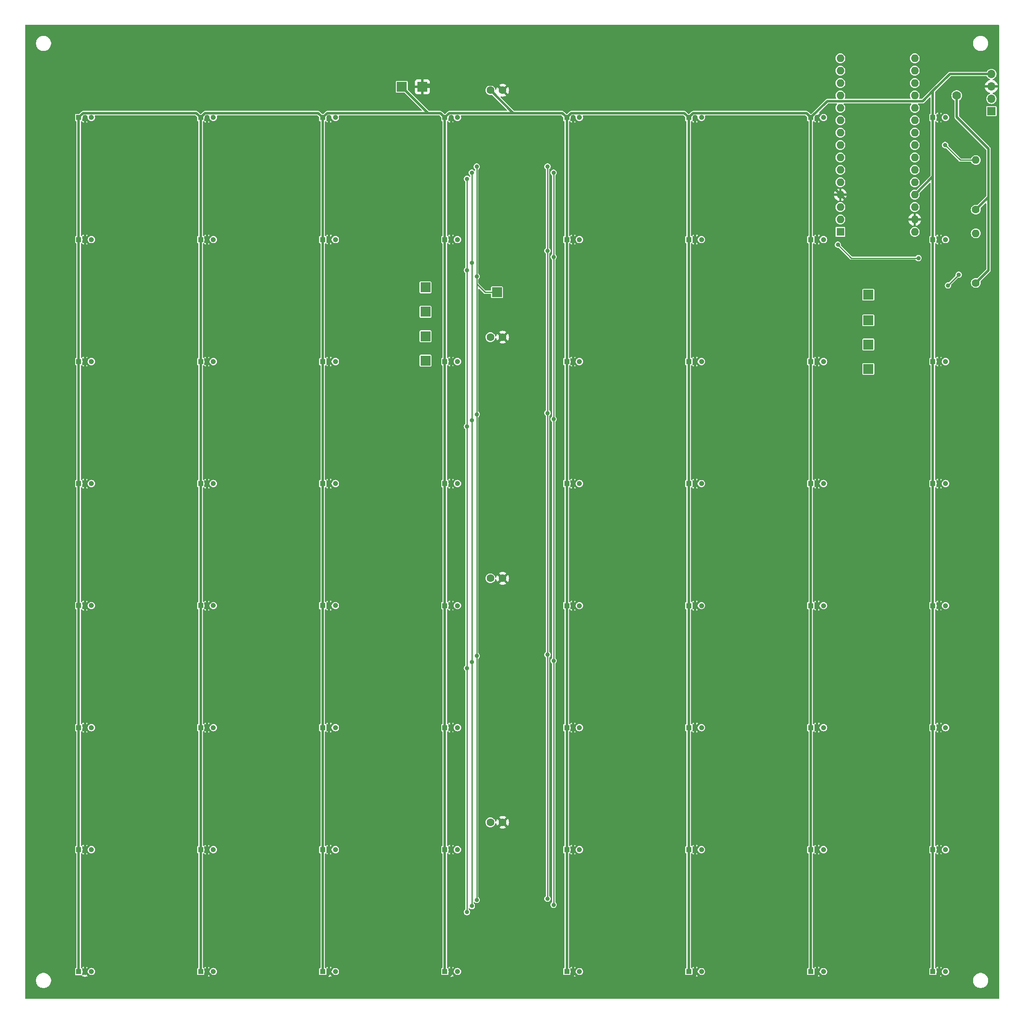
<source format=gtl>
G04 #@! TF.GenerationSoftware,KiCad,Pcbnew,8.0.8*
G04 #@! TF.CreationDate,2025-02-06T21:03:27-05:00*
G04 #@! TF.ProjectId,Chessboard Hardware,43686573-7362-46f6-9172-642048617264,1*
G04 #@! TF.SameCoordinates,Original*
G04 #@! TF.FileFunction,Copper,L1,Top*
G04 #@! TF.FilePolarity,Positive*
%FSLAX46Y46*%
G04 Gerber Fmt 4.6, Leading zero omitted, Abs format (unit mm)*
G04 Created by KiCad (PCBNEW 8.0.8) date 2025-02-06 21:03:27*
%MOMM*%
%LPD*%
G01*
G04 APERTURE LIST*
G04 #@! TA.AperFunction,ComponentPad*
%ADD10R,1.080000X1.080000*%
G04 #@! TD*
G04 #@! TA.AperFunction,ComponentPad*
%ADD11C,1.080000*%
G04 #@! TD*
G04 #@! TA.AperFunction,ComponentPad*
%ADD12R,2.000000X2.000000*%
G04 #@! TD*
G04 #@! TA.AperFunction,ComponentPad*
%ADD13C,1.600000*%
G04 #@! TD*
G04 #@! TA.AperFunction,ComponentPad*
%ADD14O,1.600000X1.600000*%
G04 #@! TD*
G04 #@! TA.AperFunction,ComponentPad*
%ADD15R,1.600000X1.600000*%
G04 #@! TD*
G04 #@! TA.AperFunction,ComponentPad*
%ADD16R,1.700000X1.700000*%
G04 #@! TD*
G04 #@! TA.AperFunction,ComponentPad*
%ADD17O,1.700000X1.700000*%
G04 #@! TD*
G04 #@! TA.AperFunction,ViaPad*
%ADD18C,1.770000*%
G04 #@! TD*
G04 #@! TA.AperFunction,ViaPad*
%ADD19C,0.889000*%
G04 #@! TD*
G04 #@! TA.AperFunction,Conductor*
%ADD20C,0.508000*%
G04 #@! TD*
G04 #@! TA.AperFunction,Conductor*
%ADD21C,0.254000*%
G04 #@! TD*
G04 APERTURE END LIST*
D10*
X86200000Y-144200000D03*
D11*
X87500000Y-144200000D03*
X88800000Y-144200000D03*
D10*
X86200000Y-244195600D03*
D11*
X87500000Y-244195600D03*
X88800000Y-244195600D03*
D10*
X136200000Y-169200000D03*
D11*
X137500000Y-169200000D03*
X138800000Y-169200000D03*
D10*
X86200000Y-219200000D03*
D11*
X87500000Y-219200000D03*
X88800000Y-219200000D03*
D10*
X86200000Y-69200000D03*
D11*
X87500000Y-69200000D03*
X88800000Y-69200000D03*
D10*
X161200000Y-144200000D03*
D11*
X162500000Y-144200000D03*
X163800000Y-144200000D03*
D12*
X132250000Y-114000000D03*
D10*
X186200000Y-94200000D03*
D11*
X187500000Y-94200000D03*
X188800000Y-94200000D03*
D10*
X186200000Y-169200000D03*
D11*
X187500000Y-169200000D03*
X188800000Y-169200000D03*
D10*
X236200000Y-169200000D03*
D11*
X237500000Y-169200000D03*
X238800000Y-169200000D03*
D10*
X186200000Y-194200000D03*
D11*
X187500000Y-194200000D03*
X188800000Y-194200000D03*
D10*
X86200000Y-119200000D03*
D11*
X87500000Y-119200000D03*
X88800000Y-119200000D03*
D10*
X161200000Y-119200000D03*
D11*
X162500000Y-119200000D03*
X163800000Y-119200000D03*
D10*
X111200000Y-119200000D03*
D11*
X112500000Y-119200000D03*
X113800000Y-119200000D03*
D10*
X161200000Y-169200000D03*
D11*
X162500000Y-169200000D03*
X163800000Y-169200000D03*
D10*
X161200000Y-219200000D03*
D11*
X162500000Y-219200000D03*
X163800000Y-219200000D03*
D10*
X61200000Y-119200000D03*
D11*
X62500000Y-119200000D03*
X63800000Y-119200000D03*
D10*
X111200000Y-144200000D03*
D11*
X112500000Y-144200000D03*
X113800000Y-144200000D03*
D10*
X61200000Y-94200000D03*
D11*
X62500000Y-94200000D03*
X63800000Y-94200000D03*
D10*
X86200000Y-169195600D03*
D11*
X87500000Y-169195600D03*
X88800000Y-169195600D03*
D10*
X61200000Y-169195600D03*
D11*
X62500000Y-169195600D03*
X63800000Y-169195600D03*
D10*
X61200000Y-144200000D03*
D11*
X62500000Y-144200000D03*
X63800000Y-144200000D03*
D12*
X132250000Y-109000000D03*
D10*
X211200000Y-144200000D03*
D11*
X212500000Y-144200000D03*
X213800000Y-144200000D03*
D10*
X161200000Y-69200000D03*
D11*
X162500000Y-69200000D03*
X163800000Y-69200000D03*
D10*
X136200000Y-119200000D03*
D11*
X137500000Y-119200000D03*
X138800000Y-119200000D03*
D10*
X236200000Y-94200000D03*
D11*
X237500000Y-94200000D03*
X238800000Y-94200000D03*
D10*
X111200000Y-169195600D03*
D11*
X112500000Y-169195600D03*
X113800000Y-169195600D03*
D10*
X186200000Y-219200000D03*
D11*
X187500000Y-219200000D03*
X188800000Y-219200000D03*
D12*
X146900000Y-105000000D03*
D10*
X86200000Y-94200000D03*
D11*
X87500000Y-94200000D03*
X88800000Y-94200000D03*
D10*
X136200000Y-144200000D03*
D11*
X137500000Y-144200000D03*
X138800000Y-144200000D03*
D10*
X61200000Y-244195600D03*
D11*
X62500000Y-244195600D03*
X63800000Y-244195600D03*
D10*
X161200000Y-94200000D03*
D11*
X162500000Y-94200000D03*
X163800000Y-94200000D03*
D10*
X236200000Y-144200000D03*
D11*
X237500000Y-144200000D03*
X238800000Y-144200000D03*
D10*
X161200000Y-244200000D03*
D11*
X162500000Y-244200000D03*
X163800000Y-244200000D03*
D10*
X136200000Y-244195600D03*
D11*
X137500000Y-244195600D03*
X138800000Y-244195600D03*
D10*
X136200000Y-69200000D03*
D11*
X137500000Y-69200000D03*
X138800000Y-69200000D03*
D10*
X136200000Y-194200000D03*
D11*
X137500000Y-194200000D03*
X138800000Y-194200000D03*
D10*
X136200000Y-94200000D03*
D11*
X137500000Y-94200000D03*
X138800000Y-94200000D03*
D12*
X223000000Y-115700000D03*
X132250000Y-119000000D03*
D10*
X111200000Y-219200000D03*
D11*
X112500000Y-219200000D03*
X113800000Y-219200000D03*
D10*
X211200000Y-194200000D03*
D11*
X212500000Y-194200000D03*
X213800000Y-194200000D03*
D10*
X211200000Y-244200000D03*
D11*
X212500000Y-244200000D03*
X213800000Y-244200000D03*
D10*
X211200000Y-169200000D03*
D11*
X212500000Y-169200000D03*
X213800000Y-169200000D03*
D12*
X131600000Y-62900000D03*
D10*
X111200000Y-194200000D03*
D11*
X112500000Y-194200000D03*
X113800000Y-194200000D03*
D10*
X111200000Y-69200000D03*
D11*
X112500000Y-69200000D03*
X113800000Y-69200000D03*
D10*
X236200000Y-119200000D03*
D11*
X237500000Y-119200000D03*
X238800000Y-119200000D03*
D10*
X161200000Y-194200000D03*
D11*
X162500000Y-194200000D03*
X163800000Y-194200000D03*
D10*
X186200000Y-119200000D03*
D11*
X187500000Y-119200000D03*
X188800000Y-119200000D03*
D10*
X186200000Y-69200000D03*
D11*
X187500000Y-69200000D03*
X188800000Y-69200000D03*
D12*
X223000000Y-105500000D03*
X223000000Y-120700000D03*
D10*
X186200000Y-144200000D03*
D11*
X187500000Y-144200000D03*
X188800000Y-144200000D03*
D12*
X127400000Y-62900000D03*
D10*
X236200000Y-244200000D03*
D11*
X237500000Y-244200000D03*
X238800000Y-244200000D03*
D10*
X186200000Y-244200000D03*
D11*
X187500000Y-244200000D03*
X188800000Y-244200000D03*
D10*
X236200000Y-69200000D03*
D11*
X237500000Y-69200000D03*
X238800000Y-69200000D03*
D10*
X211200000Y-69200000D03*
D11*
X212500000Y-69200000D03*
X213800000Y-69200000D03*
D12*
X223000000Y-110750000D03*
D10*
X236200000Y-219200000D03*
D11*
X237500000Y-219200000D03*
X238800000Y-219200000D03*
D10*
X236200000Y-194200000D03*
D11*
X237500000Y-194200000D03*
X238800000Y-194200000D03*
D10*
X111200000Y-244200000D03*
D11*
X112500000Y-244200000D03*
X113800000Y-244200000D03*
D10*
X136200000Y-219200000D03*
D11*
X137500000Y-219200000D03*
X138800000Y-219200000D03*
D10*
X211200000Y-119200000D03*
D11*
X212500000Y-119200000D03*
X213800000Y-119200000D03*
D10*
X111200000Y-94200000D03*
D11*
X112500000Y-94200000D03*
X113800000Y-94200000D03*
D10*
X61200000Y-69200000D03*
D11*
X62500000Y-69200000D03*
X63800000Y-69200000D03*
D10*
X61200000Y-194200000D03*
D11*
X62500000Y-194200000D03*
X63800000Y-194200000D03*
D10*
X211200000Y-219200000D03*
D11*
X212500000Y-219200000D03*
X213800000Y-219200000D03*
D12*
X132250000Y-104000000D03*
D10*
X61200000Y-219195600D03*
D11*
X62500000Y-219195600D03*
X63800000Y-219195600D03*
D10*
X211200000Y-94200000D03*
D11*
X212500000Y-94200000D03*
X213800000Y-94200000D03*
D10*
X86200000Y-194195600D03*
D11*
X87500000Y-194195600D03*
X88800000Y-194195600D03*
D13*
X145550000Y-163600000D03*
X148050000Y-163600000D03*
X145550000Y-63600000D03*
X148050000Y-63600000D03*
X245000000Y-88080000D03*
D14*
X245000000Y-77920000D03*
D13*
X145550000Y-213600000D03*
X148050000Y-213600000D03*
X245000000Y-103080000D03*
D14*
X245000000Y-92920000D03*
D13*
X145550000Y-114200000D03*
X148050000Y-114200000D03*
D15*
X217250000Y-92620000D03*
D14*
X217250000Y-90080000D03*
X217250000Y-87540000D03*
X217250000Y-85000000D03*
X217250000Y-82460000D03*
X217250000Y-79920000D03*
X217250000Y-77380000D03*
X217250000Y-74840000D03*
X217250000Y-72300000D03*
X217250000Y-69760000D03*
X217250000Y-67220000D03*
X217250000Y-64680000D03*
X217250000Y-62140000D03*
X217250000Y-59600000D03*
X217250000Y-57060000D03*
X232490000Y-57060000D03*
X232490000Y-59600000D03*
X232490000Y-62140000D03*
X232490000Y-64680000D03*
X232490000Y-67220000D03*
X232490000Y-69760000D03*
X232490000Y-72300000D03*
X232490000Y-74840000D03*
X232490000Y-77380000D03*
X232490000Y-79920000D03*
X232490000Y-82460000D03*
X232490000Y-85000000D03*
X232490000Y-87540000D03*
X232490000Y-90080000D03*
X232490000Y-92620000D03*
D16*
X248200000Y-67900000D03*
D17*
X248200000Y-65360000D03*
X248200000Y-62820000D03*
X248200000Y-60280000D03*
D18*
X241100000Y-64700000D03*
D19*
X158500000Y-97750000D03*
X158500000Y-131000000D03*
X158500000Y-180500000D03*
X158500000Y-80500000D03*
X158500000Y-230500000D03*
X239300000Y-103600000D03*
X241500000Y-101400000D03*
X142750000Y-179500000D03*
X142750000Y-79250000D03*
X142750000Y-130000000D03*
X142750000Y-229500000D03*
X142750000Y-101750000D03*
X157250000Y-129750000D03*
X157250000Y-79250000D03*
X157250000Y-179250000D03*
X157250000Y-229250000D03*
X157250000Y-96500000D03*
X140750000Y-100500000D03*
X140750000Y-132500000D03*
X140750000Y-81750000D03*
X140750000Y-182000000D03*
X140750000Y-232000000D03*
X141750000Y-99000000D03*
X141750000Y-131250000D03*
X141750000Y-180750000D03*
X141750000Y-80500000D03*
X141750000Y-230750000D03*
X238720000Y-74840000D03*
X233250000Y-98000000D03*
X216750000Y-95250000D03*
D20*
X186200000Y-69200000D02*
X187094000Y-68306000D01*
X110306000Y-68306000D02*
X111200000Y-69200000D01*
X236200000Y-94200000D02*
X236200000Y-89800000D01*
X86200000Y-144200000D02*
X86200000Y-119200000D01*
X211200000Y-94200000D02*
X211200000Y-69200000D01*
X136200000Y-69200000D02*
X137094000Y-68306000D01*
X245000000Y-88080000D02*
X247600000Y-85480000D01*
X87094000Y-68306000D02*
X110306000Y-68306000D01*
X111200000Y-69200000D02*
X112094000Y-68306000D01*
X111200000Y-144200000D02*
X111200000Y-169195600D01*
X61200000Y-69200000D02*
X61200000Y-94200000D01*
X86200000Y-119200000D02*
X86200000Y-94200000D01*
X135306000Y-68306000D02*
X136200000Y-69200000D01*
X207000000Y-68306000D02*
X210306000Y-68306000D01*
X111200000Y-119200000D02*
X111200000Y-144200000D01*
X150256000Y-68306000D02*
X160306000Y-68306000D01*
X136200000Y-219200000D02*
X136200000Y-244195600D01*
X214566000Y-65834000D02*
X234146000Y-65834000D01*
X61200000Y-219195600D02*
X61200000Y-244195600D01*
X111200000Y-219200000D02*
X111200000Y-244200000D01*
X236200000Y-81290000D02*
X236200000Y-69200000D01*
X236200000Y-144200000D02*
X236200000Y-119200000D01*
X61200000Y-119200000D02*
X61200000Y-144200000D01*
X186200000Y-94200000D02*
X186200000Y-69200000D01*
X186200000Y-219200000D02*
X186200000Y-194200000D01*
X61200000Y-169195600D02*
X61200000Y-194200000D01*
X211200000Y-219200000D02*
X211200000Y-194200000D01*
X186200000Y-144200000D02*
X186200000Y-119200000D01*
X86200000Y-244195600D02*
X86200000Y-219200000D01*
X111200000Y-69200000D02*
X111200000Y-94200000D01*
X247600000Y-100480000D02*
X247600000Y-90680000D01*
X61200000Y-94200000D02*
X61200000Y-119200000D01*
X234146000Y-65834000D02*
X236200000Y-63780000D01*
X61200000Y-194200000D02*
X61200000Y-219195600D01*
X248200000Y-60280000D02*
X239700000Y-60280000D01*
X132806000Y-68306000D02*
X133700000Y-68306000D01*
X236200000Y-244200000D02*
X236200000Y-219200000D01*
X111200000Y-169195600D02*
X111200000Y-194200000D01*
X211200000Y-69200000D02*
X214566000Y-65834000D01*
X86200000Y-69200000D02*
X87094000Y-68306000D01*
X245000000Y-103080000D02*
X247600000Y-100480000D01*
X232490000Y-85000000D02*
X236200000Y-81290000D01*
X211200000Y-144200000D02*
X211200000Y-119200000D01*
X111200000Y-194200000D02*
X111200000Y-219200000D01*
X247600000Y-84600000D02*
X247600000Y-75600000D01*
X211200000Y-169200000D02*
X211200000Y-144200000D01*
X236200000Y-83800000D02*
X236200000Y-81290000D01*
X136200000Y-69200000D02*
X136200000Y-94200000D01*
X85306000Y-68306000D02*
X86200000Y-69200000D01*
X185306000Y-68306000D02*
X186200000Y-69200000D01*
X162094000Y-68306000D02*
X185306000Y-68306000D01*
X186200000Y-169200000D02*
X186200000Y-144200000D01*
X161200000Y-169200000D02*
X161200000Y-194200000D01*
X187094000Y-68306000D02*
X207000000Y-68306000D01*
X161200000Y-119200000D02*
X161200000Y-144200000D01*
X211200000Y-119200000D02*
X211200000Y-94200000D01*
X161200000Y-144200000D02*
X161200000Y-169200000D01*
X136200000Y-169200000D02*
X136200000Y-194200000D01*
X161200000Y-94200000D02*
X161200000Y-119200000D01*
X145550000Y-63600000D02*
X150256000Y-68306000D01*
X136200000Y-119200000D02*
X136200000Y-144200000D01*
X236200000Y-169200000D02*
X236200000Y-144200000D01*
X247600000Y-75600000D02*
X243250000Y-71250000D01*
X62094000Y-68306000D02*
X85306000Y-68306000D01*
X136200000Y-194200000D02*
X136200000Y-219200000D01*
X127400000Y-62900000D02*
X132806000Y-68306000D01*
X236200000Y-69200000D02*
X236200000Y-63780000D01*
X161200000Y-69200000D02*
X161200000Y-94200000D01*
X211200000Y-244200000D02*
X211200000Y-219200000D01*
X86200000Y-219200000D02*
X86200000Y-194195600D01*
X243250000Y-71250000D02*
X241100000Y-69100000D01*
X161200000Y-219200000D02*
X161200000Y-244200000D01*
X186200000Y-119200000D02*
X186200000Y-94200000D01*
X186200000Y-194200000D02*
X186200000Y-169200000D01*
X61200000Y-69200000D02*
X62094000Y-68306000D01*
X161200000Y-194200000D02*
X161200000Y-219200000D01*
X186200000Y-244200000D02*
X186200000Y-219200000D01*
X247600000Y-85480000D02*
X247600000Y-84600000D01*
X61200000Y-144200000D02*
X61200000Y-169195600D01*
X136200000Y-144200000D02*
X136200000Y-169200000D01*
X161200000Y-69200000D02*
X162094000Y-68306000D01*
X136200000Y-94200000D02*
X136200000Y-119200000D01*
X86200000Y-169195600D02*
X86200000Y-144200000D01*
X137094000Y-68306000D02*
X150256000Y-68306000D01*
X241100000Y-69100000D02*
X241100000Y-64700000D01*
X133700000Y-68306000D02*
X135306000Y-68306000D01*
X236200000Y-89800000D02*
X236200000Y-87100000D01*
X111200000Y-94200000D02*
X111200000Y-119200000D01*
X211200000Y-194200000D02*
X211200000Y-169200000D01*
X86200000Y-94200000D02*
X86200000Y-69200000D01*
X160306000Y-68306000D02*
X161200000Y-69200000D01*
X86200000Y-194195600D02*
X86200000Y-169195600D01*
X112094000Y-68306000D02*
X133700000Y-68306000D01*
X210306000Y-68306000D02*
X211200000Y-69200000D01*
X236200000Y-219200000D02*
X236200000Y-194200000D01*
X236200000Y-194200000D02*
X236200000Y-169200000D01*
X239700000Y-60280000D02*
X236200000Y-63780000D01*
X247600000Y-90680000D02*
X247600000Y-84600000D01*
X236200000Y-87100000D02*
X236200000Y-83800000D01*
X236200000Y-119200000D02*
X236200000Y-94200000D01*
D21*
X158500000Y-131000000D02*
X158500000Y-180500000D01*
X158500000Y-180500000D02*
X158500000Y-230500000D01*
X158500000Y-80500000D02*
X158500000Y-97750000D01*
X158500000Y-97750000D02*
X158500000Y-131000000D01*
X239300000Y-103600000D02*
X241500000Y-101400000D01*
X142750000Y-103300000D02*
X142750000Y-130000000D01*
X142750000Y-179500000D02*
X142750000Y-229500000D01*
X142750000Y-101750000D02*
X142750000Y-103300000D01*
X144450000Y-105000000D02*
X142750000Y-103300000D01*
X142750000Y-79250000D02*
X142750000Y-101750000D01*
X146900000Y-105000000D02*
X144450000Y-105000000D01*
X142750000Y-130000000D02*
X142750000Y-179500000D01*
X157250000Y-179250000D02*
X157250000Y-129750000D01*
X157250000Y-229250000D02*
X157250000Y-179250000D01*
X157250000Y-96500000D02*
X157250000Y-79250000D01*
X157250000Y-129750000D02*
X157250000Y-96500000D01*
X140750000Y-100500000D02*
X140750000Y-132500000D01*
X140750000Y-182000000D02*
X140750000Y-232000000D01*
X140750000Y-81750000D02*
X140750000Y-100500000D01*
X140750000Y-132500000D02*
X140750000Y-182000000D01*
D20*
X187500000Y-194200000D02*
X187500000Y-219200000D01*
X162500000Y-69200000D02*
X162500000Y-94200000D01*
X137500000Y-194200000D02*
X137500000Y-169200000D01*
X137500000Y-244196000D02*
X137500000Y-244195600D01*
X222330000Y-90080000D02*
X217250000Y-85000000D01*
X137500000Y-144200000D02*
X137500000Y-119200000D01*
X137500000Y-119200000D02*
X137500000Y-94200000D01*
X62500000Y-69200000D02*
X62500000Y-94200000D01*
X187370000Y-245094000D02*
X163394000Y-245094000D01*
X237500000Y-244200000D02*
X237500000Y-244964000D01*
X237500000Y-169200000D02*
X237500000Y-194200000D01*
X162500000Y-94200000D02*
X162500000Y-119200000D01*
X62500000Y-119200000D02*
X62500000Y-144200000D01*
X137500000Y-169200000D02*
X137500000Y-144200000D01*
X137500000Y-244684000D02*
X137090000Y-245094000D01*
X239700000Y-62820000D02*
X237500000Y-65020000D01*
X87500000Y-144200000D02*
X87500000Y-119200000D01*
X62500000Y-244195600D02*
X62500000Y-244683600D01*
X87500000Y-219200000D02*
X87500000Y-194195600D01*
X62500000Y-144200000D02*
X62500000Y-169195600D01*
X112500000Y-119200000D02*
X112500000Y-94200000D01*
X212500000Y-194200000D02*
X212500000Y-219200000D01*
X237500000Y-239000000D02*
X237500000Y-244200000D01*
X212500000Y-69200000D02*
X212500000Y-78250000D01*
X212500000Y-169200000D02*
X212500000Y-194200000D01*
X237500000Y-65020000D02*
X237500000Y-69200000D01*
X137500000Y-94200000D02*
X137500000Y-69200000D01*
X131600000Y-62900000D02*
X132054000Y-62446000D01*
X137500000Y-244195600D02*
X137500000Y-219200000D01*
X232490000Y-90080000D02*
X222330000Y-90080000D01*
X162500000Y-144200000D02*
X162500000Y-169200000D01*
X87500000Y-194195600D02*
X87500000Y-169195600D01*
X162500000Y-244964000D02*
X162370000Y-245094000D01*
X62500000Y-244196000D02*
X62500000Y-244195600D01*
X212500000Y-244200000D02*
X212500000Y-244964000D01*
X162370000Y-245094000D02*
X138398000Y-245094000D01*
X87500000Y-244959000D02*
X87369700Y-245090000D01*
X87500000Y-244196000D02*
X87500000Y-244959000D01*
X62500000Y-194200000D02*
X62500000Y-219195600D01*
X212500000Y-244964000D02*
X212370000Y-245094000D01*
X112500000Y-194200000D02*
X112500000Y-169195600D01*
X187500000Y-94200000D02*
X187500000Y-119200000D01*
X137500000Y-219200000D02*
X137500000Y-194200000D01*
X112500000Y-169195600D02*
X112500000Y-144200000D01*
X112500000Y-94200000D02*
X112500000Y-69200000D01*
X237500000Y-244964000D02*
X237370000Y-245094000D01*
X87500000Y-94200000D02*
X87500000Y-69200000D01*
X113394000Y-245094000D02*
X112500000Y-244200000D01*
X137500000Y-244196000D02*
X137500000Y-244684000D01*
X212500000Y-119200000D02*
X212500000Y-144200000D01*
X187500000Y-219200000D02*
X187500000Y-244200000D01*
X162500000Y-194200000D02*
X162500000Y-219200000D01*
X163394000Y-245094000D02*
X162500000Y-244200000D01*
X237500000Y-94200000D02*
X237500000Y-119200000D01*
X132054000Y-62446000D02*
X146896000Y-62446000D01*
X137090000Y-245094000D02*
X113394000Y-245094000D01*
X213394000Y-245094000D02*
X212500000Y-244200000D01*
X112500000Y-244688000D02*
X112094000Y-245094000D01*
X62500000Y-244195600D02*
X62500000Y-219195600D01*
X112500000Y-244200000D02*
X112500000Y-244688000D01*
X87500000Y-244196000D02*
X87500000Y-244195600D01*
X162500000Y-244200000D02*
X162500000Y-244964000D01*
X248200000Y-62820000D02*
X239700000Y-62820000D01*
X87500000Y-119200000D02*
X87500000Y-94200000D01*
X212500000Y-80250000D02*
X212500000Y-94200000D01*
X187500000Y-69200000D02*
X187500000Y-94200000D01*
X112500000Y-219200000D02*
X112500000Y-194200000D01*
X63394000Y-245090000D02*
X62500000Y-244196000D01*
X237500000Y-144200000D02*
X237500000Y-169200000D01*
X112500000Y-144200000D02*
X112500000Y-119200000D01*
X112500000Y-244200000D02*
X112500000Y-219200000D01*
X187500000Y-144200000D02*
X187500000Y-169200000D01*
X138398000Y-245094000D02*
X137500000Y-244196000D01*
X88398400Y-245094000D02*
X87500000Y-244196000D01*
X217250000Y-85000000D02*
X212500000Y-80250000D01*
X146896000Y-62446000D02*
X148050000Y-63600000D01*
X62500000Y-169195600D02*
X62500000Y-194200000D01*
X212500000Y-94200000D02*
X212500000Y-119200000D01*
X112094000Y-245094000D02*
X88398400Y-245094000D01*
X62500000Y-94200000D02*
X62500000Y-119200000D01*
X237500000Y-71100000D02*
X237500000Y-94200000D01*
X188394000Y-245094000D02*
X187500000Y-244200000D01*
X237500000Y-219200000D02*
X237500000Y-239000000D01*
X237500000Y-69200000D02*
X237500000Y-71100000D01*
X87500000Y-169195600D02*
X87500000Y-144200000D01*
X212500000Y-144200000D02*
X212500000Y-169200000D01*
X237500000Y-194200000D02*
X237500000Y-219200000D01*
X187500000Y-169200000D02*
X187500000Y-194200000D01*
X212370000Y-245094000D02*
X188394000Y-245094000D01*
X212500000Y-80250000D02*
X212500000Y-78250000D01*
X87369700Y-245090000D02*
X63394000Y-245090000D01*
X187500000Y-244964000D02*
X187370000Y-245094000D01*
X162500000Y-219200000D02*
X162500000Y-244200000D01*
X212500000Y-219200000D02*
X212500000Y-244200000D01*
X162500000Y-169200000D02*
X162500000Y-194200000D01*
X162500000Y-119200000D02*
X162500000Y-144200000D01*
X87500000Y-244195600D02*
X87500000Y-219200000D01*
X237500000Y-119200000D02*
X237500000Y-144200000D01*
X237370000Y-245094000D02*
X213394000Y-245094000D01*
X187500000Y-119200000D02*
X187500000Y-144200000D01*
X187500000Y-244200000D02*
X187500000Y-244964000D01*
D21*
X141750000Y-99000000D02*
X141750000Y-80500000D01*
X141750000Y-180750000D02*
X141750000Y-131250000D01*
X141750000Y-131250000D02*
X141750000Y-99000000D01*
X141750000Y-230750000D02*
X141750000Y-180750000D01*
X241800000Y-77920000D02*
X238720000Y-74840000D01*
X245000000Y-77920000D02*
X241800000Y-77920000D01*
X219500000Y-98000000D02*
X233250000Y-98000000D01*
X216750000Y-95250000D02*
X219500000Y-98000000D01*
G04 #@! TA.AperFunction,Conductor*
G36*
X249742539Y-50220185D02*
G01*
X249788294Y-50272989D01*
X249799500Y-50324500D01*
X249799500Y-249675500D01*
X249779815Y-249742539D01*
X249727011Y-249788294D01*
X249675500Y-249799500D01*
X50324500Y-249799500D01*
X50257461Y-249779815D01*
X50211706Y-249727011D01*
X50200500Y-249675500D01*
X50200500Y-245877973D01*
X52449500Y-245877973D01*
X52449500Y-246122026D01*
X52487678Y-246363072D01*
X52563097Y-246595187D01*
X52673896Y-246812642D01*
X52817339Y-247010076D01*
X52817343Y-247010081D01*
X52989918Y-247182656D01*
X52989923Y-247182660D01*
X53162136Y-247307779D01*
X53187361Y-247326106D01*
X53404815Y-247436904D01*
X53636924Y-247512321D01*
X53877973Y-247550500D01*
X53877974Y-247550500D01*
X54122026Y-247550500D01*
X54122027Y-247550500D01*
X54363076Y-247512321D01*
X54595185Y-247436904D01*
X54812639Y-247326106D01*
X55010083Y-247182655D01*
X55182655Y-247010083D01*
X55326106Y-246812639D01*
X55436904Y-246595185D01*
X55512321Y-246363076D01*
X55550500Y-246122027D01*
X55550500Y-245877973D01*
X244449500Y-245877973D01*
X244449500Y-246122026D01*
X244487678Y-246363072D01*
X244563097Y-246595187D01*
X244673896Y-246812642D01*
X244817339Y-247010076D01*
X244817343Y-247010081D01*
X244989918Y-247182656D01*
X244989923Y-247182660D01*
X245162136Y-247307779D01*
X245187361Y-247326106D01*
X245404815Y-247436904D01*
X245636924Y-247512321D01*
X245877973Y-247550500D01*
X245877974Y-247550500D01*
X246122026Y-247550500D01*
X246122027Y-247550500D01*
X246363076Y-247512321D01*
X246595185Y-247436904D01*
X246812639Y-247326106D01*
X247010083Y-247182655D01*
X247182655Y-247010083D01*
X247326106Y-246812639D01*
X247436904Y-246595185D01*
X247512321Y-246363076D01*
X247550500Y-246122027D01*
X247550500Y-245877973D01*
X247512321Y-245636924D01*
X247436904Y-245404815D01*
X247326106Y-245187361D01*
X247253359Y-245087233D01*
X247182660Y-244989923D01*
X247182656Y-244989918D01*
X247010081Y-244817343D01*
X247010076Y-244817339D01*
X246812642Y-244673896D01*
X246812641Y-244673895D01*
X246812639Y-244673894D01*
X246595185Y-244563096D01*
X246363076Y-244487679D01*
X246363074Y-244487678D01*
X246363072Y-244487678D01*
X246171324Y-244457308D01*
X246122027Y-244449500D01*
X245877973Y-244449500D01*
X245828676Y-244457308D01*
X245636927Y-244487678D01*
X245404812Y-244563097D01*
X245187357Y-244673896D01*
X244989923Y-244817339D01*
X244989918Y-244817343D01*
X244817343Y-244989918D01*
X244817339Y-244989923D01*
X244673896Y-245187357D01*
X244563097Y-245404812D01*
X244487678Y-245636927D01*
X244449500Y-245877973D01*
X55550500Y-245877973D01*
X55512321Y-245636924D01*
X55436904Y-245404815D01*
X55326106Y-245187361D01*
X55253359Y-245087233D01*
X55182660Y-244989923D01*
X55182656Y-244989918D01*
X55010081Y-244817343D01*
X55010076Y-244817339D01*
X54812642Y-244673896D01*
X54812641Y-244673895D01*
X54812639Y-244673894D01*
X54595185Y-244563096D01*
X54363076Y-244487679D01*
X54363074Y-244487678D01*
X54363072Y-244487678D01*
X54171324Y-244457308D01*
X54122027Y-244449500D01*
X53877973Y-244449500D01*
X53828676Y-244457308D01*
X53636927Y-244487678D01*
X53404812Y-244563097D01*
X53187357Y-244673896D01*
X52989923Y-244817339D01*
X52989918Y-244817343D01*
X52817343Y-244989918D01*
X52817339Y-244989923D01*
X52673896Y-245187357D01*
X52563097Y-245404812D01*
X52487678Y-245636927D01*
X52449500Y-245877973D01*
X50200500Y-245877973D01*
X50200500Y-68640247D01*
X60459500Y-68640247D01*
X60459500Y-69759752D01*
X60471131Y-69818229D01*
X60471132Y-69818230D01*
X60515447Y-69884552D01*
X60559762Y-69914162D01*
X60581769Y-69928867D01*
X60640252Y-69940500D01*
X60640255Y-69940500D01*
X60645690Y-69941581D01*
X60707602Y-69973966D01*
X60742176Y-70034681D01*
X60745500Y-70063199D01*
X60745500Y-93336800D01*
X60725815Y-93403839D01*
X60673011Y-93449594D01*
X60645692Y-93458417D01*
X60581770Y-93471132D01*
X60581769Y-93471132D01*
X60515447Y-93515447D01*
X60471132Y-93581769D01*
X60471131Y-93581770D01*
X60459500Y-93640247D01*
X60459500Y-94759752D01*
X60471131Y-94818229D01*
X60471132Y-94818230D01*
X60515447Y-94884552D01*
X60559762Y-94914162D01*
X60581769Y-94928867D01*
X60640252Y-94940500D01*
X60640255Y-94940500D01*
X60645690Y-94941581D01*
X60707602Y-94973966D01*
X60742176Y-95034681D01*
X60745500Y-95063199D01*
X60745500Y-118336800D01*
X60725815Y-118403839D01*
X60673011Y-118449594D01*
X60645692Y-118458417D01*
X60581770Y-118471132D01*
X60581769Y-118471132D01*
X60515447Y-118515447D01*
X60471132Y-118581769D01*
X60471131Y-118581770D01*
X60459500Y-118640247D01*
X60459500Y-119759752D01*
X60471131Y-119818229D01*
X60471132Y-119818230D01*
X60515447Y-119884552D01*
X60559762Y-119914162D01*
X60581769Y-119928867D01*
X60640252Y-119940500D01*
X60640255Y-119940500D01*
X60645690Y-119941581D01*
X60707602Y-119973966D01*
X60742176Y-120034681D01*
X60745500Y-120063199D01*
X60745500Y-143336800D01*
X60725815Y-143403839D01*
X60673011Y-143449594D01*
X60645692Y-143458417D01*
X60581770Y-143471132D01*
X60581769Y-143471132D01*
X60515447Y-143515447D01*
X60471132Y-143581769D01*
X60471131Y-143581770D01*
X60459500Y-143640247D01*
X60459500Y-144759752D01*
X60471131Y-144818229D01*
X60471132Y-144818230D01*
X60515447Y-144884552D01*
X60559762Y-144914162D01*
X60581769Y-144928867D01*
X60640252Y-144940500D01*
X60640255Y-144940500D01*
X60645690Y-144941581D01*
X60707602Y-144973966D01*
X60742176Y-145034681D01*
X60745500Y-145063199D01*
X60745500Y-168332400D01*
X60725815Y-168399439D01*
X60673011Y-168445194D01*
X60645692Y-168454017D01*
X60581770Y-168466732D01*
X60581769Y-168466732D01*
X60515447Y-168511047D01*
X60471132Y-168577369D01*
X60471131Y-168577370D01*
X60459500Y-168635847D01*
X60459500Y-169755352D01*
X60471131Y-169813829D01*
X60471132Y-169813830D01*
X60515447Y-169880152D01*
X60559762Y-169909762D01*
X60581769Y-169924467D01*
X60640252Y-169936100D01*
X60640255Y-169936100D01*
X60645690Y-169937181D01*
X60707602Y-169969566D01*
X60742176Y-170030281D01*
X60745500Y-170058799D01*
X60745500Y-193336800D01*
X60725815Y-193403839D01*
X60673011Y-193449594D01*
X60645692Y-193458417D01*
X60581770Y-193471132D01*
X60581769Y-193471132D01*
X60515447Y-193515447D01*
X60471132Y-193581769D01*
X60471131Y-193581770D01*
X60459500Y-193640247D01*
X60459500Y-194759752D01*
X60471131Y-194818229D01*
X60471132Y-194818230D01*
X60515447Y-194884552D01*
X60559762Y-194914162D01*
X60581769Y-194928867D01*
X60640252Y-194940500D01*
X60640255Y-194940500D01*
X60645690Y-194941581D01*
X60707602Y-194973966D01*
X60742176Y-195034681D01*
X60745500Y-195063199D01*
X60745500Y-218332400D01*
X60725815Y-218399439D01*
X60673011Y-218445194D01*
X60645692Y-218454017D01*
X60581770Y-218466732D01*
X60581769Y-218466732D01*
X60515447Y-218511047D01*
X60471132Y-218577369D01*
X60471131Y-218577370D01*
X60459500Y-218635847D01*
X60459500Y-219755352D01*
X60471131Y-219813829D01*
X60471132Y-219813830D01*
X60515447Y-219880152D01*
X60559762Y-219909762D01*
X60581769Y-219924467D01*
X60640252Y-219936100D01*
X60640255Y-219936100D01*
X60645690Y-219937181D01*
X60707602Y-219969566D01*
X60742176Y-220030281D01*
X60745500Y-220058799D01*
X60745500Y-243332400D01*
X60725815Y-243399439D01*
X60673011Y-243445194D01*
X60645692Y-243454017D01*
X60581770Y-243466732D01*
X60581769Y-243466732D01*
X60515447Y-243511047D01*
X60471132Y-243577369D01*
X60471131Y-243577370D01*
X60459500Y-243635847D01*
X60459500Y-244755352D01*
X60471131Y-244813829D01*
X60471132Y-244813830D01*
X60515447Y-244880152D01*
X60581769Y-244924467D01*
X60581770Y-244924468D01*
X60640247Y-244936099D01*
X60640250Y-244936100D01*
X60640252Y-244936100D01*
X61759750Y-244936100D01*
X61759751Y-244936099D01*
X61775303Y-244933006D01*
X61806611Y-244926779D01*
X61876202Y-244933006D01*
X61931380Y-244975869D01*
X61953460Y-245030202D01*
X61961919Y-245087232D01*
X62100081Y-245161082D01*
X62296125Y-245220552D01*
X62500000Y-245240631D01*
X62703874Y-245220552D01*
X62899918Y-245161082D01*
X63038079Y-245087233D01*
X62500001Y-244549154D01*
X62500000Y-244549154D01*
X62141819Y-244907333D01*
X62080496Y-244940818D01*
X62010804Y-244935834D01*
X61954871Y-244893962D01*
X61930454Y-244828498D01*
X61932521Y-244795459D01*
X61940500Y-244755349D01*
X61940500Y-244452908D01*
X61960185Y-244385869D01*
X61976819Y-244365227D01*
X62146446Y-244195600D01*
X62101684Y-244150838D01*
X62160000Y-244150838D01*
X62160000Y-244240362D01*
X62183170Y-244326835D01*
X62227932Y-244404365D01*
X62291235Y-244467668D01*
X62368765Y-244512430D01*
X62455238Y-244535600D01*
X62544762Y-244535600D01*
X62631235Y-244512430D01*
X62708765Y-244467668D01*
X62772068Y-244404365D01*
X62816830Y-244326835D01*
X62840000Y-244240362D01*
X62840000Y-244195600D01*
X62853554Y-244195600D01*
X63082617Y-244424663D01*
X63111977Y-244471388D01*
X63128611Y-244518925D01*
X63128612Y-244518926D01*
X63217390Y-244660216D01*
X63335384Y-244778210D01*
X63476676Y-244866989D01*
X63634181Y-244922103D01*
X63634187Y-244922103D01*
X63634189Y-244922104D01*
X63799996Y-244940786D01*
X63800000Y-244940786D01*
X63800004Y-244940786D01*
X63965810Y-244922104D01*
X63965809Y-244922104D01*
X63965819Y-244922103D01*
X64123324Y-244866989D01*
X64264616Y-244778210D01*
X64382610Y-244660216D01*
X64471389Y-244518924D01*
X64526503Y-244361419D01*
X64544690Y-244200003D01*
X64545186Y-244195603D01*
X64545186Y-244195596D01*
X64526504Y-244029789D01*
X64526503Y-244029787D01*
X64526503Y-244029781D01*
X64471389Y-243872276D01*
X64382610Y-243730984D01*
X64264616Y-243612990D01*
X64123324Y-243524211D01*
X64123323Y-243524210D01*
X64123322Y-243524210D01*
X63965820Y-243469097D01*
X63965810Y-243469095D01*
X63800004Y-243450414D01*
X63799996Y-243450414D01*
X63634189Y-243469095D01*
X63634179Y-243469097D01*
X63476677Y-243524210D01*
X63335383Y-243612990D01*
X63217390Y-243730983D01*
X63128612Y-243872273D01*
X63111977Y-243919811D01*
X63082618Y-243966535D01*
X62853554Y-244195600D01*
X62840000Y-244195600D01*
X62840000Y-244150838D01*
X62816830Y-244064365D01*
X62772068Y-243986835D01*
X62708765Y-243923532D01*
X62631235Y-243878770D01*
X62544762Y-243855600D01*
X62455238Y-243855600D01*
X62368765Y-243878770D01*
X62291235Y-243923532D01*
X62227932Y-243986835D01*
X62183170Y-244064365D01*
X62160000Y-244150838D01*
X62101684Y-244150838D01*
X61976819Y-244025973D01*
X61943334Y-243964650D01*
X61940500Y-243938292D01*
X61940500Y-243635849D01*
X61932521Y-243595738D01*
X61938748Y-243526146D01*
X61981611Y-243470969D01*
X62047500Y-243447724D01*
X62115497Y-243463791D01*
X62141819Y-243483865D01*
X62500000Y-243842046D01*
X62500001Y-243842046D01*
X63038079Y-243303966D01*
X63038079Y-243303965D01*
X62899920Y-243230117D01*
X62703874Y-243170647D01*
X62500000Y-243150568D01*
X62296125Y-243170647D01*
X62100079Y-243230117D01*
X61961920Y-243303965D01*
X61953460Y-243360998D01*
X61924151Y-243424424D01*
X61865205Y-243461935D01*
X61806612Y-243464421D01*
X61754310Y-243454018D01*
X61692399Y-243421633D01*
X61657824Y-243360918D01*
X61654500Y-243332400D01*
X61654500Y-220058799D01*
X61674185Y-219991760D01*
X61726989Y-219946005D01*
X61754310Y-219937181D01*
X61759745Y-219936100D01*
X61759748Y-219936100D01*
X61806612Y-219926778D01*
X61876203Y-219933007D01*
X61931380Y-219975870D01*
X61953460Y-220030202D01*
X61961919Y-220087232D01*
X62100081Y-220161082D01*
X62296125Y-220220552D01*
X62500000Y-220240631D01*
X62703874Y-220220552D01*
X62899918Y-220161082D01*
X63038079Y-220087233D01*
X62500001Y-219549154D01*
X62500000Y-219549154D01*
X62141819Y-219907333D01*
X62080496Y-219940818D01*
X62010804Y-219935834D01*
X61954871Y-219893962D01*
X61930454Y-219828498D01*
X61932521Y-219795459D01*
X61940500Y-219755349D01*
X61940500Y-219452908D01*
X61960185Y-219385869D01*
X61976819Y-219365227D01*
X62146446Y-219195600D01*
X62101684Y-219150838D01*
X62160000Y-219150838D01*
X62160000Y-219240362D01*
X62183170Y-219326835D01*
X62227932Y-219404365D01*
X62291235Y-219467668D01*
X62368765Y-219512430D01*
X62455238Y-219535600D01*
X62544762Y-219535600D01*
X62631235Y-219512430D01*
X62708765Y-219467668D01*
X62772068Y-219404365D01*
X62816830Y-219326835D01*
X62840000Y-219240362D01*
X62840000Y-219195600D01*
X62853553Y-219195600D01*
X63082617Y-219424663D01*
X63111977Y-219471388D01*
X63128611Y-219518925D01*
X63128612Y-219518926D01*
X63150370Y-219553554D01*
X63217390Y-219660216D01*
X63335384Y-219778210D01*
X63476676Y-219866989D01*
X63634181Y-219922103D01*
X63634187Y-219922103D01*
X63634189Y-219922104D01*
X63799996Y-219940786D01*
X63800000Y-219940786D01*
X63800004Y-219940786D01*
X63965810Y-219922104D01*
X63965809Y-219922104D01*
X63965819Y-219922103D01*
X64123324Y-219866989D01*
X64264616Y-219778210D01*
X64382610Y-219660216D01*
X64471389Y-219518924D01*
X64526503Y-219361419D01*
X64544690Y-219200003D01*
X64545186Y-219195603D01*
X64545186Y-219195596D01*
X64526504Y-219029789D01*
X64526503Y-219029787D01*
X64526503Y-219029781D01*
X64471389Y-218872276D01*
X64382610Y-218730984D01*
X64264616Y-218612990D01*
X64123324Y-218524211D01*
X64123323Y-218524210D01*
X64123322Y-218524210D01*
X63965820Y-218469097D01*
X63965810Y-218469095D01*
X63800004Y-218450414D01*
X63799996Y-218450414D01*
X63634189Y-218469095D01*
X63634179Y-218469097D01*
X63476677Y-218524210D01*
X63335383Y-218612990D01*
X63217390Y-218730983D01*
X63128612Y-218872273D01*
X63111977Y-218919811D01*
X63082618Y-218966535D01*
X62853553Y-219195600D01*
X62840000Y-219195600D01*
X62840000Y-219150838D01*
X62816830Y-219064365D01*
X62772068Y-218986835D01*
X62708765Y-218923532D01*
X62631235Y-218878770D01*
X62544762Y-218855600D01*
X62455238Y-218855600D01*
X62368765Y-218878770D01*
X62291235Y-218923532D01*
X62227932Y-218986835D01*
X62183170Y-219064365D01*
X62160000Y-219150838D01*
X62101684Y-219150838D01*
X61976819Y-219025973D01*
X61943334Y-218964650D01*
X61940500Y-218938292D01*
X61940500Y-218635849D01*
X61932521Y-218595738D01*
X61938748Y-218526146D01*
X61981611Y-218470969D01*
X62047500Y-218447724D01*
X62115497Y-218463791D01*
X62141819Y-218483865D01*
X62500000Y-218842046D01*
X62500001Y-218842046D01*
X63038079Y-218303966D01*
X63038079Y-218303965D01*
X62899920Y-218230117D01*
X62703874Y-218170647D01*
X62500000Y-218150568D01*
X62296125Y-218170647D01*
X62100079Y-218230117D01*
X61961920Y-218303965D01*
X61953460Y-218360998D01*
X61924151Y-218424424D01*
X61865205Y-218461935D01*
X61806612Y-218464421D01*
X61754310Y-218454018D01*
X61692399Y-218421633D01*
X61657824Y-218360918D01*
X61654500Y-218332400D01*
X61654500Y-195063199D01*
X61674185Y-194996160D01*
X61726989Y-194950405D01*
X61754310Y-194941581D01*
X61759745Y-194940500D01*
X61759748Y-194940500D01*
X61806612Y-194931178D01*
X61876203Y-194937407D01*
X61931380Y-194980270D01*
X61953460Y-195034602D01*
X61961919Y-195091632D01*
X62100081Y-195165482D01*
X62296125Y-195224952D01*
X62500000Y-195245031D01*
X62703874Y-195224952D01*
X62899918Y-195165482D01*
X63038079Y-195091633D01*
X62500001Y-194553554D01*
X62500000Y-194553554D01*
X62141819Y-194911733D01*
X62080496Y-194945218D01*
X62010804Y-194940234D01*
X61954871Y-194898362D01*
X61930454Y-194832898D01*
X61932521Y-194799859D01*
X61933397Y-194795459D01*
X61940500Y-194759748D01*
X61940500Y-194457308D01*
X61960185Y-194390269D01*
X61976819Y-194369627D01*
X62146446Y-194200000D01*
X62101684Y-194155238D01*
X62160000Y-194155238D01*
X62160000Y-194244762D01*
X62183170Y-194331235D01*
X62227932Y-194408765D01*
X62291235Y-194472068D01*
X62368765Y-194516830D01*
X62455238Y-194540000D01*
X62544762Y-194540000D01*
X62631235Y-194516830D01*
X62708765Y-194472068D01*
X62772068Y-194408765D01*
X62816830Y-194331235D01*
X62840000Y-194244762D01*
X62840000Y-194200000D01*
X62853554Y-194200000D01*
X63082617Y-194429063D01*
X63111977Y-194475788D01*
X63128611Y-194523325D01*
X63128612Y-194523326D01*
X63214625Y-194660216D01*
X63217390Y-194664616D01*
X63335384Y-194782610D01*
X63476676Y-194871389D01*
X63634181Y-194926503D01*
X63634187Y-194926503D01*
X63634189Y-194926504D01*
X63799996Y-194945186D01*
X63800000Y-194945186D01*
X63800004Y-194945186D01*
X63965810Y-194926504D01*
X63965809Y-194926504D01*
X63965819Y-194926503D01*
X64123324Y-194871389D01*
X64264616Y-194782610D01*
X64382610Y-194664616D01*
X64471389Y-194523324D01*
X64526503Y-194365819D01*
X64540143Y-194244762D01*
X64545186Y-194200003D01*
X64545186Y-194199996D01*
X64526504Y-194034189D01*
X64526503Y-194034187D01*
X64526503Y-194034181D01*
X64471389Y-193876676D01*
X64382610Y-193735384D01*
X64264616Y-193617390D01*
X64123324Y-193528611D01*
X64123323Y-193528610D01*
X64123322Y-193528610D01*
X63965820Y-193473497D01*
X63965810Y-193473495D01*
X63800004Y-193454814D01*
X63799996Y-193454814D01*
X63634189Y-193473495D01*
X63634179Y-193473497D01*
X63476677Y-193528610D01*
X63335383Y-193617390D01*
X63217390Y-193735383D01*
X63128612Y-193876673D01*
X63111977Y-193924211D01*
X63082618Y-193970935D01*
X62853554Y-194200000D01*
X62840000Y-194200000D01*
X62840000Y-194155238D01*
X62816830Y-194068765D01*
X62772068Y-193991235D01*
X62708765Y-193927932D01*
X62631235Y-193883170D01*
X62544762Y-193860000D01*
X62455238Y-193860000D01*
X62368765Y-193883170D01*
X62291235Y-193927932D01*
X62227932Y-193991235D01*
X62183170Y-194068765D01*
X62160000Y-194155238D01*
X62101684Y-194155238D01*
X61976819Y-194030373D01*
X61943334Y-193969050D01*
X61940500Y-193942692D01*
X61940500Y-193640249D01*
X61932521Y-193600138D01*
X61938748Y-193530546D01*
X61981611Y-193475369D01*
X62047500Y-193452124D01*
X62115497Y-193468191D01*
X62141819Y-193488265D01*
X62500000Y-193846446D01*
X62500001Y-193846446D01*
X63038079Y-193308366D01*
X63038079Y-193308365D01*
X62899920Y-193234517D01*
X62703874Y-193175047D01*
X62500000Y-193154968D01*
X62296125Y-193175047D01*
X62100079Y-193234517D01*
X61961920Y-193308365D01*
X61953460Y-193365398D01*
X61924151Y-193428824D01*
X61865205Y-193466335D01*
X61806612Y-193468821D01*
X61754310Y-193458418D01*
X61692399Y-193426033D01*
X61657824Y-193365318D01*
X61654500Y-193336800D01*
X61654500Y-170058799D01*
X61674185Y-169991760D01*
X61726989Y-169946005D01*
X61754310Y-169937181D01*
X61759745Y-169936100D01*
X61759748Y-169936100D01*
X61806612Y-169926778D01*
X61876203Y-169933007D01*
X61931380Y-169975870D01*
X61953460Y-170030202D01*
X61961919Y-170087232D01*
X62100081Y-170161082D01*
X62296125Y-170220552D01*
X62500000Y-170240631D01*
X62703874Y-170220552D01*
X62899918Y-170161082D01*
X63038079Y-170087233D01*
X62500001Y-169549154D01*
X62500000Y-169549154D01*
X62141819Y-169907333D01*
X62080496Y-169940818D01*
X62010804Y-169935834D01*
X61954871Y-169893962D01*
X61930454Y-169828498D01*
X61932521Y-169795459D01*
X61940500Y-169755349D01*
X61940500Y-169452908D01*
X61960185Y-169385869D01*
X61976819Y-169365227D01*
X62146446Y-169195600D01*
X62101684Y-169150838D01*
X62160000Y-169150838D01*
X62160000Y-169240362D01*
X62183170Y-169326835D01*
X62227932Y-169404365D01*
X62291235Y-169467668D01*
X62368765Y-169512430D01*
X62455238Y-169535600D01*
X62544762Y-169535600D01*
X62631235Y-169512430D01*
X62708765Y-169467668D01*
X62772068Y-169404365D01*
X62816830Y-169326835D01*
X62840000Y-169240362D01*
X62840000Y-169195600D01*
X62853553Y-169195600D01*
X63082617Y-169424663D01*
X63111977Y-169471388D01*
X63128611Y-169518925D01*
X63128612Y-169518926D01*
X63150370Y-169553554D01*
X63217390Y-169660216D01*
X63335384Y-169778210D01*
X63476676Y-169866989D01*
X63634181Y-169922103D01*
X63634187Y-169922103D01*
X63634189Y-169922104D01*
X63799996Y-169940786D01*
X63800000Y-169940786D01*
X63800004Y-169940786D01*
X63965810Y-169922104D01*
X63965809Y-169922104D01*
X63965819Y-169922103D01*
X64123324Y-169866989D01*
X64264616Y-169778210D01*
X64382610Y-169660216D01*
X64471389Y-169518924D01*
X64526503Y-169361419D01*
X64544690Y-169200003D01*
X64545186Y-169195603D01*
X64545186Y-169195596D01*
X64526504Y-169029789D01*
X64526503Y-169029787D01*
X64526503Y-169029781D01*
X64471389Y-168872276D01*
X64382610Y-168730984D01*
X64264616Y-168612990D01*
X64123324Y-168524211D01*
X64123323Y-168524210D01*
X64123322Y-168524210D01*
X63965820Y-168469097D01*
X63965810Y-168469095D01*
X63800004Y-168450414D01*
X63799996Y-168450414D01*
X63634189Y-168469095D01*
X63634179Y-168469097D01*
X63476677Y-168524210D01*
X63335383Y-168612990D01*
X63217390Y-168730983D01*
X63128612Y-168872273D01*
X63111977Y-168919811D01*
X63082618Y-168966535D01*
X62853553Y-169195600D01*
X62840000Y-169195600D01*
X62840000Y-169150838D01*
X62816830Y-169064365D01*
X62772068Y-168986835D01*
X62708765Y-168923532D01*
X62631235Y-168878770D01*
X62544762Y-168855600D01*
X62455238Y-168855600D01*
X62368765Y-168878770D01*
X62291235Y-168923532D01*
X62227932Y-168986835D01*
X62183170Y-169064365D01*
X62160000Y-169150838D01*
X62101684Y-169150838D01*
X61976819Y-169025973D01*
X61943334Y-168964650D01*
X61940500Y-168938292D01*
X61940500Y-168635849D01*
X61932521Y-168595738D01*
X61938748Y-168526146D01*
X61981611Y-168470969D01*
X62047500Y-168447724D01*
X62115497Y-168463791D01*
X62141819Y-168483865D01*
X62500000Y-168842046D01*
X62500001Y-168842046D01*
X63038079Y-168303966D01*
X63038079Y-168303965D01*
X62899920Y-168230117D01*
X62703874Y-168170647D01*
X62500000Y-168150568D01*
X62296125Y-168170647D01*
X62100079Y-168230117D01*
X61961920Y-168303965D01*
X61953460Y-168360998D01*
X61924151Y-168424424D01*
X61865205Y-168461935D01*
X61806612Y-168464421D01*
X61754310Y-168454018D01*
X61692399Y-168421633D01*
X61657824Y-168360918D01*
X61654500Y-168332400D01*
X61654500Y-145063199D01*
X61674185Y-144996160D01*
X61726989Y-144950405D01*
X61754310Y-144941581D01*
X61759745Y-144940500D01*
X61759748Y-144940500D01*
X61806612Y-144931178D01*
X61876203Y-144937407D01*
X61931380Y-144980270D01*
X61953460Y-145034602D01*
X61961919Y-145091632D01*
X62100081Y-145165482D01*
X62296125Y-145224952D01*
X62500000Y-145245031D01*
X62703874Y-145224952D01*
X62899918Y-145165482D01*
X63038079Y-145091633D01*
X62500001Y-144553554D01*
X62500000Y-144553554D01*
X62141819Y-144911733D01*
X62080496Y-144945218D01*
X62010804Y-144940234D01*
X61954871Y-144898362D01*
X61930454Y-144832898D01*
X61932521Y-144799859D01*
X61940500Y-144759749D01*
X61940500Y-144457308D01*
X61960185Y-144390269D01*
X61976819Y-144369627D01*
X62146446Y-144200000D01*
X62101684Y-144155238D01*
X62160000Y-144155238D01*
X62160000Y-144244762D01*
X62183170Y-144331235D01*
X62227932Y-144408765D01*
X62291235Y-144472068D01*
X62368765Y-144516830D01*
X62455238Y-144540000D01*
X62544762Y-144540000D01*
X62631235Y-144516830D01*
X62708765Y-144472068D01*
X62772068Y-144408765D01*
X62816830Y-144331235D01*
X62840000Y-144244762D01*
X62840000Y-144200000D01*
X62853554Y-144200000D01*
X63082617Y-144429063D01*
X63111977Y-144475788D01*
X63128611Y-144523325D01*
X63128612Y-144523326D01*
X63217390Y-144664616D01*
X63335384Y-144782610D01*
X63476676Y-144871389D01*
X63634181Y-144926503D01*
X63634187Y-144926503D01*
X63634189Y-144926504D01*
X63799996Y-144945186D01*
X63800000Y-144945186D01*
X63800004Y-144945186D01*
X63965810Y-144926504D01*
X63965809Y-144926504D01*
X63965819Y-144926503D01*
X64123324Y-144871389D01*
X64264616Y-144782610D01*
X64382610Y-144664616D01*
X64471389Y-144523324D01*
X64526503Y-144365819D01*
X64545186Y-144200000D01*
X64526503Y-144034181D01*
X64471389Y-143876676D01*
X64382610Y-143735384D01*
X64264616Y-143617390D01*
X64123324Y-143528611D01*
X64123323Y-143528610D01*
X64123322Y-143528610D01*
X63965820Y-143473497D01*
X63965810Y-143473495D01*
X63800004Y-143454814D01*
X63799996Y-143454814D01*
X63634189Y-143473495D01*
X63634179Y-143473497D01*
X63476677Y-143528610D01*
X63335383Y-143617390D01*
X63217390Y-143735383D01*
X63128612Y-143876673D01*
X63111977Y-143924211D01*
X63082618Y-143970935D01*
X62853554Y-144200000D01*
X62840000Y-144200000D01*
X62840000Y-144155238D01*
X62816830Y-144068765D01*
X62772068Y-143991235D01*
X62708765Y-143927932D01*
X62631235Y-143883170D01*
X62544762Y-143860000D01*
X62455238Y-143860000D01*
X62368765Y-143883170D01*
X62291235Y-143927932D01*
X62227932Y-143991235D01*
X62183170Y-144068765D01*
X62160000Y-144155238D01*
X62101684Y-144155238D01*
X61976819Y-144030373D01*
X61943334Y-143969050D01*
X61940500Y-143942692D01*
X61940500Y-143640249D01*
X61932521Y-143600138D01*
X61938748Y-143530546D01*
X61981611Y-143475369D01*
X62047500Y-143452124D01*
X62115497Y-143468191D01*
X62141819Y-143488265D01*
X62500000Y-143846446D01*
X62500001Y-143846446D01*
X63038079Y-143308366D01*
X63038079Y-143308365D01*
X62899920Y-143234517D01*
X62703874Y-143175047D01*
X62500000Y-143154968D01*
X62296125Y-143175047D01*
X62100079Y-143234517D01*
X61961920Y-143308365D01*
X61953460Y-143365398D01*
X61924151Y-143428824D01*
X61865205Y-143466335D01*
X61806612Y-143468821D01*
X61754310Y-143458418D01*
X61692399Y-143426033D01*
X61657824Y-143365318D01*
X61654500Y-143336800D01*
X61654500Y-120063199D01*
X61674185Y-119996160D01*
X61726989Y-119950405D01*
X61754310Y-119941581D01*
X61759745Y-119940500D01*
X61759748Y-119940500D01*
X61806612Y-119931178D01*
X61876203Y-119937407D01*
X61931380Y-119980270D01*
X61953460Y-120034602D01*
X61961919Y-120091632D01*
X62100081Y-120165482D01*
X62296125Y-120224952D01*
X62500000Y-120245031D01*
X62703874Y-120224952D01*
X62899918Y-120165482D01*
X63038079Y-120091633D01*
X62500001Y-119553554D01*
X62500000Y-119553554D01*
X62141819Y-119911733D01*
X62080496Y-119945218D01*
X62010804Y-119940234D01*
X61954871Y-119898362D01*
X61930454Y-119832898D01*
X61932521Y-119799859D01*
X61940500Y-119759749D01*
X61940500Y-119457308D01*
X61960185Y-119390269D01*
X61976819Y-119369627D01*
X62146446Y-119200000D01*
X62101684Y-119155238D01*
X62160000Y-119155238D01*
X62160000Y-119244762D01*
X62183170Y-119331235D01*
X62227932Y-119408765D01*
X62291235Y-119472068D01*
X62368765Y-119516830D01*
X62455238Y-119540000D01*
X62544762Y-119540000D01*
X62631235Y-119516830D01*
X62708765Y-119472068D01*
X62772068Y-119408765D01*
X62816830Y-119331235D01*
X62840000Y-119244762D01*
X62840000Y-119200000D01*
X62853554Y-119200000D01*
X63082617Y-119429063D01*
X63111977Y-119475788D01*
X63128611Y-119523325D01*
X63128612Y-119523326D01*
X63148795Y-119555447D01*
X63217390Y-119664616D01*
X63335384Y-119782610D01*
X63476676Y-119871389D01*
X63634181Y-119926503D01*
X63634187Y-119926503D01*
X63634189Y-119926504D01*
X63799996Y-119945186D01*
X63800000Y-119945186D01*
X63800004Y-119945186D01*
X63965810Y-119926504D01*
X63965809Y-119926504D01*
X63965819Y-119926503D01*
X64123324Y-119871389D01*
X64264616Y-119782610D01*
X64382610Y-119664616D01*
X64471389Y-119523324D01*
X64526503Y-119365819D01*
X64545186Y-119200000D01*
X64526503Y-119034181D01*
X64471389Y-118876676D01*
X64382610Y-118735384D01*
X64264616Y-118617390D01*
X64123324Y-118528611D01*
X64123323Y-118528610D01*
X64123322Y-118528610D01*
X63965820Y-118473497D01*
X63965810Y-118473495D01*
X63800004Y-118454814D01*
X63799996Y-118454814D01*
X63634189Y-118473495D01*
X63634179Y-118473497D01*
X63476677Y-118528610D01*
X63335383Y-118617390D01*
X63217390Y-118735383D01*
X63128612Y-118876673D01*
X63111977Y-118924211D01*
X63082618Y-118970935D01*
X62853554Y-119200000D01*
X62840000Y-119200000D01*
X62840000Y-119155238D01*
X62816830Y-119068765D01*
X62772068Y-118991235D01*
X62708765Y-118927932D01*
X62631235Y-118883170D01*
X62544762Y-118860000D01*
X62455238Y-118860000D01*
X62368765Y-118883170D01*
X62291235Y-118927932D01*
X62227932Y-118991235D01*
X62183170Y-119068765D01*
X62160000Y-119155238D01*
X62101684Y-119155238D01*
X61976819Y-119030373D01*
X61943334Y-118969050D01*
X61940500Y-118942692D01*
X61940500Y-118640249D01*
X61932521Y-118600138D01*
X61938748Y-118530546D01*
X61981611Y-118475369D01*
X62047500Y-118452124D01*
X62115497Y-118468191D01*
X62141819Y-118488265D01*
X62500000Y-118846446D01*
X62500001Y-118846446D01*
X63038079Y-118308366D01*
X63038079Y-118308365D01*
X62899920Y-118234517D01*
X62703874Y-118175047D01*
X62500000Y-118154968D01*
X62296125Y-118175047D01*
X62100079Y-118234517D01*
X61961920Y-118308365D01*
X61953460Y-118365398D01*
X61924151Y-118428824D01*
X61865205Y-118466335D01*
X61806612Y-118468821D01*
X61754310Y-118458418D01*
X61692399Y-118426033D01*
X61657824Y-118365318D01*
X61654500Y-118336800D01*
X61654500Y-95063199D01*
X61674185Y-94996160D01*
X61726989Y-94950405D01*
X61754310Y-94941581D01*
X61759745Y-94940500D01*
X61759748Y-94940500D01*
X61806612Y-94931178D01*
X61876203Y-94937407D01*
X61931380Y-94980270D01*
X61953460Y-95034602D01*
X61961919Y-95091632D01*
X62100081Y-95165482D01*
X62296125Y-95224952D01*
X62500000Y-95245031D01*
X62703874Y-95224952D01*
X62899918Y-95165482D01*
X63038079Y-95091633D01*
X62500001Y-94553554D01*
X62500000Y-94553554D01*
X62141819Y-94911733D01*
X62080496Y-94945218D01*
X62010804Y-94940234D01*
X61954871Y-94898362D01*
X61930454Y-94832898D01*
X61932521Y-94799859D01*
X61940500Y-94759749D01*
X61940500Y-94457308D01*
X61960185Y-94390269D01*
X61976819Y-94369627D01*
X62146446Y-94200000D01*
X62101684Y-94155238D01*
X62160000Y-94155238D01*
X62160000Y-94244762D01*
X62183170Y-94331235D01*
X62227932Y-94408765D01*
X62291235Y-94472068D01*
X62368765Y-94516830D01*
X62455238Y-94540000D01*
X62544762Y-94540000D01*
X62631235Y-94516830D01*
X62708765Y-94472068D01*
X62772068Y-94408765D01*
X62816830Y-94331235D01*
X62840000Y-94244762D01*
X62840000Y-94200000D01*
X62853554Y-94200000D01*
X63082617Y-94429063D01*
X63111977Y-94475788D01*
X63128611Y-94523325D01*
X63128612Y-94523326D01*
X63179931Y-94605000D01*
X63217390Y-94664616D01*
X63335384Y-94782610D01*
X63476676Y-94871389D01*
X63634181Y-94926503D01*
X63634187Y-94926503D01*
X63634189Y-94926504D01*
X63799996Y-94945186D01*
X63800000Y-94945186D01*
X63800004Y-94945186D01*
X63965810Y-94926504D01*
X63965809Y-94926504D01*
X63965819Y-94926503D01*
X64123324Y-94871389D01*
X64264616Y-94782610D01*
X64382610Y-94664616D01*
X64471389Y-94523324D01*
X64526503Y-94365819D01*
X64545186Y-94200000D01*
X64526503Y-94034181D01*
X64471389Y-93876676D01*
X64382610Y-93735384D01*
X64264616Y-93617390D01*
X64123324Y-93528611D01*
X64123323Y-93528610D01*
X64123322Y-93528610D01*
X63965820Y-93473497D01*
X63965810Y-93473495D01*
X63800004Y-93454814D01*
X63799996Y-93454814D01*
X63634189Y-93473495D01*
X63634179Y-93473497D01*
X63476677Y-93528610D01*
X63335383Y-93617390D01*
X63217390Y-93735383D01*
X63128612Y-93876673D01*
X63111977Y-93924211D01*
X63082618Y-93970935D01*
X62853554Y-94200000D01*
X62840000Y-94200000D01*
X62840000Y-94155238D01*
X62816830Y-94068765D01*
X62772068Y-93991235D01*
X62708765Y-93927932D01*
X62631235Y-93883170D01*
X62544762Y-93860000D01*
X62455238Y-93860000D01*
X62368765Y-93883170D01*
X62291235Y-93927932D01*
X62227932Y-93991235D01*
X62183170Y-94068765D01*
X62160000Y-94155238D01*
X62101684Y-94155238D01*
X61976819Y-94030373D01*
X61943334Y-93969050D01*
X61940500Y-93942692D01*
X61940500Y-93640249D01*
X61932521Y-93600138D01*
X61938748Y-93530546D01*
X61981611Y-93475369D01*
X62047500Y-93452124D01*
X62115497Y-93468191D01*
X62141819Y-93488265D01*
X62500000Y-93846446D01*
X62500001Y-93846446D01*
X63038079Y-93308366D01*
X63038079Y-93308365D01*
X62899920Y-93234517D01*
X62703874Y-93175047D01*
X62500000Y-93154968D01*
X62296125Y-93175047D01*
X62100079Y-93234517D01*
X61961920Y-93308365D01*
X61953460Y-93365398D01*
X61924151Y-93428824D01*
X61865205Y-93466335D01*
X61806612Y-93468821D01*
X61754310Y-93458418D01*
X61692399Y-93426033D01*
X61657824Y-93365318D01*
X61654500Y-93336800D01*
X61654500Y-70063199D01*
X61674185Y-69996160D01*
X61726989Y-69950405D01*
X61754310Y-69941581D01*
X61759745Y-69940500D01*
X61759748Y-69940500D01*
X61806612Y-69931178D01*
X61876203Y-69937407D01*
X61931380Y-69980270D01*
X61953460Y-70034602D01*
X61961919Y-70091632D01*
X62100081Y-70165482D01*
X62296125Y-70224952D01*
X62500000Y-70245031D01*
X62703874Y-70224952D01*
X62899918Y-70165482D01*
X63038079Y-70091633D01*
X62500001Y-69553554D01*
X62500000Y-69553554D01*
X62141819Y-69911733D01*
X62080496Y-69945218D01*
X62010804Y-69940234D01*
X61954871Y-69898362D01*
X61930454Y-69832898D01*
X61932521Y-69799859D01*
X61940500Y-69759749D01*
X61940500Y-69457308D01*
X61960185Y-69390269D01*
X61976819Y-69369627D01*
X62160000Y-69186446D01*
X62160000Y-69244762D01*
X62183170Y-69331235D01*
X62227932Y-69408765D01*
X62291235Y-69472068D01*
X62368765Y-69516830D01*
X62455238Y-69540000D01*
X62544762Y-69540000D01*
X62631235Y-69516830D01*
X62708765Y-69472068D01*
X62772068Y-69408765D01*
X62816830Y-69331235D01*
X62840000Y-69244762D01*
X62840000Y-69186446D01*
X63082617Y-69429063D01*
X63111977Y-69475788D01*
X63128611Y-69523325D01*
X63128612Y-69523326D01*
X63217390Y-69664616D01*
X63335384Y-69782610D01*
X63476676Y-69871389D01*
X63634181Y-69926503D01*
X63634187Y-69926503D01*
X63634189Y-69926504D01*
X63799996Y-69945186D01*
X63800000Y-69945186D01*
X63800004Y-69945186D01*
X63965810Y-69926504D01*
X63965809Y-69926504D01*
X63965819Y-69926503D01*
X64123324Y-69871389D01*
X64264616Y-69782610D01*
X64382610Y-69664616D01*
X64471389Y-69523324D01*
X64526503Y-69365819D01*
X64545186Y-69200000D01*
X64535147Y-69110904D01*
X64526504Y-69034189D01*
X64526502Y-69034178D01*
X64488458Y-68925455D01*
X64484896Y-68855676D01*
X64519624Y-68795049D01*
X64581618Y-68762821D01*
X64605499Y-68760500D01*
X85066378Y-68760500D01*
X85133417Y-68780185D01*
X85154059Y-68796819D01*
X85423181Y-69065941D01*
X85456666Y-69127264D01*
X85459500Y-69153622D01*
X85459500Y-69759752D01*
X85471131Y-69818229D01*
X85471132Y-69818230D01*
X85515447Y-69884552D01*
X85559762Y-69914162D01*
X85581769Y-69928867D01*
X85640252Y-69940500D01*
X85640255Y-69940500D01*
X85645690Y-69941581D01*
X85707602Y-69973966D01*
X85742176Y-70034681D01*
X85745500Y-70063199D01*
X85745500Y-93336800D01*
X85725815Y-93403839D01*
X85673011Y-93449594D01*
X85645692Y-93458417D01*
X85581770Y-93471132D01*
X85581769Y-93471132D01*
X85515447Y-93515447D01*
X85471132Y-93581769D01*
X85471131Y-93581770D01*
X85459500Y-93640247D01*
X85459500Y-94759752D01*
X85471131Y-94818229D01*
X85471132Y-94818230D01*
X85515447Y-94884552D01*
X85559762Y-94914162D01*
X85581769Y-94928867D01*
X85640252Y-94940500D01*
X85640255Y-94940500D01*
X85645690Y-94941581D01*
X85707602Y-94973966D01*
X85742176Y-95034681D01*
X85745500Y-95063199D01*
X85745500Y-118336800D01*
X85725815Y-118403839D01*
X85673011Y-118449594D01*
X85645692Y-118458417D01*
X85581770Y-118471132D01*
X85581769Y-118471132D01*
X85515447Y-118515447D01*
X85471132Y-118581769D01*
X85471131Y-118581770D01*
X85459500Y-118640247D01*
X85459500Y-119759752D01*
X85471131Y-119818229D01*
X85471132Y-119818230D01*
X85515447Y-119884552D01*
X85559762Y-119914162D01*
X85581769Y-119928867D01*
X85640252Y-119940500D01*
X85640255Y-119940500D01*
X85645690Y-119941581D01*
X85707602Y-119973966D01*
X85742176Y-120034681D01*
X85745500Y-120063199D01*
X85745500Y-143336800D01*
X85725815Y-143403839D01*
X85673011Y-143449594D01*
X85645692Y-143458417D01*
X85581770Y-143471132D01*
X85581769Y-143471132D01*
X85515447Y-143515447D01*
X85471132Y-143581769D01*
X85471131Y-143581770D01*
X85459500Y-143640247D01*
X85459500Y-144759752D01*
X85471131Y-144818229D01*
X85471132Y-144818230D01*
X85515447Y-144884552D01*
X85559762Y-144914162D01*
X85581769Y-144928867D01*
X85640252Y-144940500D01*
X85640255Y-144940500D01*
X85645690Y-144941581D01*
X85707602Y-144973966D01*
X85742176Y-145034681D01*
X85745500Y-145063199D01*
X85745500Y-168332400D01*
X85725815Y-168399439D01*
X85673011Y-168445194D01*
X85645692Y-168454017D01*
X85581770Y-168466732D01*
X85581769Y-168466732D01*
X85515447Y-168511047D01*
X85471132Y-168577369D01*
X85471131Y-168577370D01*
X85459500Y-168635847D01*
X85459500Y-169755352D01*
X85471131Y-169813829D01*
X85471132Y-169813830D01*
X85515447Y-169880152D01*
X85559762Y-169909762D01*
X85581769Y-169924467D01*
X85640252Y-169936100D01*
X85640255Y-169936100D01*
X85645690Y-169937181D01*
X85707602Y-169969566D01*
X85742176Y-170030281D01*
X85745500Y-170058799D01*
X85745500Y-193332400D01*
X85725815Y-193399439D01*
X85673011Y-193445194D01*
X85645692Y-193454017D01*
X85581770Y-193466732D01*
X85581769Y-193466732D01*
X85515447Y-193511047D01*
X85471132Y-193577369D01*
X85471131Y-193577370D01*
X85459500Y-193635847D01*
X85459500Y-194755352D01*
X85471131Y-194813829D01*
X85471132Y-194813830D01*
X85515447Y-194880152D01*
X85559762Y-194909762D01*
X85581769Y-194924467D01*
X85640252Y-194936100D01*
X85640255Y-194936100D01*
X85645690Y-194937181D01*
X85707602Y-194969566D01*
X85742176Y-195030281D01*
X85745500Y-195058799D01*
X85745500Y-218336800D01*
X85725815Y-218403839D01*
X85673011Y-218449594D01*
X85645692Y-218458417D01*
X85581770Y-218471132D01*
X85581769Y-218471132D01*
X85515447Y-218515447D01*
X85471132Y-218581769D01*
X85471131Y-218581770D01*
X85459500Y-218640247D01*
X85459500Y-219759752D01*
X85471131Y-219818229D01*
X85471132Y-219818230D01*
X85515447Y-219884552D01*
X85559762Y-219914162D01*
X85581769Y-219928867D01*
X85640252Y-219940500D01*
X85640255Y-219940500D01*
X85645690Y-219941581D01*
X85707602Y-219973966D01*
X85742176Y-220034681D01*
X85745500Y-220063199D01*
X85745500Y-243332400D01*
X85725815Y-243399439D01*
X85673011Y-243445194D01*
X85645692Y-243454017D01*
X85581770Y-243466732D01*
X85581769Y-243466732D01*
X85515447Y-243511047D01*
X85471132Y-243577369D01*
X85471131Y-243577370D01*
X85459500Y-243635847D01*
X85459500Y-244755352D01*
X85471131Y-244813829D01*
X85471132Y-244813830D01*
X85515447Y-244880152D01*
X85581769Y-244924467D01*
X85581770Y-244924468D01*
X85640247Y-244936099D01*
X85640250Y-244936100D01*
X85640252Y-244936100D01*
X86759750Y-244936100D01*
X86759751Y-244936099D01*
X86775303Y-244933006D01*
X86806611Y-244926779D01*
X86876202Y-244933006D01*
X86931380Y-244975869D01*
X86953460Y-245030202D01*
X86961919Y-245087232D01*
X87100081Y-245161082D01*
X87296125Y-245220552D01*
X87500000Y-245240631D01*
X87703874Y-245220552D01*
X87899918Y-245161082D01*
X88038079Y-245087233D01*
X87500001Y-244549154D01*
X87500000Y-244549154D01*
X87141819Y-244907333D01*
X87080496Y-244940818D01*
X87010804Y-244935834D01*
X86954871Y-244893962D01*
X86930454Y-244828498D01*
X86932521Y-244795459D01*
X86940500Y-244755349D01*
X86940500Y-244452908D01*
X86960185Y-244385869D01*
X86976819Y-244365227D01*
X87146446Y-244195600D01*
X87101684Y-244150838D01*
X87160000Y-244150838D01*
X87160000Y-244240362D01*
X87183170Y-244326835D01*
X87227932Y-244404365D01*
X87291235Y-244467668D01*
X87368765Y-244512430D01*
X87455238Y-244535600D01*
X87544762Y-244535600D01*
X87631235Y-244512430D01*
X87708765Y-244467668D01*
X87772068Y-244404365D01*
X87816830Y-244326835D01*
X87840000Y-244240362D01*
X87840000Y-244195600D01*
X87853554Y-244195600D01*
X88082617Y-244424663D01*
X88111977Y-244471388D01*
X88128611Y-244518925D01*
X88128612Y-244518926D01*
X88217390Y-244660216D01*
X88335384Y-244778210D01*
X88476676Y-244866989D01*
X88634181Y-244922103D01*
X88634187Y-244922103D01*
X88634189Y-244922104D01*
X88799996Y-244940786D01*
X88800000Y-244940786D01*
X88800004Y-244940786D01*
X88965810Y-244922104D01*
X88965809Y-244922104D01*
X88965819Y-244922103D01*
X89123324Y-244866989D01*
X89264616Y-244778210D01*
X89382610Y-244660216D01*
X89471389Y-244518924D01*
X89526503Y-244361419D01*
X89544690Y-244200003D01*
X89545186Y-244195603D01*
X89545186Y-244195596D01*
X89526504Y-244029789D01*
X89526503Y-244029787D01*
X89526503Y-244029781D01*
X89471389Y-243872276D01*
X89382610Y-243730984D01*
X89264616Y-243612990D01*
X89123324Y-243524211D01*
X89123323Y-243524210D01*
X89123322Y-243524210D01*
X88965820Y-243469097D01*
X88965810Y-243469095D01*
X88800004Y-243450414D01*
X88799996Y-243450414D01*
X88634189Y-243469095D01*
X88634179Y-243469097D01*
X88476677Y-243524210D01*
X88335383Y-243612990D01*
X88217390Y-243730983D01*
X88128612Y-243872273D01*
X88111977Y-243919811D01*
X88082618Y-243966535D01*
X87853554Y-244195600D01*
X87840000Y-244195600D01*
X87840000Y-244150838D01*
X87816830Y-244064365D01*
X87772068Y-243986835D01*
X87708765Y-243923532D01*
X87631235Y-243878770D01*
X87544762Y-243855600D01*
X87455238Y-243855600D01*
X87368765Y-243878770D01*
X87291235Y-243923532D01*
X87227932Y-243986835D01*
X87183170Y-244064365D01*
X87160000Y-244150838D01*
X87101684Y-244150838D01*
X86976819Y-244025973D01*
X86943334Y-243964650D01*
X86940500Y-243938292D01*
X86940500Y-243635849D01*
X86932521Y-243595738D01*
X86938748Y-243526146D01*
X86981611Y-243470969D01*
X87047500Y-243447724D01*
X87115497Y-243463791D01*
X87141819Y-243483865D01*
X87500000Y-243842046D01*
X87500001Y-243842046D01*
X88038079Y-243303966D01*
X88038079Y-243303965D01*
X87899920Y-243230117D01*
X87703874Y-243170647D01*
X87500000Y-243150568D01*
X87296125Y-243170647D01*
X87100079Y-243230117D01*
X86961920Y-243303965D01*
X86953460Y-243360998D01*
X86924151Y-243424424D01*
X86865205Y-243461935D01*
X86806612Y-243464421D01*
X86754310Y-243454018D01*
X86692399Y-243421633D01*
X86657824Y-243360918D01*
X86654500Y-243332400D01*
X86654500Y-220063199D01*
X86674185Y-219996160D01*
X86726989Y-219950405D01*
X86754310Y-219941581D01*
X86759745Y-219940500D01*
X86759748Y-219940500D01*
X86806612Y-219931178D01*
X86876203Y-219937407D01*
X86931380Y-219980270D01*
X86953460Y-220034602D01*
X86961919Y-220091632D01*
X87100081Y-220165482D01*
X87296125Y-220224952D01*
X87500000Y-220245031D01*
X87703874Y-220224952D01*
X87899918Y-220165482D01*
X88038079Y-220091633D01*
X87500001Y-219553554D01*
X87500000Y-219553554D01*
X87141819Y-219911733D01*
X87080496Y-219945218D01*
X87010804Y-219940234D01*
X86954871Y-219898362D01*
X86930454Y-219832898D01*
X86932521Y-219799859D01*
X86933397Y-219795459D01*
X86940500Y-219759748D01*
X86940500Y-219457308D01*
X86960185Y-219390269D01*
X86976819Y-219369627D01*
X87146446Y-219200000D01*
X87101684Y-219155238D01*
X87160000Y-219155238D01*
X87160000Y-219244762D01*
X87183170Y-219331235D01*
X87227932Y-219408765D01*
X87291235Y-219472068D01*
X87368765Y-219516830D01*
X87455238Y-219540000D01*
X87544762Y-219540000D01*
X87631235Y-219516830D01*
X87708765Y-219472068D01*
X87772068Y-219408765D01*
X87816830Y-219331235D01*
X87840000Y-219244762D01*
X87840000Y-219200000D01*
X87853554Y-219200000D01*
X88082617Y-219429063D01*
X88111977Y-219475788D01*
X88128611Y-219523325D01*
X88128612Y-219523326D01*
X88214625Y-219660216D01*
X88217390Y-219664616D01*
X88335384Y-219782610D01*
X88476676Y-219871389D01*
X88634181Y-219926503D01*
X88634187Y-219926503D01*
X88634189Y-219926504D01*
X88799996Y-219945186D01*
X88800000Y-219945186D01*
X88800004Y-219945186D01*
X88965810Y-219926504D01*
X88965809Y-219926504D01*
X88965819Y-219926503D01*
X89123324Y-219871389D01*
X89264616Y-219782610D01*
X89382610Y-219664616D01*
X89471389Y-219523324D01*
X89526503Y-219365819D01*
X89540143Y-219244762D01*
X89545186Y-219200003D01*
X89545186Y-219199996D01*
X89526504Y-219034189D01*
X89526503Y-219034187D01*
X89526503Y-219034181D01*
X89471389Y-218876676D01*
X89382610Y-218735384D01*
X89264616Y-218617390D01*
X89123324Y-218528611D01*
X89123323Y-218528610D01*
X89123322Y-218528610D01*
X88965820Y-218473497D01*
X88965810Y-218473495D01*
X88800004Y-218454814D01*
X88799996Y-218454814D01*
X88634189Y-218473495D01*
X88634179Y-218473497D01*
X88476677Y-218528610D01*
X88335383Y-218617390D01*
X88217390Y-218735383D01*
X88128612Y-218876673D01*
X88111977Y-218924211D01*
X88082618Y-218970935D01*
X87853554Y-219200000D01*
X87840000Y-219200000D01*
X87840000Y-219155238D01*
X87816830Y-219068765D01*
X87772068Y-218991235D01*
X87708765Y-218927932D01*
X87631235Y-218883170D01*
X87544762Y-218860000D01*
X87455238Y-218860000D01*
X87368765Y-218883170D01*
X87291235Y-218927932D01*
X87227932Y-218991235D01*
X87183170Y-219068765D01*
X87160000Y-219155238D01*
X87101684Y-219155238D01*
X86976819Y-219030373D01*
X86943334Y-218969050D01*
X86940500Y-218942692D01*
X86940500Y-218640249D01*
X86932521Y-218600138D01*
X86938748Y-218530546D01*
X86981611Y-218475369D01*
X87047500Y-218452124D01*
X87115497Y-218468191D01*
X87141819Y-218488265D01*
X87500000Y-218846446D01*
X87500001Y-218846446D01*
X88038079Y-218308366D01*
X88038079Y-218308365D01*
X87899920Y-218234517D01*
X87703874Y-218175047D01*
X87500000Y-218154968D01*
X87296125Y-218175047D01*
X87100079Y-218234517D01*
X86961920Y-218308365D01*
X86953460Y-218365398D01*
X86924151Y-218428824D01*
X86865205Y-218466335D01*
X86806612Y-218468821D01*
X86754310Y-218458418D01*
X86692399Y-218426033D01*
X86657824Y-218365318D01*
X86654500Y-218336800D01*
X86654500Y-195058799D01*
X86674185Y-194991760D01*
X86726989Y-194946005D01*
X86754310Y-194937181D01*
X86759745Y-194936100D01*
X86759748Y-194936100D01*
X86806612Y-194926778D01*
X86876203Y-194933007D01*
X86931380Y-194975870D01*
X86953460Y-195030202D01*
X86961919Y-195087232D01*
X87100081Y-195161082D01*
X87296125Y-195220552D01*
X87500000Y-195240631D01*
X87703874Y-195220552D01*
X87899918Y-195161082D01*
X88038079Y-195087233D01*
X87500001Y-194549154D01*
X87500000Y-194549154D01*
X87141819Y-194907333D01*
X87080496Y-194940818D01*
X87010804Y-194935834D01*
X86954871Y-194893962D01*
X86930454Y-194828498D01*
X86932521Y-194795459D01*
X86940500Y-194755349D01*
X86940500Y-194452908D01*
X86960185Y-194385869D01*
X86976819Y-194365227D01*
X87146446Y-194195600D01*
X87101684Y-194150838D01*
X87160000Y-194150838D01*
X87160000Y-194240362D01*
X87183170Y-194326835D01*
X87227932Y-194404365D01*
X87291235Y-194467668D01*
X87368765Y-194512430D01*
X87455238Y-194535600D01*
X87544762Y-194535600D01*
X87631235Y-194512430D01*
X87708765Y-194467668D01*
X87772068Y-194404365D01*
X87816830Y-194326835D01*
X87840000Y-194240362D01*
X87840000Y-194195600D01*
X87853553Y-194195600D01*
X88082617Y-194424663D01*
X88111977Y-194471388D01*
X88128611Y-194518925D01*
X88128612Y-194518926D01*
X88150370Y-194553554D01*
X88217390Y-194660216D01*
X88335384Y-194778210D01*
X88476676Y-194866989D01*
X88634181Y-194922103D01*
X88634187Y-194922103D01*
X88634189Y-194922104D01*
X88799996Y-194940786D01*
X88800000Y-194940786D01*
X88800004Y-194940786D01*
X88965810Y-194922104D01*
X88965809Y-194922104D01*
X88965819Y-194922103D01*
X89123324Y-194866989D01*
X89264616Y-194778210D01*
X89382610Y-194660216D01*
X89471389Y-194518924D01*
X89526503Y-194361419D01*
X89544690Y-194200003D01*
X89545186Y-194195603D01*
X89545186Y-194195596D01*
X89526504Y-194029789D01*
X89526503Y-194029787D01*
X89526503Y-194029781D01*
X89471389Y-193872276D01*
X89382610Y-193730984D01*
X89264616Y-193612990D01*
X89123324Y-193524211D01*
X89123323Y-193524210D01*
X89123322Y-193524210D01*
X88965820Y-193469097D01*
X88965810Y-193469095D01*
X88800004Y-193450414D01*
X88799996Y-193450414D01*
X88634189Y-193469095D01*
X88634179Y-193469097D01*
X88476677Y-193524210D01*
X88335383Y-193612990D01*
X88217390Y-193730983D01*
X88128612Y-193872273D01*
X88111977Y-193919811D01*
X88082618Y-193966535D01*
X87853553Y-194195600D01*
X87840000Y-194195600D01*
X87840000Y-194150838D01*
X87816830Y-194064365D01*
X87772068Y-193986835D01*
X87708765Y-193923532D01*
X87631235Y-193878770D01*
X87544762Y-193855600D01*
X87455238Y-193855600D01*
X87368765Y-193878770D01*
X87291235Y-193923532D01*
X87227932Y-193986835D01*
X87183170Y-194064365D01*
X87160000Y-194150838D01*
X87101684Y-194150838D01*
X86976819Y-194025973D01*
X86943334Y-193964650D01*
X86940500Y-193938292D01*
X86940500Y-193635849D01*
X86932521Y-193595738D01*
X86938748Y-193526146D01*
X86981611Y-193470969D01*
X87047500Y-193447724D01*
X87115497Y-193463791D01*
X87141819Y-193483865D01*
X87500000Y-193842046D01*
X87500001Y-193842046D01*
X88038079Y-193303966D01*
X88038079Y-193303965D01*
X87899920Y-193230117D01*
X87703874Y-193170647D01*
X87500000Y-193150568D01*
X87296125Y-193170647D01*
X87100079Y-193230117D01*
X86961920Y-193303965D01*
X86953460Y-193360998D01*
X86924151Y-193424424D01*
X86865205Y-193461935D01*
X86806612Y-193464421D01*
X86754310Y-193454018D01*
X86692399Y-193421633D01*
X86657824Y-193360918D01*
X86654500Y-193332400D01*
X86654500Y-170058799D01*
X86674185Y-169991760D01*
X86726989Y-169946005D01*
X86754310Y-169937181D01*
X86759745Y-169936100D01*
X86759748Y-169936100D01*
X86806612Y-169926778D01*
X86876203Y-169933007D01*
X86931380Y-169975870D01*
X86953460Y-170030202D01*
X86961919Y-170087232D01*
X87100081Y-170161082D01*
X87296125Y-170220552D01*
X87500000Y-170240631D01*
X87703874Y-170220552D01*
X87899918Y-170161082D01*
X88038079Y-170087233D01*
X87500001Y-169549154D01*
X87500000Y-169549154D01*
X87141819Y-169907333D01*
X87080496Y-169940818D01*
X87010804Y-169935834D01*
X86954871Y-169893962D01*
X86930454Y-169828498D01*
X86932521Y-169795459D01*
X86940500Y-169755349D01*
X86940500Y-169452908D01*
X86960185Y-169385869D01*
X86976819Y-169365227D01*
X87146446Y-169195600D01*
X87101684Y-169150838D01*
X87160000Y-169150838D01*
X87160000Y-169240362D01*
X87183170Y-169326835D01*
X87227932Y-169404365D01*
X87291235Y-169467668D01*
X87368765Y-169512430D01*
X87455238Y-169535600D01*
X87544762Y-169535600D01*
X87631235Y-169512430D01*
X87708765Y-169467668D01*
X87772068Y-169404365D01*
X87816830Y-169326835D01*
X87840000Y-169240362D01*
X87840000Y-169195600D01*
X87853554Y-169195600D01*
X88082617Y-169424663D01*
X88111977Y-169471388D01*
X88128611Y-169518925D01*
X88128612Y-169518926D01*
X88150370Y-169553554D01*
X88217390Y-169660216D01*
X88335384Y-169778210D01*
X88476676Y-169866989D01*
X88634181Y-169922103D01*
X88634187Y-169922103D01*
X88634189Y-169922104D01*
X88799996Y-169940786D01*
X88800000Y-169940786D01*
X88800004Y-169940786D01*
X88965810Y-169922104D01*
X88965809Y-169922104D01*
X88965819Y-169922103D01*
X89123324Y-169866989D01*
X89264616Y-169778210D01*
X89382610Y-169660216D01*
X89471389Y-169518924D01*
X89526503Y-169361419D01*
X89544690Y-169200003D01*
X89545186Y-169195603D01*
X89545186Y-169195596D01*
X89526504Y-169029789D01*
X89526503Y-169029787D01*
X89526503Y-169029781D01*
X89471389Y-168872276D01*
X89382610Y-168730984D01*
X89264616Y-168612990D01*
X89123324Y-168524211D01*
X89123323Y-168524210D01*
X89123322Y-168524210D01*
X88965820Y-168469097D01*
X88965810Y-168469095D01*
X88800004Y-168450414D01*
X88799996Y-168450414D01*
X88634189Y-168469095D01*
X88634179Y-168469097D01*
X88476677Y-168524210D01*
X88335383Y-168612990D01*
X88217390Y-168730983D01*
X88128612Y-168872273D01*
X88111977Y-168919811D01*
X88082618Y-168966535D01*
X87853554Y-169195600D01*
X87840000Y-169195600D01*
X87840000Y-169150838D01*
X87816830Y-169064365D01*
X87772068Y-168986835D01*
X87708765Y-168923532D01*
X87631235Y-168878770D01*
X87544762Y-168855600D01*
X87455238Y-168855600D01*
X87368765Y-168878770D01*
X87291235Y-168923532D01*
X87227932Y-168986835D01*
X87183170Y-169064365D01*
X87160000Y-169150838D01*
X87101684Y-169150838D01*
X86976819Y-169025973D01*
X86943334Y-168964650D01*
X86940500Y-168938292D01*
X86940500Y-168635849D01*
X86932521Y-168595738D01*
X86938748Y-168526146D01*
X86981611Y-168470969D01*
X87047500Y-168447724D01*
X87115497Y-168463791D01*
X87141819Y-168483865D01*
X87500000Y-168842046D01*
X87500001Y-168842046D01*
X88038079Y-168303966D01*
X88038079Y-168303965D01*
X87899920Y-168230117D01*
X87703874Y-168170647D01*
X87500000Y-168150568D01*
X87296125Y-168170647D01*
X87100079Y-168230117D01*
X86961920Y-168303965D01*
X86953460Y-168360998D01*
X86924151Y-168424424D01*
X86865205Y-168461935D01*
X86806612Y-168464421D01*
X86754310Y-168454018D01*
X86692399Y-168421633D01*
X86657824Y-168360918D01*
X86654500Y-168332400D01*
X86654500Y-145063199D01*
X86674185Y-144996160D01*
X86726989Y-144950405D01*
X86754310Y-144941581D01*
X86759745Y-144940500D01*
X86759748Y-144940500D01*
X86806612Y-144931178D01*
X86876203Y-144937407D01*
X86931380Y-144980270D01*
X86953460Y-145034602D01*
X86961919Y-145091632D01*
X87100081Y-145165482D01*
X87296125Y-145224952D01*
X87500000Y-145245031D01*
X87703874Y-145224952D01*
X87899918Y-145165482D01*
X88038079Y-145091633D01*
X87500001Y-144553554D01*
X87500000Y-144553554D01*
X87141819Y-144911733D01*
X87080496Y-144945218D01*
X87010804Y-144940234D01*
X86954871Y-144898362D01*
X86930454Y-144832898D01*
X86932521Y-144799859D01*
X86940500Y-144759749D01*
X86940500Y-144457308D01*
X86960185Y-144390269D01*
X86976819Y-144369627D01*
X87146446Y-144200000D01*
X87101684Y-144155238D01*
X87160000Y-144155238D01*
X87160000Y-144244762D01*
X87183170Y-144331235D01*
X87227932Y-144408765D01*
X87291235Y-144472068D01*
X87368765Y-144516830D01*
X87455238Y-144540000D01*
X87544762Y-144540000D01*
X87631235Y-144516830D01*
X87708765Y-144472068D01*
X87772068Y-144408765D01*
X87816830Y-144331235D01*
X87840000Y-144244762D01*
X87840000Y-144200000D01*
X87853554Y-144200000D01*
X88082617Y-144429063D01*
X88111977Y-144475788D01*
X88128611Y-144523325D01*
X88128612Y-144523326D01*
X88217390Y-144664616D01*
X88335384Y-144782610D01*
X88476676Y-144871389D01*
X88634181Y-144926503D01*
X88634187Y-144926503D01*
X88634189Y-144926504D01*
X88799996Y-144945186D01*
X88800000Y-144945186D01*
X88800004Y-144945186D01*
X88965810Y-144926504D01*
X88965809Y-144926504D01*
X88965819Y-144926503D01*
X89123324Y-144871389D01*
X89264616Y-144782610D01*
X89382610Y-144664616D01*
X89471389Y-144523324D01*
X89526503Y-144365819D01*
X89545186Y-144200000D01*
X89526503Y-144034181D01*
X89471389Y-143876676D01*
X89382610Y-143735384D01*
X89264616Y-143617390D01*
X89123324Y-143528611D01*
X89123323Y-143528610D01*
X89123322Y-143528610D01*
X88965820Y-143473497D01*
X88965810Y-143473495D01*
X88800004Y-143454814D01*
X88799996Y-143454814D01*
X88634189Y-143473495D01*
X88634179Y-143473497D01*
X88476677Y-143528610D01*
X88335383Y-143617390D01*
X88217390Y-143735383D01*
X88128612Y-143876673D01*
X88111977Y-143924211D01*
X88082618Y-143970935D01*
X87853554Y-144200000D01*
X87840000Y-144200000D01*
X87840000Y-144155238D01*
X87816830Y-144068765D01*
X87772068Y-143991235D01*
X87708765Y-143927932D01*
X87631235Y-143883170D01*
X87544762Y-143860000D01*
X87455238Y-143860000D01*
X87368765Y-143883170D01*
X87291235Y-143927932D01*
X87227932Y-143991235D01*
X87183170Y-144068765D01*
X87160000Y-144155238D01*
X87101684Y-144155238D01*
X86976819Y-144030373D01*
X86943334Y-143969050D01*
X86940500Y-143942692D01*
X86940500Y-143640249D01*
X86932521Y-143600138D01*
X86938748Y-143530546D01*
X86981611Y-143475369D01*
X87047500Y-143452124D01*
X87115497Y-143468191D01*
X87141819Y-143488265D01*
X87500000Y-143846446D01*
X87500001Y-143846446D01*
X88038079Y-143308366D01*
X88038079Y-143308365D01*
X87899920Y-143234517D01*
X87703874Y-143175047D01*
X87500000Y-143154968D01*
X87296125Y-143175047D01*
X87100079Y-143234517D01*
X86961920Y-143308365D01*
X86953460Y-143365398D01*
X86924151Y-143428824D01*
X86865205Y-143466335D01*
X86806612Y-143468821D01*
X86754310Y-143458418D01*
X86692399Y-143426033D01*
X86657824Y-143365318D01*
X86654500Y-143336800D01*
X86654500Y-120063199D01*
X86674185Y-119996160D01*
X86726989Y-119950405D01*
X86754310Y-119941581D01*
X86759745Y-119940500D01*
X86759748Y-119940500D01*
X86806612Y-119931178D01*
X86876203Y-119937407D01*
X86931380Y-119980270D01*
X86953460Y-120034602D01*
X86961919Y-120091632D01*
X87100081Y-120165482D01*
X87296125Y-120224952D01*
X87500000Y-120245031D01*
X87703874Y-120224952D01*
X87899918Y-120165482D01*
X88038079Y-120091633D01*
X87500001Y-119553554D01*
X87500000Y-119553554D01*
X87141819Y-119911733D01*
X87080496Y-119945218D01*
X87010804Y-119940234D01*
X86954871Y-119898362D01*
X86930454Y-119832898D01*
X86932521Y-119799859D01*
X86940500Y-119759749D01*
X86940500Y-119457308D01*
X86960185Y-119390269D01*
X86976819Y-119369627D01*
X87146446Y-119200000D01*
X87101684Y-119155238D01*
X87160000Y-119155238D01*
X87160000Y-119244762D01*
X87183170Y-119331235D01*
X87227932Y-119408765D01*
X87291235Y-119472068D01*
X87368765Y-119516830D01*
X87455238Y-119540000D01*
X87544762Y-119540000D01*
X87631235Y-119516830D01*
X87708765Y-119472068D01*
X87772068Y-119408765D01*
X87816830Y-119331235D01*
X87840000Y-119244762D01*
X87840000Y-119200000D01*
X87853554Y-119200000D01*
X88082617Y-119429063D01*
X88111977Y-119475788D01*
X88128611Y-119523325D01*
X88128612Y-119523326D01*
X88148795Y-119555447D01*
X88217390Y-119664616D01*
X88335384Y-119782610D01*
X88476676Y-119871389D01*
X88634181Y-119926503D01*
X88634187Y-119926503D01*
X88634189Y-119926504D01*
X88799996Y-119945186D01*
X88800000Y-119945186D01*
X88800004Y-119945186D01*
X88965810Y-119926504D01*
X88965809Y-119926504D01*
X88965819Y-119926503D01*
X89123324Y-119871389D01*
X89264616Y-119782610D01*
X89382610Y-119664616D01*
X89471389Y-119523324D01*
X89526503Y-119365819D01*
X89545186Y-119200000D01*
X89526503Y-119034181D01*
X89471389Y-118876676D01*
X89382610Y-118735384D01*
X89264616Y-118617390D01*
X89123324Y-118528611D01*
X89123323Y-118528610D01*
X89123322Y-118528610D01*
X88965820Y-118473497D01*
X88965810Y-118473495D01*
X88800004Y-118454814D01*
X88799996Y-118454814D01*
X88634189Y-118473495D01*
X88634179Y-118473497D01*
X88476677Y-118528610D01*
X88335383Y-118617390D01*
X88217390Y-118735383D01*
X88128612Y-118876673D01*
X88111977Y-118924211D01*
X88082618Y-118970935D01*
X87853554Y-119200000D01*
X87840000Y-119200000D01*
X87840000Y-119155238D01*
X87816830Y-119068765D01*
X87772068Y-118991235D01*
X87708765Y-118927932D01*
X87631235Y-118883170D01*
X87544762Y-118860000D01*
X87455238Y-118860000D01*
X87368765Y-118883170D01*
X87291235Y-118927932D01*
X87227932Y-118991235D01*
X87183170Y-119068765D01*
X87160000Y-119155238D01*
X87101684Y-119155238D01*
X86976819Y-119030373D01*
X86943334Y-118969050D01*
X86940500Y-118942692D01*
X86940500Y-118640249D01*
X86932521Y-118600138D01*
X86938748Y-118530546D01*
X86981611Y-118475369D01*
X87047500Y-118452124D01*
X87115497Y-118468191D01*
X87141819Y-118488265D01*
X87500000Y-118846446D01*
X87500001Y-118846446D01*
X88038079Y-118308366D01*
X88038079Y-118308365D01*
X87899920Y-118234517D01*
X87703874Y-118175047D01*
X87500000Y-118154968D01*
X87296125Y-118175047D01*
X87100079Y-118234517D01*
X86961920Y-118308365D01*
X86953460Y-118365398D01*
X86924151Y-118428824D01*
X86865205Y-118466335D01*
X86806612Y-118468821D01*
X86754310Y-118458418D01*
X86692399Y-118426033D01*
X86657824Y-118365318D01*
X86654500Y-118336800D01*
X86654500Y-95063199D01*
X86674185Y-94996160D01*
X86726989Y-94950405D01*
X86754310Y-94941581D01*
X86759745Y-94940500D01*
X86759748Y-94940500D01*
X86806612Y-94931178D01*
X86876203Y-94937407D01*
X86931380Y-94980270D01*
X86953460Y-95034602D01*
X86961919Y-95091632D01*
X87100081Y-95165482D01*
X87296125Y-95224952D01*
X87500000Y-95245031D01*
X87703874Y-95224952D01*
X87899918Y-95165482D01*
X88038079Y-95091633D01*
X87500001Y-94553554D01*
X87500000Y-94553554D01*
X87141819Y-94911733D01*
X87080496Y-94945218D01*
X87010804Y-94940234D01*
X86954871Y-94898362D01*
X86930454Y-94832898D01*
X86932521Y-94799859D01*
X86940500Y-94759749D01*
X86940500Y-94457308D01*
X86960185Y-94390269D01*
X86976819Y-94369627D01*
X87146446Y-94200000D01*
X87101684Y-94155238D01*
X87160000Y-94155238D01*
X87160000Y-94244762D01*
X87183170Y-94331235D01*
X87227932Y-94408765D01*
X87291235Y-94472068D01*
X87368765Y-94516830D01*
X87455238Y-94540000D01*
X87544762Y-94540000D01*
X87631235Y-94516830D01*
X87708765Y-94472068D01*
X87772068Y-94408765D01*
X87816830Y-94331235D01*
X87840000Y-94244762D01*
X87840000Y-94200000D01*
X87853554Y-94200000D01*
X88082617Y-94429063D01*
X88111977Y-94475788D01*
X88128611Y-94523325D01*
X88128612Y-94523326D01*
X88179931Y-94605000D01*
X88217390Y-94664616D01*
X88335384Y-94782610D01*
X88476676Y-94871389D01*
X88634181Y-94926503D01*
X88634187Y-94926503D01*
X88634189Y-94926504D01*
X88799996Y-94945186D01*
X88800000Y-94945186D01*
X88800004Y-94945186D01*
X88965810Y-94926504D01*
X88965809Y-94926504D01*
X88965819Y-94926503D01*
X89123324Y-94871389D01*
X89264616Y-94782610D01*
X89382610Y-94664616D01*
X89471389Y-94523324D01*
X89526503Y-94365819D01*
X89545186Y-94200000D01*
X89526503Y-94034181D01*
X89471389Y-93876676D01*
X89382610Y-93735384D01*
X89264616Y-93617390D01*
X89123324Y-93528611D01*
X89123323Y-93528610D01*
X89123322Y-93528610D01*
X88965820Y-93473497D01*
X88965810Y-93473495D01*
X88800004Y-93454814D01*
X88799996Y-93454814D01*
X88634189Y-93473495D01*
X88634179Y-93473497D01*
X88476677Y-93528610D01*
X88335383Y-93617390D01*
X88217390Y-93735383D01*
X88128612Y-93876673D01*
X88111977Y-93924211D01*
X88082618Y-93970935D01*
X87853554Y-94200000D01*
X87840000Y-94200000D01*
X87840000Y-94155238D01*
X87816830Y-94068765D01*
X87772068Y-93991235D01*
X87708765Y-93927932D01*
X87631235Y-93883170D01*
X87544762Y-93860000D01*
X87455238Y-93860000D01*
X87368765Y-93883170D01*
X87291235Y-93927932D01*
X87227932Y-93991235D01*
X87183170Y-94068765D01*
X87160000Y-94155238D01*
X87101684Y-94155238D01*
X86976819Y-94030373D01*
X86943334Y-93969050D01*
X86940500Y-93942692D01*
X86940500Y-93640249D01*
X86932521Y-93600138D01*
X86938748Y-93530546D01*
X86981611Y-93475369D01*
X87047500Y-93452124D01*
X87115497Y-93468191D01*
X87141819Y-93488265D01*
X87500000Y-93846446D01*
X87500001Y-93846446D01*
X88038079Y-93308366D01*
X88038079Y-93308365D01*
X87899920Y-93234517D01*
X87703874Y-93175047D01*
X87500000Y-93154968D01*
X87296125Y-93175047D01*
X87100079Y-93234517D01*
X86961920Y-93308365D01*
X86953460Y-93365398D01*
X86924151Y-93428824D01*
X86865205Y-93466335D01*
X86806612Y-93468821D01*
X86754310Y-93458418D01*
X86692399Y-93426033D01*
X86657824Y-93365318D01*
X86654500Y-93336800D01*
X86654500Y-70063199D01*
X86674185Y-69996160D01*
X86726989Y-69950405D01*
X86754310Y-69941581D01*
X86759745Y-69940500D01*
X86759748Y-69940500D01*
X86806612Y-69931178D01*
X86876203Y-69937407D01*
X86931380Y-69980270D01*
X86953460Y-70034602D01*
X86961919Y-70091632D01*
X87100081Y-70165482D01*
X87296125Y-70224952D01*
X87500000Y-70245031D01*
X87703874Y-70224952D01*
X87899918Y-70165482D01*
X88038079Y-70091633D01*
X87500001Y-69553554D01*
X87500000Y-69553554D01*
X87141819Y-69911733D01*
X87080496Y-69945218D01*
X87010804Y-69940234D01*
X86954871Y-69898362D01*
X86930454Y-69832898D01*
X86932521Y-69799859D01*
X86940500Y-69759749D01*
X86940500Y-69457308D01*
X86960185Y-69390269D01*
X86976819Y-69369627D01*
X87160000Y-69186446D01*
X87160000Y-69244762D01*
X87183170Y-69331235D01*
X87227932Y-69408765D01*
X87291235Y-69472068D01*
X87368765Y-69516830D01*
X87455238Y-69540000D01*
X87544762Y-69540000D01*
X87631235Y-69516830D01*
X87708765Y-69472068D01*
X87772068Y-69408765D01*
X87816830Y-69331235D01*
X87840000Y-69244762D01*
X87840000Y-69186446D01*
X88082617Y-69429063D01*
X88111977Y-69475788D01*
X88128611Y-69523325D01*
X88128612Y-69523326D01*
X88217390Y-69664616D01*
X88335384Y-69782610D01*
X88476676Y-69871389D01*
X88634181Y-69926503D01*
X88634187Y-69926503D01*
X88634189Y-69926504D01*
X88799996Y-69945186D01*
X88800000Y-69945186D01*
X88800004Y-69945186D01*
X88965810Y-69926504D01*
X88965809Y-69926504D01*
X88965819Y-69926503D01*
X89123324Y-69871389D01*
X89264616Y-69782610D01*
X89382610Y-69664616D01*
X89471389Y-69523324D01*
X89526503Y-69365819D01*
X89545186Y-69200000D01*
X89535147Y-69110904D01*
X89526504Y-69034189D01*
X89526502Y-69034178D01*
X89488458Y-68925455D01*
X89484896Y-68855676D01*
X89519624Y-68795049D01*
X89581618Y-68762821D01*
X89605499Y-68760500D01*
X110066378Y-68760500D01*
X110133417Y-68780185D01*
X110154059Y-68796819D01*
X110423181Y-69065941D01*
X110456666Y-69127264D01*
X110459500Y-69153622D01*
X110459500Y-69759752D01*
X110471131Y-69818229D01*
X110471132Y-69818230D01*
X110515447Y-69884552D01*
X110559762Y-69914162D01*
X110581769Y-69928867D01*
X110640252Y-69940500D01*
X110640255Y-69940500D01*
X110645690Y-69941581D01*
X110707602Y-69973966D01*
X110742176Y-70034681D01*
X110745500Y-70063199D01*
X110745500Y-93336800D01*
X110725815Y-93403839D01*
X110673011Y-93449594D01*
X110645692Y-93458417D01*
X110581770Y-93471132D01*
X110581769Y-93471132D01*
X110515447Y-93515447D01*
X110471132Y-93581769D01*
X110471131Y-93581770D01*
X110459500Y-93640247D01*
X110459500Y-94759752D01*
X110471131Y-94818229D01*
X110471132Y-94818230D01*
X110515447Y-94884552D01*
X110559762Y-94914162D01*
X110581769Y-94928867D01*
X110640252Y-94940500D01*
X110640255Y-94940500D01*
X110645690Y-94941581D01*
X110707602Y-94973966D01*
X110742176Y-95034681D01*
X110745500Y-95063199D01*
X110745500Y-118336800D01*
X110725815Y-118403839D01*
X110673011Y-118449594D01*
X110645692Y-118458417D01*
X110581770Y-118471132D01*
X110581769Y-118471132D01*
X110515447Y-118515447D01*
X110471132Y-118581769D01*
X110471131Y-118581770D01*
X110459500Y-118640247D01*
X110459500Y-119759752D01*
X110471131Y-119818229D01*
X110471132Y-119818230D01*
X110515447Y-119884552D01*
X110559762Y-119914162D01*
X110581769Y-119928867D01*
X110640252Y-119940500D01*
X110640255Y-119940500D01*
X110645690Y-119941581D01*
X110707602Y-119973966D01*
X110742176Y-120034681D01*
X110745500Y-120063199D01*
X110745500Y-143336800D01*
X110725815Y-143403839D01*
X110673011Y-143449594D01*
X110645692Y-143458417D01*
X110581770Y-143471132D01*
X110581769Y-143471132D01*
X110515447Y-143515447D01*
X110471132Y-143581769D01*
X110471131Y-143581770D01*
X110459500Y-143640247D01*
X110459500Y-144759752D01*
X110471131Y-144818229D01*
X110471132Y-144818230D01*
X110515447Y-144884552D01*
X110559762Y-144914162D01*
X110581769Y-144928867D01*
X110640252Y-144940500D01*
X110640255Y-144940500D01*
X110645690Y-144941581D01*
X110707602Y-144973966D01*
X110742176Y-145034681D01*
X110745500Y-145063199D01*
X110745500Y-168332400D01*
X110725815Y-168399439D01*
X110673011Y-168445194D01*
X110645692Y-168454017D01*
X110581770Y-168466732D01*
X110581769Y-168466732D01*
X110515447Y-168511047D01*
X110471132Y-168577369D01*
X110471131Y-168577370D01*
X110459500Y-168635847D01*
X110459500Y-169755352D01*
X110471131Y-169813829D01*
X110471132Y-169813830D01*
X110515447Y-169880152D01*
X110559762Y-169909762D01*
X110581769Y-169924467D01*
X110640252Y-169936100D01*
X110640255Y-169936100D01*
X110645690Y-169937181D01*
X110707602Y-169969566D01*
X110742176Y-170030281D01*
X110745500Y-170058799D01*
X110745500Y-193336800D01*
X110725815Y-193403839D01*
X110673011Y-193449594D01*
X110645692Y-193458417D01*
X110581770Y-193471132D01*
X110581769Y-193471132D01*
X110515447Y-193515447D01*
X110471132Y-193581769D01*
X110471131Y-193581770D01*
X110459500Y-193640247D01*
X110459500Y-194759752D01*
X110471131Y-194818229D01*
X110471132Y-194818230D01*
X110515447Y-194884552D01*
X110559762Y-194914162D01*
X110581769Y-194928867D01*
X110640252Y-194940500D01*
X110640255Y-194940500D01*
X110645690Y-194941581D01*
X110707602Y-194973966D01*
X110742176Y-195034681D01*
X110745500Y-195063199D01*
X110745500Y-218336800D01*
X110725815Y-218403839D01*
X110673011Y-218449594D01*
X110645692Y-218458417D01*
X110581770Y-218471132D01*
X110581769Y-218471132D01*
X110515447Y-218515447D01*
X110471132Y-218581769D01*
X110471131Y-218581770D01*
X110459500Y-218640247D01*
X110459500Y-219759752D01*
X110471131Y-219818229D01*
X110471132Y-219818230D01*
X110515447Y-219884552D01*
X110559762Y-219914162D01*
X110581769Y-219928867D01*
X110640252Y-219940500D01*
X110640255Y-219940500D01*
X110645690Y-219941581D01*
X110707602Y-219973966D01*
X110742176Y-220034681D01*
X110745500Y-220063199D01*
X110745500Y-243336800D01*
X110725815Y-243403839D01*
X110673011Y-243449594D01*
X110645692Y-243458417D01*
X110581770Y-243471132D01*
X110581769Y-243471132D01*
X110515447Y-243515447D01*
X110471132Y-243581769D01*
X110471131Y-243581770D01*
X110459500Y-243640247D01*
X110459500Y-244759752D01*
X110471131Y-244818229D01*
X110471132Y-244818230D01*
X110515447Y-244884552D01*
X110581769Y-244928867D01*
X110581770Y-244928868D01*
X110640247Y-244940499D01*
X110640250Y-244940500D01*
X110640252Y-244940500D01*
X111759750Y-244940500D01*
X111759751Y-244940499D01*
X111775303Y-244937406D01*
X111806611Y-244931179D01*
X111876202Y-244937406D01*
X111931380Y-244980269D01*
X111953460Y-245034602D01*
X111961919Y-245091632D01*
X112100081Y-245165482D01*
X112296125Y-245224952D01*
X112500000Y-245245031D01*
X112703874Y-245224952D01*
X112899918Y-245165482D01*
X113038079Y-245091633D01*
X112500001Y-244553554D01*
X112500000Y-244553554D01*
X112141819Y-244911733D01*
X112080496Y-244945218D01*
X112010804Y-244940234D01*
X111954871Y-244898362D01*
X111930454Y-244832898D01*
X111932521Y-244799859D01*
X111933397Y-244795459D01*
X111940500Y-244759748D01*
X111940500Y-244457308D01*
X111960185Y-244390269D01*
X111976819Y-244369627D01*
X112146446Y-244200000D01*
X112101684Y-244155238D01*
X112160000Y-244155238D01*
X112160000Y-244244762D01*
X112183170Y-244331235D01*
X112227932Y-244408765D01*
X112291235Y-244472068D01*
X112368765Y-244516830D01*
X112455238Y-244540000D01*
X112544762Y-244540000D01*
X112631235Y-244516830D01*
X112708765Y-244472068D01*
X112772068Y-244408765D01*
X112816830Y-244331235D01*
X112840000Y-244244762D01*
X112840000Y-244200000D01*
X112853554Y-244200000D01*
X113082617Y-244429063D01*
X113111977Y-244475788D01*
X113128611Y-244523325D01*
X113128612Y-244523326D01*
X113153601Y-244563096D01*
X113217390Y-244664616D01*
X113335384Y-244782610D01*
X113476676Y-244871389D01*
X113634181Y-244926503D01*
X113634187Y-244926503D01*
X113634189Y-244926504D01*
X113799996Y-244945186D01*
X113800000Y-244945186D01*
X113800004Y-244945186D01*
X113965810Y-244926504D01*
X113965809Y-244926504D01*
X113965819Y-244926503D01*
X114123324Y-244871389D01*
X114264616Y-244782610D01*
X114382610Y-244664616D01*
X114471389Y-244523324D01*
X114526503Y-244365819D01*
X114540143Y-244244762D01*
X114545186Y-244200003D01*
X114545186Y-244199996D01*
X114526504Y-244034189D01*
X114526503Y-244034187D01*
X114526503Y-244034181D01*
X114471389Y-243876676D01*
X114382610Y-243735384D01*
X114264616Y-243617390D01*
X114123324Y-243528611D01*
X114123323Y-243528610D01*
X114123322Y-243528610D01*
X113965820Y-243473497D01*
X113965810Y-243473495D01*
X113800004Y-243454814D01*
X113799996Y-243454814D01*
X113634189Y-243473495D01*
X113634179Y-243473497D01*
X113476677Y-243528610D01*
X113335383Y-243617390D01*
X113217390Y-243735383D01*
X113128612Y-243876673D01*
X113111977Y-243924211D01*
X113082618Y-243970935D01*
X112853554Y-244200000D01*
X112840000Y-244200000D01*
X112840000Y-244155238D01*
X112816830Y-244068765D01*
X112772068Y-243991235D01*
X112708765Y-243927932D01*
X112631235Y-243883170D01*
X112544762Y-243860000D01*
X112455238Y-243860000D01*
X112368765Y-243883170D01*
X112291235Y-243927932D01*
X112227932Y-243991235D01*
X112183170Y-244068765D01*
X112160000Y-244155238D01*
X112101684Y-244155238D01*
X111976819Y-244030373D01*
X111943334Y-243969050D01*
X111940500Y-243942692D01*
X111940500Y-243640249D01*
X111932521Y-243600138D01*
X111938748Y-243530546D01*
X111981611Y-243475369D01*
X112047500Y-243452124D01*
X112115497Y-243468191D01*
X112141819Y-243488265D01*
X112500000Y-243846446D01*
X112500001Y-243846446D01*
X113038079Y-243308366D01*
X113038079Y-243308365D01*
X112899920Y-243234517D01*
X112703874Y-243175047D01*
X112500000Y-243154968D01*
X112296125Y-243175047D01*
X112100079Y-243234517D01*
X111961920Y-243308365D01*
X111953460Y-243365398D01*
X111924151Y-243428824D01*
X111865205Y-243466335D01*
X111806612Y-243468821D01*
X111754310Y-243458418D01*
X111692399Y-243426033D01*
X111657824Y-243365318D01*
X111654500Y-243336800D01*
X111654500Y-220063199D01*
X111674185Y-219996160D01*
X111726989Y-219950405D01*
X111754310Y-219941581D01*
X111759745Y-219940500D01*
X111759748Y-219940500D01*
X111806612Y-219931178D01*
X111876203Y-219937407D01*
X111931380Y-219980270D01*
X111953460Y-220034602D01*
X111961919Y-220091632D01*
X112100081Y-220165482D01*
X112296125Y-220224952D01*
X112500000Y-220245031D01*
X112703874Y-220224952D01*
X112899918Y-220165482D01*
X113038079Y-220091633D01*
X112500001Y-219553554D01*
X112500000Y-219553554D01*
X112141819Y-219911733D01*
X112080496Y-219945218D01*
X112010804Y-219940234D01*
X111954871Y-219898362D01*
X111930454Y-219832898D01*
X111932521Y-219799859D01*
X111933397Y-219795459D01*
X111940500Y-219759748D01*
X111940500Y-219457308D01*
X111960185Y-219390269D01*
X111976819Y-219369627D01*
X112146446Y-219200000D01*
X112101684Y-219155238D01*
X112160000Y-219155238D01*
X112160000Y-219244762D01*
X112183170Y-219331235D01*
X112227932Y-219408765D01*
X112291235Y-219472068D01*
X112368765Y-219516830D01*
X112455238Y-219540000D01*
X112544762Y-219540000D01*
X112631235Y-219516830D01*
X112708765Y-219472068D01*
X112772068Y-219408765D01*
X112816830Y-219331235D01*
X112840000Y-219244762D01*
X112840000Y-219200000D01*
X112853553Y-219200000D01*
X113082617Y-219429063D01*
X113111977Y-219475788D01*
X113128611Y-219523325D01*
X113128612Y-219523326D01*
X113214625Y-219660216D01*
X113217390Y-219664616D01*
X113335384Y-219782610D01*
X113476676Y-219871389D01*
X113634181Y-219926503D01*
X113634187Y-219926503D01*
X113634189Y-219926504D01*
X113799996Y-219945186D01*
X113800000Y-219945186D01*
X113800004Y-219945186D01*
X113965810Y-219926504D01*
X113965809Y-219926504D01*
X113965819Y-219926503D01*
X114123324Y-219871389D01*
X114264616Y-219782610D01*
X114382610Y-219664616D01*
X114471389Y-219523324D01*
X114526503Y-219365819D01*
X114540143Y-219244762D01*
X114545186Y-219200003D01*
X114545186Y-219199996D01*
X114526504Y-219034189D01*
X114526503Y-219034187D01*
X114526503Y-219034181D01*
X114471389Y-218876676D01*
X114382610Y-218735384D01*
X114264616Y-218617390D01*
X114123324Y-218528611D01*
X114123323Y-218528610D01*
X114123322Y-218528610D01*
X113965820Y-218473497D01*
X113965810Y-218473495D01*
X113800004Y-218454814D01*
X113799996Y-218454814D01*
X113634189Y-218473495D01*
X113634179Y-218473497D01*
X113476677Y-218528610D01*
X113335383Y-218617390D01*
X113217390Y-218735383D01*
X113128612Y-218876673D01*
X113111977Y-218924211D01*
X113082618Y-218970935D01*
X112853553Y-219200000D01*
X112840000Y-219200000D01*
X112840000Y-219155238D01*
X112816830Y-219068765D01*
X112772068Y-218991235D01*
X112708765Y-218927932D01*
X112631235Y-218883170D01*
X112544762Y-218860000D01*
X112455238Y-218860000D01*
X112368765Y-218883170D01*
X112291235Y-218927932D01*
X112227932Y-218991235D01*
X112183170Y-219068765D01*
X112160000Y-219155238D01*
X112101684Y-219155238D01*
X111976819Y-219030373D01*
X111943334Y-218969050D01*
X111940500Y-218942692D01*
X111940500Y-218640249D01*
X111932521Y-218600138D01*
X111938748Y-218530546D01*
X111981611Y-218475369D01*
X112047500Y-218452124D01*
X112115497Y-218468191D01*
X112141819Y-218488265D01*
X112500000Y-218846446D01*
X112500001Y-218846446D01*
X113038079Y-218308366D01*
X113038079Y-218308365D01*
X112899920Y-218234517D01*
X112703874Y-218175047D01*
X112500000Y-218154968D01*
X112296125Y-218175047D01*
X112100079Y-218234517D01*
X111961920Y-218308365D01*
X111953460Y-218365398D01*
X111924151Y-218428824D01*
X111865205Y-218466335D01*
X111806612Y-218468821D01*
X111754310Y-218458418D01*
X111692399Y-218426033D01*
X111657824Y-218365318D01*
X111654500Y-218336800D01*
X111654500Y-195063199D01*
X111674185Y-194996160D01*
X111726989Y-194950405D01*
X111754310Y-194941581D01*
X111759745Y-194940500D01*
X111759748Y-194940500D01*
X111806612Y-194931178D01*
X111876203Y-194937407D01*
X111931380Y-194980270D01*
X111953460Y-195034602D01*
X111961919Y-195091632D01*
X112100081Y-195165482D01*
X112296125Y-195224952D01*
X112500000Y-195245031D01*
X112703874Y-195224952D01*
X112899918Y-195165482D01*
X113038079Y-195091633D01*
X112500001Y-194553554D01*
X112500000Y-194553554D01*
X112141819Y-194911733D01*
X112080496Y-194945218D01*
X112010804Y-194940234D01*
X111954871Y-194898362D01*
X111930454Y-194832898D01*
X111932521Y-194799859D01*
X111933397Y-194795459D01*
X111940500Y-194759748D01*
X111940500Y-194457308D01*
X111960185Y-194390269D01*
X111976819Y-194369627D01*
X112146446Y-194200000D01*
X112101684Y-194155238D01*
X112160000Y-194155238D01*
X112160000Y-194244762D01*
X112183170Y-194331235D01*
X112227932Y-194408765D01*
X112291235Y-194472068D01*
X112368765Y-194516830D01*
X112455238Y-194540000D01*
X112544762Y-194540000D01*
X112631235Y-194516830D01*
X112708765Y-194472068D01*
X112772068Y-194408765D01*
X112816830Y-194331235D01*
X112840000Y-194244762D01*
X112840000Y-194200000D01*
X112853553Y-194200000D01*
X113082617Y-194429063D01*
X113111977Y-194475788D01*
X113128611Y-194523325D01*
X113128612Y-194523326D01*
X113214625Y-194660216D01*
X113217390Y-194664616D01*
X113335384Y-194782610D01*
X113476676Y-194871389D01*
X113634181Y-194926503D01*
X113634187Y-194926503D01*
X113634189Y-194926504D01*
X113799996Y-194945186D01*
X113800000Y-194945186D01*
X113800004Y-194945186D01*
X113965810Y-194926504D01*
X113965809Y-194926504D01*
X113965819Y-194926503D01*
X114123324Y-194871389D01*
X114264616Y-194782610D01*
X114382610Y-194664616D01*
X114471389Y-194523324D01*
X114526503Y-194365819D01*
X114540143Y-194244762D01*
X114545186Y-194200003D01*
X114545186Y-194199996D01*
X114526504Y-194034189D01*
X114526503Y-194034187D01*
X114526503Y-194034181D01*
X114471389Y-193876676D01*
X114382610Y-193735384D01*
X114264616Y-193617390D01*
X114123324Y-193528611D01*
X114123323Y-193528610D01*
X114123322Y-193528610D01*
X113965820Y-193473497D01*
X113965810Y-193473495D01*
X113800004Y-193454814D01*
X113799996Y-193454814D01*
X113634189Y-193473495D01*
X113634179Y-193473497D01*
X113476677Y-193528610D01*
X113335383Y-193617390D01*
X113217390Y-193735383D01*
X113128612Y-193876673D01*
X113111977Y-193924211D01*
X113082618Y-193970935D01*
X112853553Y-194200000D01*
X112840000Y-194200000D01*
X112840000Y-194155238D01*
X112816830Y-194068765D01*
X112772068Y-193991235D01*
X112708765Y-193927932D01*
X112631235Y-193883170D01*
X112544762Y-193860000D01*
X112455238Y-193860000D01*
X112368765Y-193883170D01*
X112291235Y-193927932D01*
X112227932Y-193991235D01*
X112183170Y-194068765D01*
X112160000Y-194155238D01*
X112101684Y-194155238D01*
X111976819Y-194030373D01*
X111943334Y-193969050D01*
X111940500Y-193942692D01*
X111940500Y-193640249D01*
X111932521Y-193600138D01*
X111938748Y-193530546D01*
X111981611Y-193475369D01*
X112047500Y-193452124D01*
X112115497Y-193468191D01*
X112141819Y-193488265D01*
X112500000Y-193846446D01*
X112500001Y-193846446D01*
X113038079Y-193308366D01*
X113038079Y-193308365D01*
X112899920Y-193234517D01*
X112703874Y-193175047D01*
X112500000Y-193154968D01*
X112296125Y-193175047D01*
X112100079Y-193234517D01*
X111961920Y-193308365D01*
X111953460Y-193365398D01*
X111924151Y-193428824D01*
X111865205Y-193466335D01*
X111806612Y-193468821D01*
X111754310Y-193458418D01*
X111692399Y-193426033D01*
X111657824Y-193365318D01*
X111654500Y-193336800D01*
X111654500Y-170058799D01*
X111674185Y-169991760D01*
X111726989Y-169946005D01*
X111754310Y-169937181D01*
X111759745Y-169936100D01*
X111759748Y-169936100D01*
X111806612Y-169926778D01*
X111876203Y-169933007D01*
X111931380Y-169975870D01*
X111953460Y-170030202D01*
X111961919Y-170087232D01*
X112100081Y-170161082D01*
X112296125Y-170220552D01*
X112500000Y-170240631D01*
X112703874Y-170220552D01*
X112899918Y-170161082D01*
X113038079Y-170087233D01*
X112500001Y-169549154D01*
X112500000Y-169549154D01*
X112141819Y-169907333D01*
X112080496Y-169940818D01*
X112010804Y-169935834D01*
X111954871Y-169893962D01*
X111930454Y-169828498D01*
X111932521Y-169795459D01*
X111940500Y-169755349D01*
X111940500Y-169452908D01*
X111960185Y-169385869D01*
X111976819Y-169365227D01*
X112146446Y-169195600D01*
X112101684Y-169150838D01*
X112160000Y-169150838D01*
X112160000Y-169240362D01*
X112183170Y-169326835D01*
X112227932Y-169404365D01*
X112291235Y-169467668D01*
X112368765Y-169512430D01*
X112455238Y-169535600D01*
X112544762Y-169535600D01*
X112631235Y-169512430D01*
X112708765Y-169467668D01*
X112772068Y-169404365D01*
X112816830Y-169326835D01*
X112840000Y-169240362D01*
X112840000Y-169195600D01*
X112853554Y-169195600D01*
X113082617Y-169424663D01*
X113111977Y-169471388D01*
X113128611Y-169518925D01*
X113128612Y-169518926D01*
X113150370Y-169553554D01*
X113217390Y-169660216D01*
X113335384Y-169778210D01*
X113476676Y-169866989D01*
X113634181Y-169922103D01*
X113634187Y-169922103D01*
X113634189Y-169922104D01*
X113799996Y-169940786D01*
X113800000Y-169940786D01*
X113800004Y-169940786D01*
X113965810Y-169922104D01*
X113965809Y-169922104D01*
X113965819Y-169922103D01*
X114123324Y-169866989D01*
X114264616Y-169778210D01*
X114382610Y-169660216D01*
X114471389Y-169518924D01*
X114526503Y-169361419D01*
X114544690Y-169200003D01*
X114545186Y-169195603D01*
X114545186Y-169195596D01*
X114526504Y-169029789D01*
X114526503Y-169029787D01*
X114526503Y-169029781D01*
X114471389Y-168872276D01*
X114382610Y-168730984D01*
X114264616Y-168612990D01*
X114123324Y-168524211D01*
X114123323Y-168524210D01*
X114123322Y-168524210D01*
X113965820Y-168469097D01*
X113965810Y-168469095D01*
X113800004Y-168450414D01*
X113799996Y-168450414D01*
X113634189Y-168469095D01*
X113634179Y-168469097D01*
X113476677Y-168524210D01*
X113335383Y-168612990D01*
X113217390Y-168730983D01*
X113128612Y-168872273D01*
X113111977Y-168919811D01*
X113082618Y-168966535D01*
X112853554Y-169195600D01*
X112840000Y-169195600D01*
X112840000Y-169150838D01*
X112816830Y-169064365D01*
X112772068Y-168986835D01*
X112708765Y-168923532D01*
X112631235Y-168878770D01*
X112544762Y-168855600D01*
X112455238Y-168855600D01*
X112368765Y-168878770D01*
X112291235Y-168923532D01*
X112227932Y-168986835D01*
X112183170Y-169064365D01*
X112160000Y-169150838D01*
X112101684Y-169150838D01*
X111976819Y-169025973D01*
X111943334Y-168964650D01*
X111940500Y-168938292D01*
X111940500Y-168635849D01*
X111932521Y-168595738D01*
X111938748Y-168526146D01*
X111981611Y-168470969D01*
X112047500Y-168447724D01*
X112115497Y-168463791D01*
X112141819Y-168483865D01*
X112500000Y-168842046D01*
X112500001Y-168842046D01*
X113038079Y-168303966D01*
X113038079Y-168303965D01*
X112899920Y-168230117D01*
X112703874Y-168170647D01*
X112500000Y-168150568D01*
X112296125Y-168170647D01*
X112100079Y-168230117D01*
X111961920Y-168303965D01*
X111953460Y-168360998D01*
X111924151Y-168424424D01*
X111865205Y-168461935D01*
X111806612Y-168464421D01*
X111754310Y-168454018D01*
X111692399Y-168421633D01*
X111657824Y-168360918D01*
X111654500Y-168332400D01*
X111654500Y-145063199D01*
X111674185Y-144996160D01*
X111726989Y-144950405D01*
X111754310Y-144941581D01*
X111759745Y-144940500D01*
X111759748Y-144940500D01*
X111806612Y-144931178D01*
X111876203Y-144937407D01*
X111931380Y-144980270D01*
X111953460Y-145034602D01*
X111961919Y-145091632D01*
X112100081Y-145165482D01*
X112296125Y-145224952D01*
X112500000Y-145245031D01*
X112703874Y-145224952D01*
X112899918Y-145165482D01*
X113038079Y-145091633D01*
X112500001Y-144553554D01*
X112500000Y-144553554D01*
X112141819Y-144911733D01*
X112080496Y-144945218D01*
X112010804Y-144940234D01*
X111954871Y-144898362D01*
X111930454Y-144832898D01*
X111932521Y-144799859D01*
X111940500Y-144759749D01*
X111940500Y-144457308D01*
X111960185Y-144390269D01*
X111976819Y-144369627D01*
X112146446Y-144200000D01*
X112101684Y-144155238D01*
X112160000Y-144155238D01*
X112160000Y-144244762D01*
X112183170Y-144331235D01*
X112227932Y-144408765D01*
X112291235Y-144472068D01*
X112368765Y-144516830D01*
X112455238Y-144540000D01*
X112544762Y-144540000D01*
X112631235Y-144516830D01*
X112708765Y-144472068D01*
X112772068Y-144408765D01*
X112816830Y-144331235D01*
X112840000Y-144244762D01*
X112840000Y-144200000D01*
X112853554Y-144200000D01*
X113082617Y-144429063D01*
X113111977Y-144475788D01*
X113128611Y-144523325D01*
X113128612Y-144523326D01*
X113217390Y-144664616D01*
X113335384Y-144782610D01*
X113476676Y-144871389D01*
X113634181Y-144926503D01*
X113634187Y-144926503D01*
X113634189Y-144926504D01*
X113799996Y-144945186D01*
X113800000Y-144945186D01*
X113800004Y-144945186D01*
X113965810Y-144926504D01*
X113965809Y-144926504D01*
X113965819Y-144926503D01*
X114123324Y-144871389D01*
X114264616Y-144782610D01*
X114382610Y-144664616D01*
X114471389Y-144523324D01*
X114526503Y-144365819D01*
X114545186Y-144200000D01*
X114526503Y-144034181D01*
X114471389Y-143876676D01*
X114382610Y-143735384D01*
X114264616Y-143617390D01*
X114123324Y-143528611D01*
X114123323Y-143528610D01*
X114123322Y-143528610D01*
X113965820Y-143473497D01*
X113965810Y-143473495D01*
X113800004Y-143454814D01*
X113799996Y-143454814D01*
X113634189Y-143473495D01*
X113634179Y-143473497D01*
X113476677Y-143528610D01*
X113335383Y-143617390D01*
X113217390Y-143735383D01*
X113128612Y-143876673D01*
X113111977Y-143924211D01*
X113082618Y-143970935D01*
X112853554Y-144200000D01*
X112840000Y-144200000D01*
X112840000Y-144155238D01*
X112816830Y-144068765D01*
X112772068Y-143991235D01*
X112708765Y-143927932D01*
X112631235Y-143883170D01*
X112544762Y-143860000D01*
X112455238Y-143860000D01*
X112368765Y-143883170D01*
X112291235Y-143927932D01*
X112227932Y-143991235D01*
X112183170Y-144068765D01*
X112160000Y-144155238D01*
X112101684Y-144155238D01*
X111976819Y-144030373D01*
X111943334Y-143969050D01*
X111940500Y-143942692D01*
X111940500Y-143640249D01*
X111932521Y-143600138D01*
X111938748Y-143530546D01*
X111981611Y-143475369D01*
X112047500Y-143452124D01*
X112115497Y-143468191D01*
X112141819Y-143488265D01*
X112500000Y-143846446D01*
X112500001Y-143846446D01*
X113038079Y-143308366D01*
X113038079Y-143308365D01*
X112899920Y-143234517D01*
X112703874Y-143175047D01*
X112500000Y-143154968D01*
X112296125Y-143175047D01*
X112100079Y-143234517D01*
X111961920Y-143308365D01*
X111953460Y-143365398D01*
X111924151Y-143428824D01*
X111865205Y-143466335D01*
X111806612Y-143468821D01*
X111754310Y-143458418D01*
X111692399Y-143426033D01*
X111657824Y-143365318D01*
X111654500Y-143336800D01*
X111654500Y-120063199D01*
X111674185Y-119996160D01*
X111726989Y-119950405D01*
X111754310Y-119941581D01*
X111759745Y-119940500D01*
X111759748Y-119940500D01*
X111806612Y-119931178D01*
X111876203Y-119937407D01*
X111931380Y-119980270D01*
X111953460Y-120034602D01*
X111961919Y-120091632D01*
X112100081Y-120165482D01*
X112296125Y-120224952D01*
X112500000Y-120245031D01*
X112703874Y-120224952D01*
X112899918Y-120165482D01*
X113038079Y-120091633D01*
X112500001Y-119553554D01*
X112500000Y-119553554D01*
X112141819Y-119911733D01*
X112080496Y-119945218D01*
X112010804Y-119940234D01*
X111954871Y-119898362D01*
X111930454Y-119832898D01*
X111932521Y-119799859D01*
X111940500Y-119759749D01*
X111940500Y-119457308D01*
X111960185Y-119390269D01*
X111976819Y-119369627D01*
X112146446Y-119200000D01*
X112101684Y-119155238D01*
X112160000Y-119155238D01*
X112160000Y-119244762D01*
X112183170Y-119331235D01*
X112227932Y-119408765D01*
X112291235Y-119472068D01*
X112368765Y-119516830D01*
X112455238Y-119540000D01*
X112544762Y-119540000D01*
X112631235Y-119516830D01*
X112708765Y-119472068D01*
X112772068Y-119408765D01*
X112816830Y-119331235D01*
X112840000Y-119244762D01*
X112840000Y-119200000D01*
X112853554Y-119200000D01*
X113082617Y-119429063D01*
X113111977Y-119475788D01*
X113128611Y-119523325D01*
X113128612Y-119523326D01*
X113148795Y-119555447D01*
X113217390Y-119664616D01*
X113335384Y-119782610D01*
X113476676Y-119871389D01*
X113634181Y-119926503D01*
X113634187Y-119926503D01*
X113634189Y-119926504D01*
X113799996Y-119945186D01*
X113800000Y-119945186D01*
X113800004Y-119945186D01*
X113965810Y-119926504D01*
X113965809Y-119926504D01*
X113965819Y-119926503D01*
X114123324Y-119871389D01*
X114264616Y-119782610D01*
X114382610Y-119664616D01*
X114471389Y-119523324D01*
X114526503Y-119365819D01*
X114545186Y-119200000D01*
X114526503Y-119034181D01*
X114471389Y-118876676D01*
X114382610Y-118735384D01*
X114264616Y-118617390D01*
X114123324Y-118528611D01*
X114123323Y-118528610D01*
X114123322Y-118528610D01*
X113965820Y-118473497D01*
X113965810Y-118473495D01*
X113800004Y-118454814D01*
X113799996Y-118454814D01*
X113634189Y-118473495D01*
X113634179Y-118473497D01*
X113476677Y-118528610D01*
X113335383Y-118617390D01*
X113217390Y-118735383D01*
X113128612Y-118876673D01*
X113111977Y-118924211D01*
X113082618Y-118970935D01*
X112853554Y-119200000D01*
X112840000Y-119200000D01*
X112840000Y-119155238D01*
X112816830Y-119068765D01*
X112772068Y-118991235D01*
X112708765Y-118927932D01*
X112631235Y-118883170D01*
X112544762Y-118860000D01*
X112455238Y-118860000D01*
X112368765Y-118883170D01*
X112291235Y-118927932D01*
X112227932Y-118991235D01*
X112183170Y-119068765D01*
X112160000Y-119155238D01*
X112101684Y-119155238D01*
X111976819Y-119030373D01*
X111943334Y-118969050D01*
X111940500Y-118942692D01*
X111940500Y-118640249D01*
X111932521Y-118600138D01*
X111938748Y-118530546D01*
X111981611Y-118475369D01*
X112047500Y-118452124D01*
X112115497Y-118468191D01*
X112141819Y-118488265D01*
X112500000Y-118846446D01*
X112500001Y-118846446D01*
X113038079Y-118308366D01*
X113038079Y-118308365D01*
X112899920Y-118234517D01*
X112703874Y-118175047D01*
X112500000Y-118154968D01*
X112296125Y-118175047D01*
X112100079Y-118234517D01*
X111961920Y-118308365D01*
X111953460Y-118365398D01*
X111924151Y-118428824D01*
X111865205Y-118466335D01*
X111806612Y-118468821D01*
X111754310Y-118458418D01*
X111692399Y-118426033D01*
X111657824Y-118365318D01*
X111654500Y-118336800D01*
X111654500Y-117980247D01*
X131049500Y-117980247D01*
X131049500Y-120019752D01*
X131061131Y-120078229D01*
X131061132Y-120078230D01*
X131105447Y-120144552D01*
X131171769Y-120188867D01*
X131171770Y-120188868D01*
X131230247Y-120200499D01*
X131230250Y-120200500D01*
X131230252Y-120200500D01*
X133269750Y-120200500D01*
X133269751Y-120200499D01*
X133284568Y-120197552D01*
X133328229Y-120188868D01*
X133328229Y-120188867D01*
X133328231Y-120188867D01*
X133394552Y-120144552D01*
X133438867Y-120078231D01*
X133438867Y-120078229D01*
X133438868Y-120078229D01*
X133450499Y-120019752D01*
X133450500Y-120019750D01*
X133450500Y-117980249D01*
X133450499Y-117980247D01*
X133438868Y-117921770D01*
X133438867Y-117921769D01*
X133394552Y-117855447D01*
X133328230Y-117811132D01*
X133328229Y-117811131D01*
X133269752Y-117799500D01*
X133269748Y-117799500D01*
X131230252Y-117799500D01*
X131230247Y-117799500D01*
X131171770Y-117811131D01*
X131171769Y-117811132D01*
X131105447Y-117855447D01*
X131061132Y-117921769D01*
X131061131Y-117921770D01*
X131049500Y-117980247D01*
X111654500Y-117980247D01*
X111654500Y-112980247D01*
X131049500Y-112980247D01*
X131049500Y-115019752D01*
X131061131Y-115078229D01*
X131061132Y-115078230D01*
X131105447Y-115144552D01*
X131171769Y-115188867D01*
X131171770Y-115188868D01*
X131230247Y-115200499D01*
X131230250Y-115200500D01*
X131230252Y-115200500D01*
X133269750Y-115200500D01*
X133269751Y-115200499D01*
X133284568Y-115197552D01*
X133328229Y-115188868D01*
X133328229Y-115188867D01*
X133328231Y-115188867D01*
X133394552Y-115144552D01*
X133438867Y-115078231D01*
X133438867Y-115078229D01*
X133438868Y-115078229D01*
X133450499Y-115019752D01*
X133450500Y-115019750D01*
X133450500Y-112980249D01*
X133450499Y-112980247D01*
X133438868Y-112921770D01*
X133438867Y-112921769D01*
X133394552Y-112855447D01*
X133328230Y-112811132D01*
X133328229Y-112811131D01*
X133269752Y-112799500D01*
X133269748Y-112799500D01*
X131230252Y-112799500D01*
X131230247Y-112799500D01*
X131171770Y-112811131D01*
X131171769Y-112811132D01*
X131105447Y-112855447D01*
X131061132Y-112921769D01*
X131061131Y-112921770D01*
X131049500Y-112980247D01*
X111654500Y-112980247D01*
X111654500Y-107980247D01*
X131049500Y-107980247D01*
X131049500Y-110019752D01*
X131061131Y-110078229D01*
X131061132Y-110078230D01*
X131105447Y-110144552D01*
X131171769Y-110188867D01*
X131171770Y-110188868D01*
X131230247Y-110200499D01*
X131230250Y-110200500D01*
X131230252Y-110200500D01*
X133269750Y-110200500D01*
X133269751Y-110200499D01*
X133284568Y-110197552D01*
X133328229Y-110188868D01*
X133328229Y-110188867D01*
X133328231Y-110188867D01*
X133394552Y-110144552D01*
X133438867Y-110078231D01*
X133438867Y-110078229D01*
X133438868Y-110078229D01*
X133450499Y-110019752D01*
X133450500Y-110019750D01*
X133450500Y-107980249D01*
X133450499Y-107980247D01*
X133438868Y-107921770D01*
X133438867Y-107921769D01*
X133394552Y-107855447D01*
X133328230Y-107811132D01*
X133328229Y-107811131D01*
X133269752Y-107799500D01*
X133269748Y-107799500D01*
X131230252Y-107799500D01*
X131230247Y-107799500D01*
X131171770Y-107811131D01*
X131171769Y-107811132D01*
X131105447Y-107855447D01*
X131061132Y-107921769D01*
X131061131Y-107921770D01*
X131049500Y-107980247D01*
X111654500Y-107980247D01*
X111654500Y-102980247D01*
X131049500Y-102980247D01*
X131049500Y-105019752D01*
X131061131Y-105078229D01*
X131061132Y-105078230D01*
X131105447Y-105144552D01*
X131171769Y-105188867D01*
X131171770Y-105188868D01*
X131230247Y-105200499D01*
X131230250Y-105200500D01*
X131230252Y-105200500D01*
X133269750Y-105200500D01*
X133269751Y-105200499D01*
X133284568Y-105197552D01*
X133328229Y-105188868D01*
X133328229Y-105188867D01*
X133328231Y-105188867D01*
X133394552Y-105144552D01*
X133438867Y-105078231D01*
X133438867Y-105078229D01*
X133438868Y-105078229D01*
X133450499Y-105019752D01*
X133450500Y-105019750D01*
X133450500Y-102980249D01*
X133450499Y-102980247D01*
X133438868Y-102921770D01*
X133438867Y-102921769D01*
X133394552Y-102855447D01*
X133328230Y-102811132D01*
X133328229Y-102811131D01*
X133269752Y-102799500D01*
X133269748Y-102799500D01*
X131230252Y-102799500D01*
X131230247Y-102799500D01*
X131171770Y-102811131D01*
X131171769Y-102811132D01*
X131105447Y-102855447D01*
X131061132Y-102921769D01*
X131061131Y-102921770D01*
X131049500Y-102980247D01*
X111654500Y-102980247D01*
X111654500Y-95063199D01*
X111674185Y-94996160D01*
X111726989Y-94950405D01*
X111754310Y-94941581D01*
X111759745Y-94940500D01*
X111759748Y-94940500D01*
X111806612Y-94931178D01*
X111876203Y-94937407D01*
X111931380Y-94980270D01*
X111953460Y-95034602D01*
X111961919Y-95091632D01*
X112100081Y-95165482D01*
X112296125Y-95224952D01*
X112500000Y-95245031D01*
X112703874Y-95224952D01*
X112899918Y-95165482D01*
X113038079Y-95091633D01*
X112500001Y-94553554D01*
X112500000Y-94553554D01*
X112141819Y-94911733D01*
X112080496Y-94945218D01*
X112010804Y-94940234D01*
X111954871Y-94898362D01*
X111930454Y-94832898D01*
X111932521Y-94799859D01*
X111940500Y-94759749D01*
X111940500Y-94457308D01*
X111960185Y-94390269D01*
X111976819Y-94369627D01*
X112146446Y-94200000D01*
X112101684Y-94155238D01*
X112160000Y-94155238D01*
X112160000Y-94244762D01*
X112183170Y-94331235D01*
X112227932Y-94408765D01*
X112291235Y-94472068D01*
X112368765Y-94516830D01*
X112455238Y-94540000D01*
X112544762Y-94540000D01*
X112631235Y-94516830D01*
X112708765Y-94472068D01*
X112772068Y-94408765D01*
X112816830Y-94331235D01*
X112840000Y-94244762D01*
X112840000Y-94200000D01*
X112853554Y-94200000D01*
X113082617Y-94429063D01*
X113111977Y-94475788D01*
X113128611Y-94523325D01*
X113128612Y-94523326D01*
X113179931Y-94605000D01*
X113217390Y-94664616D01*
X113335384Y-94782610D01*
X113476676Y-94871389D01*
X113634181Y-94926503D01*
X113634187Y-94926503D01*
X113634189Y-94926504D01*
X113799996Y-94945186D01*
X113800000Y-94945186D01*
X113800004Y-94945186D01*
X113965810Y-94926504D01*
X113965809Y-94926504D01*
X113965819Y-94926503D01*
X114123324Y-94871389D01*
X114264616Y-94782610D01*
X114382610Y-94664616D01*
X114471389Y-94523324D01*
X114526503Y-94365819D01*
X114545186Y-94200000D01*
X114526503Y-94034181D01*
X114471389Y-93876676D01*
X114382610Y-93735384D01*
X114264616Y-93617390D01*
X114123324Y-93528611D01*
X114123323Y-93528610D01*
X114123322Y-93528610D01*
X113965820Y-93473497D01*
X113965810Y-93473495D01*
X113800004Y-93454814D01*
X113799996Y-93454814D01*
X113634189Y-93473495D01*
X113634179Y-93473497D01*
X113476677Y-93528610D01*
X113335383Y-93617390D01*
X113217390Y-93735383D01*
X113128612Y-93876673D01*
X113111977Y-93924211D01*
X113082618Y-93970935D01*
X112853554Y-94200000D01*
X112840000Y-94200000D01*
X112840000Y-94155238D01*
X112816830Y-94068765D01*
X112772068Y-93991235D01*
X112708765Y-93927932D01*
X112631235Y-93883170D01*
X112544762Y-93860000D01*
X112455238Y-93860000D01*
X112368765Y-93883170D01*
X112291235Y-93927932D01*
X112227932Y-93991235D01*
X112183170Y-94068765D01*
X112160000Y-94155238D01*
X112101684Y-94155238D01*
X111976819Y-94030373D01*
X111943334Y-93969050D01*
X111940500Y-93942692D01*
X111940500Y-93640249D01*
X111932521Y-93600138D01*
X111938748Y-93530546D01*
X111981611Y-93475369D01*
X112047500Y-93452124D01*
X112115497Y-93468191D01*
X112141819Y-93488265D01*
X112500000Y-93846446D01*
X112500001Y-93846446D01*
X113038079Y-93308366D01*
X113038079Y-93308365D01*
X112899920Y-93234517D01*
X112703874Y-93175047D01*
X112500000Y-93154968D01*
X112296125Y-93175047D01*
X112100079Y-93234517D01*
X111961920Y-93308365D01*
X111953460Y-93365398D01*
X111924151Y-93428824D01*
X111865205Y-93466335D01*
X111806612Y-93468821D01*
X111754310Y-93458418D01*
X111692399Y-93426033D01*
X111657824Y-93365318D01*
X111654500Y-93336800D01*
X111654500Y-70063199D01*
X111674185Y-69996160D01*
X111726989Y-69950405D01*
X111754310Y-69941581D01*
X111759745Y-69940500D01*
X111759748Y-69940500D01*
X111806612Y-69931178D01*
X111876203Y-69937407D01*
X111931380Y-69980270D01*
X111953460Y-70034602D01*
X111961919Y-70091632D01*
X112100081Y-70165482D01*
X112296125Y-70224952D01*
X112500000Y-70245031D01*
X112703874Y-70224952D01*
X112899918Y-70165482D01*
X113038079Y-70091633D01*
X112500001Y-69553554D01*
X112500000Y-69553554D01*
X112141819Y-69911733D01*
X112080496Y-69945218D01*
X112010804Y-69940234D01*
X111954871Y-69898362D01*
X111930454Y-69832898D01*
X111932521Y-69799859D01*
X111940500Y-69759749D01*
X111940500Y-69457308D01*
X111960185Y-69390269D01*
X111976819Y-69369627D01*
X112160000Y-69186446D01*
X112160000Y-69244762D01*
X112183170Y-69331235D01*
X112227932Y-69408765D01*
X112291235Y-69472068D01*
X112368765Y-69516830D01*
X112455238Y-69540000D01*
X112544762Y-69540000D01*
X112631235Y-69516830D01*
X112708765Y-69472068D01*
X112772068Y-69408765D01*
X112816830Y-69331235D01*
X112840000Y-69244762D01*
X112840000Y-69186446D01*
X113082617Y-69429063D01*
X113111977Y-69475788D01*
X113128611Y-69523325D01*
X113128612Y-69523326D01*
X113217390Y-69664616D01*
X113335384Y-69782610D01*
X113476676Y-69871389D01*
X113634181Y-69926503D01*
X113634187Y-69926503D01*
X113634189Y-69926504D01*
X113799996Y-69945186D01*
X113800000Y-69945186D01*
X113800004Y-69945186D01*
X113965810Y-69926504D01*
X113965809Y-69926504D01*
X113965819Y-69926503D01*
X114123324Y-69871389D01*
X114264616Y-69782610D01*
X114382610Y-69664616D01*
X114471389Y-69523324D01*
X114526503Y-69365819D01*
X114545186Y-69200000D01*
X114535147Y-69110904D01*
X114526504Y-69034189D01*
X114526502Y-69034178D01*
X114488458Y-68925455D01*
X114484896Y-68855676D01*
X114519624Y-68795049D01*
X114581618Y-68762821D01*
X114605499Y-68760500D01*
X132738552Y-68760500D01*
X132738568Y-68760501D01*
X132746164Y-68760501D01*
X132873432Y-68760501D01*
X132873448Y-68760500D01*
X133640164Y-68760500D01*
X135066378Y-68760500D01*
X135133417Y-68780185D01*
X135154059Y-68796819D01*
X135423181Y-69065941D01*
X135456666Y-69127264D01*
X135459500Y-69153622D01*
X135459500Y-69759752D01*
X135471131Y-69818229D01*
X135471132Y-69818230D01*
X135515447Y-69884552D01*
X135559762Y-69914162D01*
X135581769Y-69928867D01*
X135640252Y-69940500D01*
X135640255Y-69940500D01*
X135645690Y-69941581D01*
X135707602Y-69973966D01*
X135742176Y-70034681D01*
X135745500Y-70063199D01*
X135745500Y-93336800D01*
X135725815Y-93403839D01*
X135673011Y-93449594D01*
X135645692Y-93458417D01*
X135581770Y-93471132D01*
X135581769Y-93471132D01*
X135515447Y-93515447D01*
X135471132Y-93581769D01*
X135471131Y-93581770D01*
X135459500Y-93640247D01*
X135459500Y-94759752D01*
X135471131Y-94818229D01*
X135471132Y-94818230D01*
X135515447Y-94884552D01*
X135559762Y-94914162D01*
X135581769Y-94928867D01*
X135640252Y-94940500D01*
X135640255Y-94940500D01*
X135645690Y-94941581D01*
X135707602Y-94973966D01*
X135742176Y-95034681D01*
X135745500Y-95063199D01*
X135745500Y-118336800D01*
X135725815Y-118403839D01*
X135673011Y-118449594D01*
X135645692Y-118458417D01*
X135581770Y-118471132D01*
X135581769Y-118471132D01*
X135515447Y-118515447D01*
X135471132Y-118581769D01*
X135471131Y-118581770D01*
X135459500Y-118640247D01*
X135459500Y-119759752D01*
X135471131Y-119818229D01*
X135471132Y-119818230D01*
X135515447Y-119884552D01*
X135559762Y-119914162D01*
X135581769Y-119928867D01*
X135640252Y-119940500D01*
X135640255Y-119940500D01*
X135645690Y-119941581D01*
X135707602Y-119973966D01*
X135742176Y-120034681D01*
X135745500Y-120063199D01*
X135745500Y-143336800D01*
X135725815Y-143403839D01*
X135673011Y-143449594D01*
X135645692Y-143458417D01*
X135581770Y-143471132D01*
X135581769Y-143471132D01*
X135515447Y-143515447D01*
X135471132Y-143581769D01*
X135471131Y-143581770D01*
X135459500Y-143640247D01*
X135459500Y-144759752D01*
X135471131Y-144818229D01*
X135471132Y-144818230D01*
X135515447Y-144884552D01*
X135559762Y-144914162D01*
X135581769Y-144928867D01*
X135640252Y-144940500D01*
X135640255Y-144940500D01*
X135645690Y-144941581D01*
X135707602Y-144973966D01*
X135742176Y-145034681D01*
X135745500Y-145063199D01*
X135745500Y-168336800D01*
X135725815Y-168403839D01*
X135673011Y-168449594D01*
X135645692Y-168458417D01*
X135581770Y-168471132D01*
X135581769Y-168471132D01*
X135515447Y-168515447D01*
X135471132Y-168581769D01*
X135471131Y-168581770D01*
X135459500Y-168640247D01*
X135459500Y-169759752D01*
X135471131Y-169818229D01*
X135471132Y-169818230D01*
X135515447Y-169884552D01*
X135559762Y-169914162D01*
X135581769Y-169928867D01*
X135640252Y-169940500D01*
X135640255Y-169940500D01*
X135645690Y-169941581D01*
X135707602Y-169973966D01*
X135742176Y-170034681D01*
X135745500Y-170063199D01*
X135745500Y-193336800D01*
X135725815Y-193403839D01*
X135673011Y-193449594D01*
X135645692Y-193458417D01*
X135581770Y-193471132D01*
X135581769Y-193471132D01*
X135515447Y-193515447D01*
X135471132Y-193581769D01*
X135471131Y-193581770D01*
X135459500Y-193640247D01*
X135459500Y-194759752D01*
X135471131Y-194818229D01*
X135471132Y-194818230D01*
X135515447Y-194884552D01*
X135559762Y-194914162D01*
X135581769Y-194928867D01*
X135640252Y-194940500D01*
X135640255Y-194940500D01*
X135645690Y-194941581D01*
X135707602Y-194973966D01*
X135742176Y-195034681D01*
X135745500Y-195063199D01*
X135745500Y-218336800D01*
X135725815Y-218403839D01*
X135673011Y-218449594D01*
X135645692Y-218458417D01*
X135581770Y-218471132D01*
X135581769Y-218471132D01*
X135515447Y-218515447D01*
X135471132Y-218581769D01*
X135471131Y-218581770D01*
X135459500Y-218640247D01*
X135459500Y-219759752D01*
X135471131Y-219818229D01*
X135471132Y-219818230D01*
X135515447Y-219884552D01*
X135559762Y-219914162D01*
X135581769Y-219928867D01*
X135640252Y-219940500D01*
X135640255Y-219940500D01*
X135645690Y-219941581D01*
X135707602Y-219973966D01*
X135742176Y-220034681D01*
X135745500Y-220063199D01*
X135745500Y-243332400D01*
X135725815Y-243399439D01*
X135673011Y-243445194D01*
X135645692Y-243454017D01*
X135581770Y-243466732D01*
X135581769Y-243466732D01*
X135515447Y-243511047D01*
X135471132Y-243577369D01*
X135471131Y-243577370D01*
X135459500Y-243635847D01*
X135459500Y-244755352D01*
X135471131Y-244813829D01*
X135471132Y-244813830D01*
X135515447Y-244880152D01*
X135581769Y-244924467D01*
X135581770Y-244924468D01*
X135640247Y-244936099D01*
X135640250Y-244936100D01*
X135640252Y-244936100D01*
X136759750Y-244936100D01*
X136759751Y-244936099D01*
X136775303Y-244933006D01*
X136806611Y-244926779D01*
X136876202Y-244933006D01*
X136931380Y-244975869D01*
X136953460Y-245030202D01*
X136961919Y-245087232D01*
X137100081Y-245161082D01*
X137296125Y-245220552D01*
X137500000Y-245240631D01*
X137703874Y-245220552D01*
X137899918Y-245161082D01*
X138038079Y-245087233D01*
X137500001Y-244549154D01*
X137500000Y-244549154D01*
X137141819Y-244907333D01*
X137080496Y-244940818D01*
X137010804Y-244935834D01*
X136954871Y-244893962D01*
X136930454Y-244828498D01*
X136932521Y-244795459D01*
X136940500Y-244755349D01*
X136940500Y-244452908D01*
X136960185Y-244385869D01*
X136976819Y-244365227D01*
X137146446Y-244195600D01*
X137101684Y-244150838D01*
X137160000Y-244150838D01*
X137160000Y-244240362D01*
X137183170Y-244326835D01*
X137227932Y-244404365D01*
X137291235Y-244467668D01*
X137368765Y-244512430D01*
X137455238Y-244535600D01*
X137544762Y-244535600D01*
X137631235Y-244512430D01*
X137708765Y-244467668D01*
X137772068Y-244404365D01*
X137816830Y-244326835D01*
X137840000Y-244240362D01*
X137840000Y-244195600D01*
X137853554Y-244195600D01*
X138082617Y-244424663D01*
X138111977Y-244471388D01*
X138128611Y-244518925D01*
X138128612Y-244518926D01*
X138217390Y-244660216D01*
X138335384Y-244778210D01*
X138476676Y-244866989D01*
X138634181Y-244922103D01*
X138634187Y-244922103D01*
X138634189Y-244922104D01*
X138799996Y-244940786D01*
X138800000Y-244940786D01*
X138800004Y-244940786D01*
X138965810Y-244922104D01*
X138965809Y-244922104D01*
X138965819Y-244922103D01*
X139123324Y-244866989D01*
X139264616Y-244778210D01*
X139382610Y-244660216D01*
X139471389Y-244518924D01*
X139526503Y-244361419D01*
X139544690Y-244200003D01*
X139545186Y-244195603D01*
X139545186Y-244195596D01*
X139526504Y-244029789D01*
X139526503Y-244029787D01*
X139526503Y-244029781D01*
X139471389Y-243872276D01*
X139382610Y-243730984D01*
X139264616Y-243612990D01*
X139123324Y-243524211D01*
X139123323Y-243524210D01*
X139123322Y-243524210D01*
X138965820Y-243469097D01*
X138965810Y-243469095D01*
X138800004Y-243450414D01*
X138799996Y-243450414D01*
X138634189Y-243469095D01*
X138634179Y-243469097D01*
X138476677Y-243524210D01*
X138335383Y-243612990D01*
X138217390Y-243730983D01*
X138128612Y-243872273D01*
X138111977Y-243919811D01*
X138082618Y-243966535D01*
X137853554Y-244195600D01*
X137840000Y-244195600D01*
X137840000Y-244150838D01*
X137816830Y-244064365D01*
X137772068Y-243986835D01*
X137708765Y-243923532D01*
X137631235Y-243878770D01*
X137544762Y-243855600D01*
X137455238Y-243855600D01*
X137368765Y-243878770D01*
X137291235Y-243923532D01*
X137227932Y-243986835D01*
X137183170Y-244064365D01*
X137160000Y-244150838D01*
X137101684Y-244150838D01*
X136976819Y-244025973D01*
X136943334Y-243964650D01*
X136940500Y-243938292D01*
X136940500Y-243635849D01*
X136932521Y-243595738D01*
X136938748Y-243526146D01*
X136981611Y-243470969D01*
X137047500Y-243447724D01*
X137115497Y-243463791D01*
X137141819Y-243483865D01*
X137500000Y-243842046D01*
X137500001Y-243842046D01*
X138038079Y-243303966D01*
X138038079Y-243303965D01*
X137899920Y-243230117D01*
X137703874Y-243170647D01*
X137500000Y-243150568D01*
X137296125Y-243170647D01*
X137100079Y-243230117D01*
X136961920Y-243303965D01*
X136953460Y-243360998D01*
X136924151Y-243424424D01*
X136865205Y-243461935D01*
X136806612Y-243464421D01*
X136754310Y-243454018D01*
X136692399Y-243421633D01*
X136657824Y-243360918D01*
X136654500Y-243332400D01*
X136654500Y-220063199D01*
X136674185Y-219996160D01*
X136726989Y-219950405D01*
X136754310Y-219941581D01*
X136759745Y-219940500D01*
X136759748Y-219940500D01*
X136806612Y-219931178D01*
X136876203Y-219937407D01*
X136931380Y-219980270D01*
X136953460Y-220034602D01*
X136961919Y-220091632D01*
X137100081Y-220165482D01*
X137296125Y-220224952D01*
X137500000Y-220245031D01*
X137703874Y-220224952D01*
X137899918Y-220165482D01*
X138038079Y-220091633D01*
X137500001Y-219553554D01*
X137500000Y-219553554D01*
X137141819Y-219911733D01*
X137080496Y-219945218D01*
X137010804Y-219940234D01*
X136954871Y-219898362D01*
X136930454Y-219832898D01*
X136932521Y-219799859D01*
X136933397Y-219795459D01*
X136940500Y-219759748D01*
X136940500Y-219457308D01*
X136960185Y-219390269D01*
X136976819Y-219369627D01*
X137146446Y-219200000D01*
X137101684Y-219155238D01*
X137160000Y-219155238D01*
X137160000Y-219244762D01*
X137183170Y-219331235D01*
X137227932Y-219408765D01*
X137291235Y-219472068D01*
X137368765Y-219516830D01*
X137455238Y-219540000D01*
X137544762Y-219540000D01*
X137631235Y-219516830D01*
X137708765Y-219472068D01*
X137772068Y-219408765D01*
X137816830Y-219331235D01*
X137840000Y-219244762D01*
X137840000Y-219200000D01*
X137853553Y-219200000D01*
X138082617Y-219429063D01*
X138111977Y-219475788D01*
X138128611Y-219523325D01*
X138128612Y-219523326D01*
X138214625Y-219660216D01*
X138217390Y-219664616D01*
X138335384Y-219782610D01*
X138476676Y-219871389D01*
X138634181Y-219926503D01*
X138634187Y-219926503D01*
X138634189Y-219926504D01*
X138799996Y-219945186D01*
X138800000Y-219945186D01*
X138800004Y-219945186D01*
X138965810Y-219926504D01*
X138965809Y-219926504D01*
X138965819Y-219926503D01*
X139123324Y-219871389D01*
X139264616Y-219782610D01*
X139382610Y-219664616D01*
X139471389Y-219523324D01*
X139526503Y-219365819D01*
X139540143Y-219244762D01*
X139545186Y-219200003D01*
X139545186Y-219199996D01*
X139526504Y-219034189D01*
X139526503Y-219034187D01*
X139526503Y-219034181D01*
X139471389Y-218876676D01*
X139382610Y-218735384D01*
X139264616Y-218617390D01*
X139123324Y-218528611D01*
X139123323Y-218528610D01*
X139123322Y-218528610D01*
X138965820Y-218473497D01*
X138965810Y-218473495D01*
X138800004Y-218454814D01*
X138799996Y-218454814D01*
X138634189Y-218473495D01*
X138634179Y-218473497D01*
X138476677Y-218528610D01*
X138335383Y-218617390D01*
X138217390Y-218735383D01*
X138128612Y-218876673D01*
X138111977Y-218924211D01*
X138082618Y-218970935D01*
X137853553Y-219200000D01*
X137840000Y-219200000D01*
X137840000Y-219155238D01*
X137816830Y-219068765D01*
X137772068Y-218991235D01*
X137708765Y-218927932D01*
X137631235Y-218883170D01*
X137544762Y-218860000D01*
X137455238Y-218860000D01*
X137368765Y-218883170D01*
X137291235Y-218927932D01*
X137227932Y-218991235D01*
X137183170Y-219068765D01*
X137160000Y-219155238D01*
X137101684Y-219155238D01*
X136976819Y-219030373D01*
X136943334Y-218969050D01*
X136940500Y-218942692D01*
X136940500Y-218640249D01*
X136932521Y-218600138D01*
X136938748Y-218530546D01*
X136981611Y-218475369D01*
X137047500Y-218452124D01*
X137115497Y-218468191D01*
X137141819Y-218488265D01*
X137500000Y-218846446D01*
X137500001Y-218846446D01*
X138038079Y-218308366D01*
X138038079Y-218308365D01*
X137899920Y-218234517D01*
X137703874Y-218175047D01*
X137500000Y-218154968D01*
X137296125Y-218175047D01*
X137100079Y-218234517D01*
X136961920Y-218308365D01*
X136953460Y-218365398D01*
X136924151Y-218428824D01*
X136865205Y-218466335D01*
X136806612Y-218468821D01*
X136754310Y-218458418D01*
X136692399Y-218426033D01*
X136657824Y-218365318D01*
X136654500Y-218336800D01*
X136654500Y-195063199D01*
X136674185Y-194996160D01*
X136726989Y-194950405D01*
X136754310Y-194941581D01*
X136759745Y-194940500D01*
X136759748Y-194940500D01*
X136806612Y-194931178D01*
X136876203Y-194937407D01*
X136931380Y-194980270D01*
X136953460Y-195034602D01*
X136961919Y-195091632D01*
X137100081Y-195165482D01*
X137296125Y-195224952D01*
X137500000Y-195245031D01*
X137703874Y-195224952D01*
X137899918Y-195165482D01*
X138038079Y-195091633D01*
X137500001Y-194553554D01*
X137500000Y-194553554D01*
X137141819Y-194911733D01*
X137080496Y-194945218D01*
X137010804Y-194940234D01*
X136954871Y-194898362D01*
X136930454Y-194832898D01*
X136932521Y-194799859D01*
X136933397Y-194795459D01*
X136940500Y-194759748D01*
X136940500Y-194457308D01*
X136960185Y-194390269D01*
X136976819Y-194369627D01*
X137146446Y-194200000D01*
X137101684Y-194155238D01*
X137160000Y-194155238D01*
X137160000Y-194244762D01*
X137183170Y-194331235D01*
X137227932Y-194408765D01*
X137291235Y-194472068D01*
X137368765Y-194516830D01*
X137455238Y-194540000D01*
X137544762Y-194540000D01*
X137631235Y-194516830D01*
X137708765Y-194472068D01*
X137772068Y-194408765D01*
X137816830Y-194331235D01*
X137840000Y-194244762D01*
X137840000Y-194200000D01*
X137853554Y-194200000D01*
X138082617Y-194429063D01*
X138111977Y-194475788D01*
X138128611Y-194523325D01*
X138128612Y-194523326D01*
X138214625Y-194660216D01*
X138217390Y-194664616D01*
X138335384Y-194782610D01*
X138476676Y-194871389D01*
X138634181Y-194926503D01*
X138634187Y-194926503D01*
X138634189Y-194926504D01*
X138799996Y-194945186D01*
X138800000Y-194945186D01*
X138800004Y-194945186D01*
X138965810Y-194926504D01*
X138965809Y-194926504D01*
X138965819Y-194926503D01*
X139123324Y-194871389D01*
X139264616Y-194782610D01*
X139382610Y-194664616D01*
X139471389Y-194523324D01*
X139526503Y-194365819D01*
X139540143Y-194244762D01*
X139545186Y-194200003D01*
X139545186Y-194199996D01*
X139526504Y-194034189D01*
X139526503Y-194034187D01*
X139526503Y-194034181D01*
X139471389Y-193876676D01*
X139382610Y-193735384D01*
X139264616Y-193617390D01*
X139123324Y-193528611D01*
X139123323Y-193528610D01*
X139123322Y-193528610D01*
X138965820Y-193473497D01*
X138965810Y-193473495D01*
X138800004Y-193454814D01*
X138799996Y-193454814D01*
X138634189Y-193473495D01*
X138634179Y-193473497D01*
X138476677Y-193528610D01*
X138335383Y-193617390D01*
X138217390Y-193735383D01*
X138128612Y-193876673D01*
X138111977Y-193924211D01*
X138082618Y-193970935D01*
X137853554Y-194200000D01*
X137840000Y-194200000D01*
X137840000Y-194155238D01*
X137816830Y-194068765D01*
X137772068Y-193991235D01*
X137708765Y-193927932D01*
X137631235Y-193883170D01*
X137544762Y-193860000D01*
X137455238Y-193860000D01*
X137368765Y-193883170D01*
X137291235Y-193927932D01*
X137227932Y-193991235D01*
X137183170Y-194068765D01*
X137160000Y-194155238D01*
X137101684Y-194155238D01*
X136976819Y-194030373D01*
X136943334Y-193969050D01*
X136940500Y-193942692D01*
X136940500Y-193640249D01*
X136932521Y-193600138D01*
X136938748Y-193530546D01*
X136981611Y-193475369D01*
X137047500Y-193452124D01*
X137115497Y-193468191D01*
X137141819Y-193488265D01*
X137500000Y-193846446D01*
X137500001Y-193846446D01*
X138038079Y-193308366D01*
X138038079Y-193308365D01*
X137899920Y-193234517D01*
X137703874Y-193175047D01*
X137500000Y-193154968D01*
X137296125Y-193175047D01*
X137100079Y-193234517D01*
X136961920Y-193308365D01*
X136953460Y-193365398D01*
X136924151Y-193428824D01*
X136865205Y-193466335D01*
X136806612Y-193468821D01*
X136754310Y-193458418D01*
X136692399Y-193426033D01*
X136657824Y-193365318D01*
X136654500Y-193336800D01*
X136654500Y-170063199D01*
X136674185Y-169996160D01*
X136726989Y-169950405D01*
X136754310Y-169941581D01*
X136759745Y-169940500D01*
X136759748Y-169940500D01*
X136806612Y-169931178D01*
X136876203Y-169937407D01*
X136931380Y-169980270D01*
X136953460Y-170034602D01*
X136961919Y-170091632D01*
X137100081Y-170165482D01*
X137296125Y-170224952D01*
X137500000Y-170245031D01*
X137703874Y-170224952D01*
X137899918Y-170165482D01*
X138038079Y-170091633D01*
X137500001Y-169553554D01*
X137500000Y-169553554D01*
X137141819Y-169911733D01*
X137080496Y-169945218D01*
X137010804Y-169940234D01*
X136954871Y-169898362D01*
X136930454Y-169832898D01*
X136932521Y-169799859D01*
X136933397Y-169795459D01*
X136940500Y-169759748D01*
X136940500Y-169457308D01*
X136960185Y-169390269D01*
X136976819Y-169369627D01*
X137146446Y-169200000D01*
X137101684Y-169155238D01*
X137160000Y-169155238D01*
X137160000Y-169244762D01*
X137183170Y-169331235D01*
X137227932Y-169408765D01*
X137291235Y-169472068D01*
X137368765Y-169516830D01*
X137455238Y-169540000D01*
X137544762Y-169540000D01*
X137631235Y-169516830D01*
X137708765Y-169472068D01*
X137772068Y-169408765D01*
X137816830Y-169331235D01*
X137840000Y-169244762D01*
X137840000Y-169200000D01*
X137853553Y-169200000D01*
X138082617Y-169429063D01*
X138111977Y-169475788D01*
X138128611Y-169523325D01*
X138128612Y-169523326D01*
X138214625Y-169660216D01*
X138217390Y-169664616D01*
X138335384Y-169782610D01*
X138476676Y-169871389D01*
X138634181Y-169926503D01*
X138634187Y-169926503D01*
X138634189Y-169926504D01*
X138799996Y-169945186D01*
X138800000Y-169945186D01*
X138800004Y-169945186D01*
X138965810Y-169926504D01*
X138965809Y-169926504D01*
X138965819Y-169926503D01*
X139123324Y-169871389D01*
X139264616Y-169782610D01*
X139382610Y-169664616D01*
X139471389Y-169523324D01*
X139526503Y-169365819D01*
X139540143Y-169244762D01*
X139545186Y-169200003D01*
X139545186Y-169199996D01*
X139526504Y-169034189D01*
X139526503Y-169034187D01*
X139526503Y-169034181D01*
X139471389Y-168876676D01*
X139382610Y-168735384D01*
X139264616Y-168617390D01*
X139123324Y-168528611D01*
X139123323Y-168528610D01*
X139123322Y-168528610D01*
X138965820Y-168473497D01*
X138965810Y-168473495D01*
X138800004Y-168454814D01*
X138799996Y-168454814D01*
X138634189Y-168473495D01*
X138634179Y-168473497D01*
X138476677Y-168528610D01*
X138335383Y-168617390D01*
X138217390Y-168735383D01*
X138128612Y-168876673D01*
X138111977Y-168924211D01*
X138082618Y-168970935D01*
X137853553Y-169200000D01*
X137840000Y-169200000D01*
X137840000Y-169155238D01*
X137816830Y-169068765D01*
X137772068Y-168991235D01*
X137708765Y-168927932D01*
X137631235Y-168883170D01*
X137544762Y-168860000D01*
X137455238Y-168860000D01*
X137368765Y-168883170D01*
X137291235Y-168927932D01*
X137227932Y-168991235D01*
X137183170Y-169068765D01*
X137160000Y-169155238D01*
X137101684Y-169155238D01*
X136976819Y-169030373D01*
X136943334Y-168969050D01*
X136940500Y-168942692D01*
X136940500Y-168640249D01*
X136932521Y-168600138D01*
X136938748Y-168530546D01*
X136981611Y-168475369D01*
X137047500Y-168452124D01*
X137115497Y-168468191D01*
X137141819Y-168488265D01*
X137500000Y-168846446D01*
X137500001Y-168846446D01*
X138038079Y-168308366D01*
X138038079Y-168308365D01*
X137899920Y-168234517D01*
X137703874Y-168175047D01*
X137500000Y-168154968D01*
X137296125Y-168175047D01*
X137100079Y-168234517D01*
X136961920Y-168308365D01*
X136953460Y-168365398D01*
X136924151Y-168428824D01*
X136865205Y-168466335D01*
X136806612Y-168468821D01*
X136754310Y-168458418D01*
X136692399Y-168426033D01*
X136657824Y-168365318D01*
X136654500Y-168336800D01*
X136654500Y-145063199D01*
X136674185Y-144996160D01*
X136726989Y-144950405D01*
X136754310Y-144941581D01*
X136759745Y-144940500D01*
X136759748Y-144940500D01*
X136806612Y-144931178D01*
X136876203Y-144937407D01*
X136931380Y-144980270D01*
X136953460Y-145034602D01*
X136961919Y-145091632D01*
X137100081Y-145165482D01*
X137296125Y-145224952D01*
X137500000Y-145245031D01*
X137703874Y-145224952D01*
X137899918Y-145165482D01*
X138038079Y-145091633D01*
X137500001Y-144553554D01*
X137500000Y-144553554D01*
X137141819Y-144911733D01*
X137080496Y-144945218D01*
X137010804Y-144940234D01*
X136954871Y-144898362D01*
X136930454Y-144832898D01*
X136932521Y-144799859D01*
X136940500Y-144759749D01*
X136940500Y-144457308D01*
X136960185Y-144390269D01*
X136976819Y-144369627D01*
X137146446Y-144200000D01*
X137101684Y-144155238D01*
X137160000Y-144155238D01*
X137160000Y-144244762D01*
X137183170Y-144331235D01*
X137227932Y-144408765D01*
X137291235Y-144472068D01*
X137368765Y-144516830D01*
X137455238Y-144540000D01*
X137544762Y-144540000D01*
X137631235Y-144516830D01*
X137708765Y-144472068D01*
X137772068Y-144408765D01*
X137816830Y-144331235D01*
X137840000Y-144244762D01*
X137840000Y-144200000D01*
X137853554Y-144200000D01*
X138082617Y-144429063D01*
X138111977Y-144475788D01*
X138128611Y-144523325D01*
X138128612Y-144523326D01*
X138217390Y-144664616D01*
X138335384Y-144782610D01*
X138476676Y-144871389D01*
X138634181Y-144926503D01*
X138634187Y-144926503D01*
X138634189Y-144926504D01*
X138799996Y-144945186D01*
X138800000Y-144945186D01*
X138800004Y-144945186D01*
X138965810Y-144926504D01*
X138965809Y-144926504D01*
X138965819Y-144926503D01*
X139123324Y-144871389D01*
X139264616Y-144782610D01*
X139382610Y-144664616D01*
X139471389Y-144523324D01*
X139526503Y-144365819D01*
X139545186Y-144200000D01*
X139526503Y-144034181D01*
X139471389Y-143876676D01*
X139382610Y-143735384D01*
X139264616Y-143617390D01*
X139123324Y-143528611D01*
X139123323Y-143528610D01*
X139123322Y-143528610D01*
X138965820Y-143473497D01*
X138965810Y-143473495D01*
X138800004Y-143454814D01*
X138799996Y-143454814D01*
X138634189Y-143473495D01*
X138634179Y-143473497D01*
X138476677Y-143528610D01*
X138335383Y-143617390D01*
X138217390Y-143735383D01*
X138128612Y-143876673D01*
X138111977Y-143924211D01*
X138082618Y-143970935D01*
X137853554Y-144200000D01*
X137840000Y-144200000D01*
X137840000Y-144155238D01*
X137816830Y-144068765D01*
X137772068Y-143991235D01*
X137708765Y-143927932D01*
X137631235Y-143883170D01*
X137544762Y-143860000D01*
X137455238Y-143860000D01*
X137368765Y-143883170D01*
X137291235Y-143927932D01*
X137227932Y-143991235D01*
X137183170Y-144068765D01*
X137160000Y-144155238D01*
X137101684Y-144155238D01*
X136976819Y-144030373D01*
X136943334Y-143969050D01*
X136940500Y-143942692D01*
X136940500Y-143640249D01*
X136932521Y-143600138D01*
X136938748Y-143530546D01*
X136981611Y-143475369D01*
X137047500Y-143452124D01*
X137115497Y-143468191D01*
X137141819Y-143488265D01*
X137500000Y-143846446D01*
X137500001Y-143846446D01*
X138038079Y-143308366D01*
X138038079Y-143308365D01*
X137899920Y-143234517D01*
X137703874Y-143175047D01*
X137500000Y-143154968D01*
X137296125Y-143175047D01*
X137100079Y-143234517D01*
X136961920Y-143308365D01*
X136953460Y-143365398D01*
X136924151Y-143428824D01*
X136865205Y-143466335D01*
X136806612Y-143468821D01*
X136754310Y-143458418D01*
X136692399Y-143426033D01*
X136657824Y-143365318D01*
X136654500Y-143336800D01*
X136654500Y-120063199D01*
X136674185Y-119996160D01*
X136726989Y-119950405D01*
X136754310Y-119941581D01*
X136759745Y-119940500D01*
X136759748Y-119940500D01*
X136806612Y-119931178D01*
X136876203Y-119937407D01*
X136931380Y-119980270D01*
X136953460Y-120034602D01*
X136961919Y-120091632D01*
X137100081Y-120165482D01*
X137296125Y-120224952D01*
X137500000Y-120245031D01*
X137703874Y-120224952D01*
X137899918Y-120165482D01*
X138038079Y-120091633D01*
X137500001Y-119553554D01*
X137500000Y-119553554D01*
X137141819Y-119911733D01*
X137080496Y-119945218D01*
X137010804Y-119940234D01*
X136954871Y-119898362D01*
X136930454Y-119832898D01*
X136932521Y-119799859D01*
X136940500Y-119759749D01*
X136940500Y-119457308D01*
X136960185Y-119390269D01*
X136976819Y-119369627D01*
X137146446Y-119200000D01*
X137101684Y-119155238D01*
X137160000Y-119155238D01*
X137160000Y-119244762D01*
X137183170Y-119331235D01*
X137227932Y-119408765D01*
X137291235Y-119472068D01*
X137368765Y-119516830D01*
X137455238Y-119540000D01*
X137544762Y-119540000D01*
X137631235Y-119516830D01*
X137708765Y-119472068D01*
X137772068Y-119408765D01*
X137816830Y-119331235D01*
X137840000Y-119244762D01*
X137840000Y-119200000D01*
X137853554Y-119200000D01*
X138082617Y-119429063D01*
X138111977Y-119475788D01*
X138128611Y-119523325D01*
X138128612Y-119523326D01*
X138148795Y-119555447D01*
X138217390Y-119664616D01*
X138335384Y-119782610D01*
X138476676Y-119871389D01*
X138634181Y-119926503D01*
X138634187Y-119926503D01*
X138634189Y-119926504D01*
X138799996Y-119945186D01*
X138800000Y-119945186D01*
X138800004Y-119945186D01*
X138965810Y-119926504D01*
X138965809Y-119926504D01*
X138965819Y-119926503D01*
X139123324Y-119871389D01*
X139264616Y-119782610D01*
X139382610Y-119664616D01*
X139471389Y-119523324D01*
X139526503Y-119365819D01*
X139545186Y-119200000D01*
X139526503Y-119034181D01*
X139471389Y-118876676D01*
X139382610Y-118735384D01*
X139264616Y-118617390D01*
X139123324Y-118528611D01*
X139123323Y-118528610D01*
X139123322Y-118528610D01*
X138965820Y-118473497D01*
X138965810Y-118473495D01*
X138800004Y-118454814D01*
X138799996Y-118454814D01*
X138634189Y-118473495D01*
X138634179Y-118473497D01*
X138476677Y-118528610D01*
X138335383Y-118617390D01*
X138217390Y-118735383D01*
X138128612Y-118876673D01*
X138111977Y-118924211D01*
X138082618Y-118970935D01*
X137853554Y-119200000D01*
X137840000Y-119200000D01*
X137840000Y-119155238D01*
X137816830Y-119068765D01*
X137772068Y-118991235D01*
X137708765Y-118927932D01*
X137631235Y-118883170D01*
X137544762Y-118860000D01*
X137455238Y-118860000D01*
X137368765Y-118883170D01*
X137291235Y-118927932D01*
X137227932Y-118991235D01*
X137183170Y-119068765D01*
X137160000Y-119155238D01*
X137101684Y-119155238D01*
X136976819Y-119030373D01*
X136943334Y-118969050D01*
X136940500Y-118942692D01*
X136940500Y-118640249D01*
X136932521Y-118600138D01*
X136938748Y-118530546D01*
X136981611Y-118475369D01*
X137047500Y-118452124D01*
X137115497Y-118468191D01*
X137141819Y-118488265D01*
X137500000Y-118846446D01*
X137500001Y-118846446D01*
X138038079Y-118308366D01*
X138038079Y-118308365D01*
X137899920Y-118234517D01*
X137703874Y-118175047D01*
X137500000Y-118154968D01*
X137296125Y-118175047D01*
X137100079Y-118234517D01*
X136961920Y-118308365D01*
X136953460Y-118365398D01*
X136924151Y-118428824D01*
X136865205Y-118466335D01*
X136806612Y-118468821D01*
X136754310Y-118458418D01*
X136692399Y-118426033D01*
X136657824Y-118365318D01*
X136654500Y-118336800D01*
X136654500Y-95063199D01*
X136674185Y-94996160D01*
X136726989Y-94950405D01*
X136754310Y-94941581D01*
X136759745Y-94940500D01*
X136759748Y-94940500D01*
X136806612Y-94931178D01*
X136876203Y-94937407D01*
X136931380Y-94980270D01*
X136953460Y-95034602D01*
X136961919Y-95091632D01*
X137100081Y-95165482D01*
X137296125Y-95224952D01*
X137500000Y-95245031D01*
X137703874Y-95224952D01*
X137899918Y-95165482D01*
X138038079Y-95091633D01*
X137500001Y-94553554D01*
X137500000Y-94553554D01*
X137141819Y-94911733D01*
X137080496Y-94945218D01*
X137010804Y-94940234D01*
X136954871Y-94898362D01*
X136930454Y-94832898D01*
X136932521Y-94799859D01*
X136940500Y-94759749D01*
X136940500Y-94457308D01*
X136960185Y-94390269D01*
X136976819Y-94369627D01*
X137146446Y-94200000D01*
X137101684Y-94155238D01*
X137160000Y-94155238D01*
X137160000Y-94244762D01*
X137183170Y-94331235D01*
X137227932Y-94408765D01*
X137291235Y-94472068D01*
X137368765Y-94516830D01*
X137455238Y-94540000D01*
X137544762Y-94540000D01*
X137631235Y-94516830D01*
X137708765Y-94472068D01*
X137772068Y-94408765D01*
X137816830Y-94331235D01*
X137840000Y-94244762D01*
X137840000Y-94200000D01*
X137853554Y-94200000D01*
X138082617Y-94429063D01*
X138111977Y-94475788D01*
X138128611Y-94523325D01*
X138128612Y-94523326D01*
X138179931Y-94605000D01*
X138217390Y-94664616D01*
X138335384Y-94782610D01*
X138476676Y-94871389D01*
X138634181Y-94926503D01*
X138634187Y-94926503D01*
X138634189Y-94926504D01*
X138799996Y-94945186D01*
X138800000Y-94945186D01*
X138800004Y-94945186D01*
X138965810Y-94926504D01*
X138965809Y-94926504D01*
X138965819Y-94926503D01*
X139123324Y-94871389D01*
X139264616Y-94782610D01*
X139382610Y-94664616D01*
X139471389Y-94523324D01*
X139526503Y-94365819D01*
X139545186Y-94200000D01*
X139526503Y-94034181D01*
X139471389Y-93876676D01*
X139382610Y-93735384D01*
X139264616Y-93617390D01*
X139123324Y-93528611D01*
X139123323Y-93528610D01*
X139123322Y-93528610D01*
X138965820Y-93473497D01*
X138965810Y-93473495D01*
X138800004Y-93454814D01*
X138799996Y-93454814D01*
X138634189Y-93473495D01*
X138634179Y-93473497D01*
X138476677Y-93528610D01*
X138335383Y-93617390D01*
X138217390Y-93735383D01*
X138128612Y-93876673D01*
X138111977Y-93924211D01*
X138082618Y-93970935D01*
X137853554Y-94200000D01*
X137840000Y-94200000D01*
X137840000Y-94155238D01*
X137816830Y-94068765D01*
X137772068Y-93991235D01*
X137708765Y-93927932D01*
X137631235Y-93883170D01*
X137544762Y-93860000D01*
X137455238Y-93860000D01*
X137368765Y-93883170D01*
X137291235Y-93927932D01*
X137227932Y-93991235D01*
X137183170Y-94068765D01*
X137160000Y-94155238D01*
X137101684Y-94155238D01*
X136976819Y-94030373D01*
X136943334Y-93969050D01*
X136940500Y-93942692D01*
X136940500Y-93640249D01*
X136932521Y-93600138D01*
X136938748Y-93530546D01*
X136981611Y-93475369D01*
X137047500Y-93452124D01*
X137115497Y-93468191D01*
X137141819Y-93488265D01*
X137500000Y-93846446D01*
X137500001Y-93846446D01*
X138038079Y-93308366D01*
X138038079Y-93308365D01*
X137899920Y-93234517D01*
X137703874Y-93175047D01*
X137500000Y-93154968D01*
X137296125Y-93175047D01*
X137100079Y-93234517D01*
X136961920Y-93308365D01*
X136953460Y-93365398D01*
X136924151Y-93428824D01*
X136865205Y-93466335D01*
X136806612Y-93468821D01*
X136754310Y-93458418D01*
X136692399Y-93426033D01*
X136657824Y-93365318D01*
X136654500Y-93336800D01*
X136654500Y-81750000D01*
X140100263Y-81750000D01*
X140119143Y-81905492D01*
X140174686Y-82051948D01*
X140255417Y-82168906D01*
X140263666Y-82180856D01*
X140263669Y-82180859D01*
X140283726Y-82198628D01*
X140380727Y-82284564D01*
X140417854Y-82343752D01*
X140422500Y-82377378D01*
X140422500Y-99872621D01*
X140402815Y-99939660D01*
X140380727Y-99965436D01*
X140263669Y-100069140D01*
X140263666Y-100069143D01*
X140174685Y-100198053D01*
X140119143Y-100344507D01*
X140100263Y-100499999D01*
X140100263Y-100500000D01*
X140119143Y-100655492D01*
X140158424Y-100759070D01*
X140174686Y-100801948D01*
X140218400Y-100865278D01*
X140263666Y-100930856D01*
X140263669Y-100930859D01*
X140306883Y-100969143D01*
X140380727Y-101034564D01*
X140417854Y-101093752D01*
X140422500Y-101127378D01*
X140422500Y-131872621D01*
X140402815Y-131939660D01*
X140380727Y-131965436D01*
X140263669Y-132069140D01*
X140263666Y-132069143D01*
X140174685Y-132198053D01*
X140119143Y-132344507D01*
X140100263Y-132499999D01*
X140100263Y-132500000D01*
X140119143Y-132655492D01*
X140174685Y-132801946D01*
X140263666Y-132930856D01*
X140263669Y-132930859D01*
X140283726Y-132948628D01*
X140380727Y-133034564D01*
X140417854Y-133093752D01*
X140422500Y-133127378D01*
X140422500Y-181372621D01*
X140402815Y-181439660D01*
X140380727Y-181465436D01*
X140263669Y-181569140D01*
X140263666Y-181569143D01*
X140174685Y-181698053D01*
X140119143Y-181844507D01*
X140100263Y-181999999D01*
X140100263Y-182000000D01*
X140119143Y-182155492D01*
X140174685Y-182301946D01*
X140263666Y-182430856D01*
X140263669Y-182430859D01*
X140283726Y-182448628D01*
X140380727Y-182534564D01*
X140417854Y-182593752D01*
X140422500Y-182627378D01*
X140422500Y-231372621D01*
X140402815Y-231439660D01*
X140380727Y-231465436D01*
X140263669Y-231569140D01*
X140263666Y-231569143D01*
X140174685Y-231698053D01*
X140119143Y-231844507D01*
X140100263Y-231999999D01*
X140100263Y-232000000D01*
X140119143Y-232155492D01*
X140174685Y-232301946D01*
X140263666Y-232430856D01*
X140263669Y-232430859D01*
X140380904Y-232534721D01*
X140380905Y-232534721D01*
X140380907Y-232534723D01*
X140519600Y-232607515D01*
X140519602Y-232607515D01*
X140519603Y-232607516D01*
X140671683Y-232645000D01*
X140828317Y-232645000D01*
X140980396Y-232607516D01*
X140980396Y-232607515D01*
X140980400Y-232607515D01*
X141119093Y-232534723D01*
X141236335Y-232430855D01*
X141325314Y-232301948D01*
X141380857Y-232155492D01*
X141399737Y-232000000D01*
X141380857Y-231844508D01*
X141325314Y-231698052D01*
X141236335Y-231569145D01*
X141236333Y-231569143D01*
X141236330Y-231569140D01*
X141119273Y-231465436D01*
X141082146Y-231406246D01*
X141077500Y-231372621D01*
X141077500Y-231291443D01*
X141097185Y-231224404D01*
X141149989Y-231178649D01*
X141219147Y-231168705D01*
X141282703Y-231197730D01*
X141283587Y-231198505D01*
X141380907Y-231284723D01*
X141519600Y-231357515D01*
X141519602Y-231357515D01*
X141519603Y-231357516D01*
X141671683Y-231395000D01*
X141828317Y-231395000D01*
X141980396Y-231357516D01*
X141980396Y-231357515D01*
X141980400Y-231357515D01*
X142119093Y-231284723D01*
X142236335Y-231180855D01*
X142325314Y-231051948D01*
X142380857Y-230905492D01*
X142399737Y-230750000D01*
X142380857Y-230594508D01*
X142325314Y-230448052D01*
X142236335Y-230319145D01*
X142236333Y-230319143D01*
X142236330Y-230319140D01*
X142119273Y-230215436D01*
X142082146Y-230156246D01*
X142077500Y-230122621D01*
X142077500Y-230041443D01*
X142097185Y-229974404D01*
X142149989Y-229928649D01*
X142219147Y-229918705D01*
X142282703Y-229947730D01*
X142283587Y-229948505D01*
X142380907Y-230034723D01*
X142519600Y-230107515D01*
X142519602Y-230107515D01*
X142519603Y-230107516D01*
X142671683Y-230145000D01*
X142828317Y-230145000D01*
X142980396Y-230107516D01*
X142980396Y-230107515D01*
X142980400Y-230107515D01*
X143119093Y-230034723D01*
X143236335Y-229930855D01*
X143325314Y-229801948D01*
X143380857Y-229655492D01*
X143399737Y-229500000D01*
X143380857Y-229344508D01*
X143325314Y-229198052D01*
X143236335Y-229069145D01*
X143236333Y-229069143D01*
X143236330Y-229069140D01*
X143119273Y-228965436D01*
X143082146Y-228906246D01*
X143077500Y-228872621D01*
X143077500Y-213600000D01*
X144544659Y-213600000D01*
X144563975Y-213796129D01*
X144563976Y-213796132D01*
X144611729Y-213953553D01*
X144621188Y-213984733D01*
X144714086Y-214158532D01*
X144714090Y-214158539D01*
X144839116Y-214310883D01*
X144991460Y-214435909D01*
X144991467Y-214435913D01*
X145165266Y-214528811D01*
X145165269Y-214528811D01*
X145165273Y-214528814D01*
X145353868Y-214586024D01*
X145550000Y-214605341D01*
X145746132Y-214586024D01*
X145934727Y-214528814D01*
X146108538Y-214435910D01*
X146260883Y-214310883D01*
X146385910Y-214158538D01*
X146445893Y-214046317D01*
X146478812Y-213984731D01*
X146478812Y-213984730D01*
X146478814Y-213984727D01*
X146527146Y-213825396D01*
X146565443Y-213766960D01*
X146629255Y-213738504D01*
X146698322Y-213749064D01*
X146750716Y-213795288D01*
X146765581Y-213829300D01*
X146823731Y-214046320D01*
X146823735Y-214046331D01*
X146919863Y-214252478D01*
X146970974Y-214325472D01*
X147650000Y-213646446D01*
X147650000Y-213652661D01*
X147677259Y-213754394D01*
X147729920Y-213845606D01*
X147804394Y-213920080D01*
X147895606Y-213972741D01*
X147997339Y-214000000D01*
X148003553Y-214000000D01*
X147324526Y-214679025D01*
X147397513Y-214730132D01*
X147397521Y-214730136D01*
X147603668Y-214826264D01*
X147603682Y-214826269D01*
X147823389Y-214885139D01*
X147823400Y-214885141D01*
X148049998Y-214904966D01*
X148050002Y-214904966D01*
X148276599Y-214885141D01*
X148276610Y-214885139D01*
X148496317Y-214826269D01*
X148496331Y-214826264D01*
X148702478Y-214730136D01*
X148775471Y-214679024D01*
X148096447Y-214000000D01*
X148102661Y-214000000D01*
X148204394Y-213972741D01*
X148295606Y-213920080D01*
X148370080Y-213845606D01*
X148422741Y-213754394D01*
X148450000Y-213652661D01*
X148450000Y-213646447D01*
X149129024Y-214325471D01*
X149180136Y-214252478D01*
X149276264Y-214046331D01*
X149276269Y-214046317D01*
X149335139Y-213826610D01*
X149335141Y-213826599D01*
X149354966Y-213600002D01*
X149354966Y-213599997D01*
X149335141Y-213373400D01*
X149335139Y-213373389D01*
X149276269Y-213153682D01*
X149276264Y-213153668D01*
X149180136Y-212947521D01*
X149180132Y-212947513D01*
X149129025Y-212874526D01*
X148450000Y-213553551D01*
X148450000Y-213547339D01*
X148422741Y-213445606D01*
X148370080Y-213354394D01*
X148295606Y-213279920D01*
X148204394Y-213227259D01*
X148102661Y-213200000D01*
X148096445Y-213200000D01*
X148775472Y-212520974D01*
X148702478Y-212469863D01*
X148496331Y-212373735D01*
X148496317Y-212373730D01*
X148276610Y-212314860D01*
X148276599Y-212314858D01*
X148050002Y-212295034D01*
X148049998Y-212295034D01*
X147823400Y-212314858D01*
X147823389Y-212314860D01*
X147603682Y-212373730D01*
X147603673Y-212373734D01*
X147397516Y-212469866D01*
X147397512Y-212469868D01*
X147324526Y-212520973D01*
X147324526Y-212520974D01*
X148003553Y-213200000D01*
X147997339Y-213200000D01*
X147895606Y-213227259D01*
X147804394Y-213279920D01*
X147729920Y-213354394D01*
X147677259Y-213445606D01*
X147650000Y-213547339D01*
X147650000Y-213553552D01*
X146970974Y-212874526D01*
X146970973Y-212874526D01*
X146919868Y-212947512D01*
X146919866Y-212947516D01*
X146823734Y-213153673D01*
X146823731Y-213153680D01*
X146765581Y-213370699D01*
X146729216Y-213430359D01*
X146666369Y-213460888D01*
X146596993Y-213452593D01*
X146543115Y-213408108D01*
X146527146Y-213374603D01*
X146478814Y-213215273D01*
X146478812Y-213215270D01*
X146478812Y-213215268D01*
X146385913Y-213041467D01*
X146385909Y-213041460D01*
X146260883Y-212889116D01*
X146108539Y-212764090D01*
X146108532Y-212764086D01*
X145934733Y-212671188D01*
X145934727Y-212671186D01*
X145746132Y-212613976D01*
X145746129Y-212613975D01*
X145550000Y-212594659D01*
X145353870Y-212613975D01*
X145165266Y-212671188D01*
X144991467Y-212764086D01*
X144991460Y-212764090D01*
X144839116Y-212889116D01*
X144714090Y-213041460D01*
X144714086Y-213041467D01*
X144621188Y-213215266D01*
X144563975Y-213403870D01*
X144544659Y-213600000D01*
X143077500Y-213600000D01*
X143077500Y-180127378D01*
X143097185Y-180060339D01*
X143119271Y-180034565D01*
X143236335Y-179930855D01*
X143325314Y-179801948D01*
X143380857Y-179655492D01*
X143399737Y-179500000D01*
X143380857Y-179344508D01*
X143325314Y-179198052D01*
X143236335Y-179069145D01*
X143236333Y-179069143D01*
X143236330Y-179069140D01*
X143119273Y-178965436D01*
X143082146Y-178906246D01*
X143077500Y-178872621D01*
X143077500Y-163600000D01*
X144544659Y-163600000D01*
X144563975Y-163796129D01*
X144563976Y-163796132D01*
X144611729Y-163953553D01*
X144621188Y-163984733D01*
X144714086Y-164158532D01*
X144714090Y-164158539D01*
X144839116Y-164310883D01*
X144991460Y-164435909D01*
X144991467Y-164435913D01*
X145165266Y-164528811D01*
X145165269Y-164528811D01*
X145165273Y-164528814D01*
X145353868Y-164586024D01*
X145550000Y-164605341D01*
X145746132Y-164586024D01*
X145934727Y-164528814D01*
X146108538Y-164435910D01*
X146260883Y-164310883D01*
X146385910Y-164158538D01*
X146445893Y-164046317D01*
X146478812Y-163984731D01*
X146478812Y-163984730D01*
X146478814Y-163984727D01*
X146527146Y-163825396D01*
X146565443Y-163766960D01*
X146629255Y-163738504D01*
X146698322Y-163749064D01*
X146750716Y-163795288D01*
X146765581Y-163829300D01*
X146823731Y-164046320D01*
X146823735Y-164046331D01*
X146919863Y-164252478D01*
X146970974Y-164325472D01*
X147650000Y-163646446D01*
X147650000Y-163652661D01*
X147677259Y-163754394D01*
X147729920Y-163845606D01*
X147804394Y-163920080D01*
X147895606Y-163972741D01*
X147997339Y-164000000D01*
X148003553Y-164000000D01*
X147324526Y-164679025D01*
X147397513Y-164730132D01*
X147397521Y-164730136D01*
X147603668Y-164826264D01*
X147603682Y-164826269D01*
X147823389Y-164885139D01*
X147823400Y-164885141D01*
X148049998Y-164904966D01*
X148050002Y-164904966D01*
X148276599Y-164885141D01*
X148276610Y-164885139D01*
X148496317Y-164826269D01*
X148496331Y-164826264D01*
X148702478Y-164730136D01*
X148775471Y-164679024D01*
X148096447Y-164000000D01*
X148102661Y-164000000D01*
X148204394Y-163972741D01*
X148295606Y-163920080D01*
X148370080Y-163845606D01*
X148422741Y-163754394D01*
X148450000Y-163652661D01*
X148450000Y-163646447D01*
X149129024Y-164325471D01*
X149180136Y-164252478D01*
X149276264Y-164046331D01*
X149276269Y-164046317D01*
X149335139Y-163826610D01*
X149335141Y-163826599D01*
X149354966Y-163600002D01*
X149354966Y-163599997D01*
X149335141Y-163373400D01*
X149335139Y-163373389D01*
X149276269Y-163153682D01*
X149276264Y-163153668D01*
X149180136Y-162947521D01*
X149180132Y-162947513D01*
X149129025Y-162874526D01*
X148450000Y-163553551D01*
X148450000Y-163547339D01*
X148422741Y-163445606D01*
X148370080Y-163354394D01*
X148295606Y-163279920D01*
X148204394Y-163227259D01*
X148102661Y-163200000D01*
X148096445Y-163200000D01*
X148775472Y-162520974D01*
X148702478Y-162469863D01*
X148496331Y-162373735D01*
X148496317Y-162373730D01*
X148276610Y-162314860D01*
X148276599Y-162314858D01*
X148050002Y-162295034D01*
X148049998Y-162295034D01*
X147823400Y-162314858D01*
X147823389Y-162314860D01*
X147603682Y-162373730D01*
X147603673Y-162373734D01*
X147397516Y-162469866D01*
X147397512Y-162469868D01*
X147324526Y-162520973D01*
X147324526Y-162520974D01*
X148003553Y-163200000D01*
X147997339Y-163200000D01*
X147895606Y-163227259D01*
X147804394Y-163279920D01*
X147729920Y-163354394D01*
X147677259Y-163445606D01*
X147650000Y-163547339D01*
X147650000Y-163553552D01*
X146970974Y-162874526D01*
X146970973Y-162874526D01*
X146919868Y-162947512D01*
X146919866Y-162947516D01*
X146823734Y-163153673D01*
X146823731Y-163153680D01*
X146765581Y-163370699D01*
X146729216Y-163430359D01*
X146666369Y-163460888D01*
X146596993Y-163452593D01*
X146543115Y-163408108D01*
X146527146Y-163374603D01*
X146478814Y-163215273D01*
X146478812Y-163215270D01*
X146478812Y-163215268D01*
X146385913Y-163041467D01*
X146385909Y-163041460D01*
X146260883Y-162889116D01*
X146108539Y-162764090D01*
X146108532Y-162764086D01*
X145934733Y-162671188D01*
X145934727Y-162671186D01*
X145746132Y-162613976D01*
X145746129Y-162613975D01*
X145550000Y-162594659D01*
X145353870Y-162613975D01*
X145165266Y-162671188D01*
X144991467Y-162764086D01*
X144991460Y-162764090D01*
X144839116Y-162889116D01*
X144714090Y-163041460D01*
X144714086Y-163041467D01*
X144621188Y-163215266D01*
X144563975Y-163403870D01*
X144544659Y-163600000D01*
X143077500Y-163600000D01*
X143077500Y-130627378D01*
X143097185Y-130560339D01*
X143119271Y-130534565D01*
X143236335Y-130430855D01*
X143325314Y-130301948D01*
X143380857Y-130155492D01*
X143399737Y-130000000D01*
X143380857Y-129844508D01*
X143325314Y-129698052D01*
X143236335Y-129569145D01*
X143236333Y-129569143D01*
X143236330Y-129569140D01*
X143119273Y-129465436D01*
X143082146Y-129406246D01*
X143077500Y-129372621D01*
X143077500Y-114200000D01*
X144544659Y-114200000D01*
X144563975Y-114396129D01*
X144563976Y-114396132D01*
X144611729Y-114553553D01*
X144621188Y-114584733D01*
X144714086Y-114758532D01*
X144714090Y-114758539D01*
X144839116Y-114910883D01*
X144991460Y-115035909D01*
X144991467Y-115035913D01*
X145165266Y-115128811D01*
X145165269Y-115128811D01*
X145165273Y-115128814D01*
X145353868Y-115186024D01*
X145550000Y-115205341D01*
X145746132Y-115186024D01*
X145934727Y-115128814D01*
X146108538Y-115035910D01*
X146260883Y-114910883D01*
X146385910Y-114758538D01*
X146459015Y-114621769D01*
X146478812Y-114584731D01*
X146478812Y-114584730D01*
X146478814Y-114584727D01*
X146527146Y-114425396D01*
X146565443Y-114366960D01*
X146629255Y-114338504D01*
X146698322Y-114349064D01*
X146750716Y-114395288D01*
X146765581Y-114429300D01*
X146823731Y-114646320D01*
X146823735Y-114646331D01*
X146919863Y-114852478D01*
X146970974Y-114925472D01*
X147650000Y-114246446D01*
X147650000Y-114252661D01*
X147677259Y-114354394D01*
X147729920Y-114445606D01*
X147804394Y-114520080D01*
X147895606Y-114572741D01*
X147997339Y-114600000D01*
X148003553Y-114600000D01*
X147324526Y-115279025D01*
X147397513Y-115330132D01*
X147397521Y-115330136D01*
X147603668Y-115426264D01*
X147603682Y-115426269D01*
X147823389Y-115485139D01*
X147823400Y-115485141D01*
X148049998Y-115504966D01*
X148050002Y-115504966D01*
X148276599Y-115485141D01*
X148276610Y-115485139D01*
X148496317Y-115426269D01*
X148496331Y-115426264D01*
X148702478Y-115330136D01*
X148775471Y-115279024D01*
X148096447Y-114600000D01*
X148102661Y-114600000D01*
X148204394Y-114572741D01*
X148295606Y-114520080D01*
X148370080Y-114445606D01*
X148422741Y-114354394D01*
X148450000Y-114252661D01*
X148450000Y-114246447D01*
X149129024Y-114925471D01*
X149180136Y-114852478D01*
X149276264Y-114646331D01*
X149276269Y-114646317D01*
X149335139Y-114426610D01*
X149335141Y-114426599D01*
X149354966Y-114200002D01*
X149354966Y-114199997D01*
X149335141Y-113973400D01*
X149335139Y-113973389D01*
X149276269Y-113753682D01*
X149276264Y-113753668D01*
X149180136Y-113547521D01*
X149180132Y-113547513D01*
X149129025Y-113474526D01*
X148450000Y-114153551D01*
X148450000Y-114147339D01*
X148422741Y-114045606D01*
X148370080Y-113954394D01*
X148295606Y-113879920D01*
X148204394Y-113827259D01*
X148102661Y-113800000D01*
X148096445Y-113800000D01*
X148775472Y-113120974D01*
X148702478Y-113069863D01*
X148496331Y-112973735D01*
X148496317Y-112973730D01*
X148276610Y-112914860D01*
X148276599Y-112914858D01*
X148050002Y-112895034D01*
X148049998Y-112895034D01*
X147823400Y-112914858D01*
X147823389Y-112914860D01*
X147603682Y-112973730D01*
X147603673Y-112973734D01*
X147397516Y-113069866D01*
X147397512Y-113069868D01*
X147324526Y-113120973D01*
X147324526Y-113120974D01*
X148003553Y-113800000D01*
X147997339Y-113800000D01*
X147895606Y-113827259D01*
X147804394Y-113879920D01*
X147729920Y-113954394D01*
X147677259Y-114045606D01*
X147650000Y-114147339D01*
X147650000Y-114153552D01*
X146970974Y-113474526D01*
X146970973Y-113474526D01*
X146919868Y-113547512D01*
X146919866Y-113547516D01*
X146823734Y-113753673D01*
X146823731Y-113753680D01*
X146765581Y-113970699D01*
X146729216Y-114030359D01*
X146666369Y-114060888D01*
X146596993Y-114052593D01*
X146543115Y-114008108D01*
X146527146Y-113974603D01*
X146478814Y-113815273D01*
X146478812Y-113815270D01*
X146478812Y-113815268D01*
X146385913Y-113641467D01*
X146385909Y-113641460D01*
X146260883Y-113489116D01*
X146108539Y-113364090D01*
X146108532Y-113364086D01*
X145934733Y-113271188D01*
X145934727Y-113271186D01*
X145746132Y-113213976D01*
X145746129Y-113213975D01*
X145550000Y-113194659D01*
X145353870Y-113213975D01*
X145165266Y-113271188D01*
X144991467Y-113364086D01*
X144991460Y-113364090D01*
X144839116Y-113489116D01*
X144714090Y-113641460D01*
X144714086Y-113641467D01*
X144621188Y-113815266D01*
X144563975Y-114003870D01*
X144544659Y-114200000D01*
X143077500Y-114200000D01*
X143077500Y-104390017D01*
X143097185Y-104322978D01*
X143149989Y-104277223D01*
X143219147Y-104267279D01*
X143282703Y-104296304D01*
X143289181Y-104302336D01*
X144187935Y-105201090D01*
X144248910Y-105262065D01*
X144323590Y-105305181D01*
X144406884Y-105327500D01*
X145575500Y-105327500D01*
X145642539Y-105347185D01*
X145688294Y-105399989D01*
X145699500Y-105451500D01*
X145699500Y-106019752D01*
X145711131Y-106078229D01*
X145711132Y-106078230D01*
X145755447Y-106144552D01*
X145821769Y-106188867D01*
X145821770Y-106188868D01*
X145880247Y-106200499D01*
X145880250Y-106200500D01*
X145880252Y-106200500D01*
X147919750Y-106200500D01*
X147919751Y-106200499D01*
X147934568Y-106197552D01*
X147978229Y-106188868D01*
X147978229Y-106188867D01*
X147978231Y-106188867D01*
X148044552Y-106144552D01*
X148088867Y-106078231D01*
X148088867Y-106078229D01*
X148088868Y-106078229D01*
X148100499Y-106019752D01*
X148100500Y-106019750D01*
X148100500Y-103980249D01*
X148100499Y-103980247D01*
X148088868Y-103921770D01*
X148088867Y-103921769D01*
X148044552Y-103855447D01*
X147978230Y-103811132D01*
X147978229Y-103811131D01*
X147919752Y-103799500D01*
X147919748Y-103799500D01*
X145880252Y-103799500D01*
X145880247Y-103799500D01*
X145821770Y-103811131D01*
X145821769Y-103811132D01*
X145755447Y-103855447D01*
X145711132Y-103921769D01*
X145711131Y-103921770D01*
X145699500Y-103980247D01*
X145699500Y-104548500D01*
X145679815Y-104615539D01*
X145627011Y-104661294D01*
X145575500Y-104672500D01*
X144637017Y-104672500D01*
X144569978Y-104652815D01*
X144549336Y-104636181D01*
X143113819Y-103200664D01*
X143080334Y-103139341D01*
X143077500Y-103112983D01*
X143077500Y-102377378D01*
X143097185Y-102310339D01*
X143119271Y-102284565D01*
X143236335Y-102180855D01*
X143325314Y-102051948D01*
X143380857Y-101905492D01*
X143399737Y-101750000D01*
X143380857Y-101594508D01*
X143325314Y-101448052D01*
X143236335Y-101319145D01*
X143236333Y-101319143D01*
X143236330Y-101319140D01*
X143119273Y-101215436D01*
X143082146Y-101156246D01*
X143077500Y-101122621D01*
X143077500Y-79877378D01*
X143097185Y-79810339D01*
X143119271Y-79784565D01*
X143236335Y-79680855D01*
X143325314Y-79551948D01*
X143380857Y-79405492D01*
X143399737Y-79250000D01*
X143399737Y-79249999D01*
X156600263Y-79249999D01*
X156600263Y-79250000D01*
X156619143Y-79405492D01*
X156674685Y-79551946D01*
X156763666Y-79680856D01*
X156763669Y-79680859D01*
X156812216Y-79723868D01*
X156880727Y-79784564D01*
X156917854Y-79843752D01*
X156922500Y-79877378D01*
X156922500Y-95872621D01*
X156902815Y-95939660D01*
X156880727Y-95965436D01*
X156763669Y-96069140D01*
X156763666Y-96069143D01*
X156674685Y-96198053D01*
X156619143Y-96344507D01*
X156600263Y-96499999D01*
X156600263Y-96500000D01*
X156619143Y-96655492D01*
X156674685Y-96801946D01*
X156763666Y-96930856D01*
X156763669Y-96930859D01*
X156817664Y-96978694D01*
X156880727Y-97034564D01*
X156917854Y-97093752D01*
X156922500Y-97127378D01*
X156922500Y-129122621D01*
X156902815Y-129189660D01*
X156880727Y-129215436D01*
X156763669Y-129319140D01*
X156763666Y-129319143D01*
X156674685Y-129448053D01*
X156619143Y-129594507D01*
X156600263Y-129749999D01*
X156600263Y-129750000D01*
X156619143Y-129905492D01*
X156674685Y-130051946D01*
X156763666Y-130180856D01*
X156763669Y-130180859D01*
X156817664Y-130228694D01*
X156880727Y-130284564D01*
X156917854Y-130343752D01*
X156922500Y-130377378D01*
X156922500Y-178622621D01*
X156902815Y-178689660D01*
X156880727Y-178715436D01*
X156763669Y-178819140D01*
X156763666Y-178819143D01*
X156674685Y-178948053D01*
X156619143Y-179094507D01*
X156600263Y-179249999D01*
X156600263Y-179250000D01*
X156619143Y-179405492D01*
X156674685Y-179551946D01*
X156763666Y-179680856D01*
X156763669Y-179680859D01*
X156817664Y-179728694D01*
X156880727Y-179784564D01*
X156917854Y-179843752D01*
X156922500Y-179877378D01*
X156922500Y-228622621D01*
X156902815Y-228689660D01*
X156880727Y-228715436D01*
X156763669Y-228819140D01*
X156763666Y-228819143D01*
X156674685Y-228948053D01*
X156619143Y-229094507D01*
X156600263Y-229249999D01*
X156600263Y-229250000D01*
X156619143Y-229405492D01*
X156674685Y-229551946D01*
X156763666Y-229680856D01*
X156763669Y-229680859D01*
X156880904Y-229784721D01*
X156880905Y-229784721D01*
X156880907Y-229784723D01*
X157019600Y-229857515D01*
X157019602Y-229857515D01*
X157019603Y-229857516D01*
X157171683Y-229895000D01*
X157328317Y-229895000D01*
X157480396Y-229857516D01*
X157480396Y-229857515D01*
X157480400Y-229857515D01*
X157619093Y-229784723D01*
X157736335Y-229680855D01*
X157825314Y-229551948D01*
X157880857Y-229405492D01*
X157899737Y-229250000D01*
X157880857Y-229094508D01*
X157825314Y-228948052D01*
X157736335Y-228819145D01*
X157736333Y-228819143D01*
X157736330Y-228819140D01*
X157619273Y-228715436D01*
X157582146Y-228656246D01*
X157577500Y-228622621D01*
X157577500Y-179877378D01*
X157597185Y-179810339D01*
X157619271Y-179784565D01*
X157736335Y-179680855D01*
X157825314Y-179551948D01*
X157880857Y-179405492D01*
X157899737Y-179250000D01*
X157880857Y-179094508D01*
X157825314Y-178948052D01*
X157736335Y-178819145D01*
X157736333Y-178819143D01*
X157736330Y-178819140D01*
X157619273Y-178715436D01*
X157582146Y-178656246D01*
X157577500Y-178622621D01*
X157577500Y-130377378D01*
X157597185Y-130310339D01*
X157619271Y-130284565D01*
X157736335Y-130180855D01*
X157825314Y-130051948D01*
X157880857Y-129905492D01*
X157899737Y-129750000D01*
X157880857Y-129594508D01*
X157825314Y-129448052D01*
X157736335Y-129319145D01*
X157736333Y-129319143D01*
X157736330Y-129319140D01*
X157619273Y-129215436D01*
X157582146Y-129156246D01*
X157577500Y-129122621D01*
X157577500Y-97127378D01*
X157597185Y-97060339D01*
X157619271Y-97034565D01*
X157736335Y-96930855D01*
X157825314Y-96801948D01*
X157880857Y-96655492D01*
X157899737Y-96500000D01*
X157880857Y-96344508D01*
X157825314Y-96198052D01*
X157736335Y-96069145D01*
X157736333Y-96069143D01*
X157736330Y-96069140D01*
X157619273Y-95965436D01*
X157582146Y-95906246D01*
X157577500Y-95872621D01*
X157577500Y-80500000D01*
X157850263Y-80500000D01*
X157869143Y-80655492D01*
X157924686Y-80801948D01*
X158009859Y-80925341D01*
X158013666Y-80930856D01*
X158013669Y-80930859D01*
X158033726Y-80948628D01*
X158130727Y-81034564D01*
X158167854Y-81093752D01*
X158172500Y-81127378D01*
X158172500Y-97122621D01*
X158152815Y-97189660D01*
X158130727Y-97215436D01*
X158013669Y-97319140D01*
X158013666Y-97319143D01*
X157924685Y-97448053D01*
X157869143Y-97594507D01*
X157850263Y-97749999D01*
X157850263Y-97750000D01*
X157869143Y-97905492D01*
X157924685Y-98051946D01*
X158013666Y-98180856D01*
X158013669Y-98180859D01*
X158067664Y-98228694D01*
X158130727Y-98284564D01*
X158167854Y-98343752D01*
X158172500Y-98377378D01*
X158172500Y-130372621D01*
X158152815Y-130439660D01*
X158130727Y-130465436D01*
X158013669Y-130569140D01*
X158013666Y-130569143D01*
X157924685Y-130698053D01*
X157869143Y-130844507D01*
X157850263Y-130999999D01*
X157850263Y-131000000D01*
X157869143Y-131155492D01*
X157924685Y-131301946D01*
X158013666Y-131430856D01*
X158013669Y-131430859D01*
X158067664Y-131478694D01*
X158130727Y-131534564D01*
X158167854Y-131593752D01*
X158172500Y-131627378D01*
X158172500Y-179872621D01*
X158152815Y-179939660D01*
X158130727Y-179965436D01*
X158013669Y-180069140D01*
X158013666Y-180069143D01*
X157924685Y-180198053D01*
X157869143Y-180344507D01*
X157850263Y-180499999D01*
X157850263Y-180500000D01*
X157869143Y-180655492D01*
X157924685Y-180801946D01*
X158013666Y-180930856D01*
X158013669Y-180930859D01*
X158067664Y-180978694D01*
X158130727Y-181034564D01*
X158167854Y-181093752D01*
X158172500Y-181127378D01*
X158172500Y-229872621D01*
X158152815Y-229939660D01*
X158130727Y-229965436D01*
X158013669Y-230069140D01*
X158013666Y-230069143D01*
X157924685Y-230198053D01*
X157869143Y-230344507D01*
X157850263Y-230499999D01*
X157850263Y-230500000D01*
X157869143Y-230655492D01*
X157924685Y-230801946D01*
X158013666Y-230930856D01*
X158013669Y-230930859D01*
X158130904Y-231034721D01*
X158130905Y-231034721D01*
X158130907Y-231034723D01*
X158269600Y-231107515D01*
X158269602Y-231107515D01*
X158269603Y-231107516D01*
X158421683Y-231145000D01*
X158578317Y-231145000D01*
X158730396Y-231107516D01*
X158730396Y-231107515D01*
X158730400Y-231107515D01*
X158869093Y-231034723D01*
X158986335Y-230930855D01*
X159075314Y-230801948D01*
X159130857Y-230655492D01*
X159149737Y-230500000D01*
X159130857Y-230344508D01*
X159075314Y-230198052D01*
X158986335Y-230069145D01*
X158986333Y-230069143D01*
X158986330Y-230069140D01*
X158869273Y-229965436D01*
X158832146Y-229906246D01*
X158827500Y-229872621D01*
X158827500Y-181127378D01*
X158847185Y-181060339D01*
X158869271Y-181034565D01*
X158986335Y-180930855D01*
X159075314Y-180801948D01*
X159130857Y-180655492D01*
X159149737Y-180500000D01*
X159130857Y-180344508D01*
X159075314Y-180198052D01*
X158986335Y-180069145D01*
X158986333Y-180069143D01*
X158986330Y-180069140D01*
X158869273Y-179965436D01*
X158832146Y-179906246D01*
X158827500Y-179872621D01*
X158827500Y-131627378D01*
X158847185Y-131560339D01*
X158869271Y-131534565D01*
X158986335Y-131430855D01*
X159075314Y-131301948D01*
X159130857Y-131155492D01*
X159149737Y-131000000D01*
X159130857Y-130844508D01*
X159075314Y-130698052D01*
X158986335Y-130569145D01*
X158986333Y-130569143D01*
X158986330Y-130569140D01*
X158869273Y-130465436D01*
X158832146Y-130406246D01*
X158827500Y-130372621D01*
X158827500Y-98377378D01*
X158847185Y-98310339D01*
X158869271Y-98284565D01*
X158986335Y-98180855D01*
X159075314Y-98051948D01*
X159130857Y-97905492D01*
X159149737Y-97750000D01*
X159130857Y-97594508D01*
X159075314Y-97448052D01*
X158986335Y-97319145D01*
X158986333Y-97319143D01*
X158986330Y-97319140D01*
X158869273Y-97215436D01*
X158832146Y-97156246D01*
X158827500Y-97122621D01*
X158827500Y-81127378D01*
X158847185Y-81060339D01*
X158869271Y-81034565D01*
X158986335Y-80930855D01*
X159075314Y-80801948D01*
X159130857Y-80655492D01*
X159149737Y-80500000D01*
X159130857Y-80344508D01*
X159075314Y-80198052D01*
X158986335Y-80069145D01*
X158986333Y-80069143D01*
X158986330Y-80069140D01*
X158869095Y-79965278D01*
X158730396Y-79892483D01*
X158578317Y-79855000D01*
X158421683Y-79855000D01*
X158269603Y-79892483D01*
X158130904Y-79965278D01*
X158013669Y-80069140D01*
X158013666Y-80069143D01*
X157924685Y-80198053D01*
X157869143Y-80344507D01*
X157869143Y-80344508D01*
X157850263Y-80500000D01*
X157577500Y-80500000D01*
X157577500Y-79877378D01*
X157597185Y-79810339D01*
X157619271Y-79784565D01*
X157736335Y-79680855D01*
X157825314Y-79551948D01*
X157880857Y-79405492D01*
X157899737Y-79250000D01*
X157880857Y-79094508D01*
X157825314Y-78948052D01*
X157736335Y-78819145D01*
X157736333Y-78819143D01*
X157736330Y-78819140D01*
X157619095Y-78715278D01*
X157480396Y-78642483D01*
X157328317Y-78605000D01*
X157171683Y-78605000D01*
X157019603Y-78642483D01*
X156880904Y-78715278D01*
X156763669Y-78819140D01*
X156763666Y-78819143D01*
X156674685Y-78948053D01*
X156619143Y-79094507D01*
X156600263Y-79249999D01*
X143399737Y-79249999D01*
X143380857Y-79094508D01*
X143325314Y-78948052D01*
X143236335Y-78819145D01*
X143236333Y-78819143D01*
X143236330Y-78819140D01*
X143119095Y-78715278D01*
X142980396Y-78642483D01*
X142828317Y-78605000D01*
X142671683Y-78605000D01*
X142519603Y-78642483D01*
X142380904Y-78715278D01*
X142263669Y-78819140D01*
X142263666Y-78819143D01*
X142174685Y-78948053D01*
X142119143Y-79094507D01*
X142100263Y-79249999D01*
X142100263Y-79250000D01*
X142119143Y-79405492D01*
X142174685Y-79551946D01*
X142263666Y-79680856D01*
X142263669Y-79680859D01*
X142312216Y-79723868D01*
X142380727Y-79784564D01*
X142417854Y-79843752D01*
X142422500Y-79877378D01*
X142422500Y-79958556D01*
X142402815Y-80025595D01*
X142350011Y-80071350D01*
X142280853Y-80081294D01*
X142217297Y-80052269D01*
X142216273Y-80051371D01*
X142119095Y-79965278D01*
X141980396Y-79892483D01*
X141828317Y-79855000D01*
X141671683Y-79855000D01*
X141519603Y-79892483D01*
X141380904Y-79965278D01*
X141263669Y-80069140D01*
X141263666Y-80069143D01*
X141174685Y-80198053D01*
X141119143Y-80344507D01*
X141119143Y-80344508D01*
X141100263Y-80500000D01*
X141119143Y-80655492D01*
X141174686Y-80801948D01*
X141259859Y-80925341D01*
X141263666Y-80930856D01*
X141263669Y-80930859D01*
X141283726Y-80948628D01*
X141380727Y-81034564D01*
X141417854Y-81093752D01*
X141422500Y-81127378D01*
X141422500Y-81208556D01*
X141402815Y-81275595D01*
X141350011Y-81321350D01*
X141280853Y-81331294D01*
X141217297Y-81302269D01*
X141216273Y-81301371D01*
X141119095Y-81215278D01*
X140980396Y-81142483D01*
X140828317Y-81105000D01*
X140671683Y-81105000D01*
X140519603Y-81142483D01*
X140380904Y-81215278D01*
X140263669Y-81319140D01*
X140263666Y-81319143D01*
X140174685Y-81448053D01*
X140119143Y-81594507D01*
X140115552Y-81624086D01*
X140100263Y-81750000D01*
X136654500Y-81750000D01*
X136654500Y-70063199D01*
X136674185Y-69996160D01*
X136726989Y-69950405D01*
X136754310Y-69941581D01*
X136759745Y-69940500D01*
X136759748Y-69940500D01*
X136806612Y-69931178D01*
X136876203Y-69937407D01*
X136931380Y-69980270D01*
X136953460Y-70034602D01*
X136961919Y-70091632D01*
X137100081Y-70165482D01*
X137296125Y-70224952D01*
X137500000Y-70245031D01*
X137703874Y-70224952D01*
X137899918Y-70165482D01*
X138038079Y-70091633D01*
X137500001Y-69553554D01*
X137500000Y-69553554D01*
X137141819Y-69911733D01*
X137080496Y-69945218D01*
X137010804Y-69940234D01*
X136954871Y-69898362D01*
X136930454Y-69832898D01*
X136932521Y-69799859D01*
X136940500Y-69759749D01*
X136940500Y-69457308D01*
X136960185Y-69390269D01*
X136976819Y-69369627D01*
X137160000Y-69186446D01*
X137160000Y-69244762D01*
X137183170Y-69331235D01*
X137227932Y-69408765D01*
X137291235Y-69472068D01*
X137368765Y-69516830D01*
X137455238Y-69540000D01*
X137544762Y-69540000D01*
X137631235Y-69516830D01*
X137708765Y-69472068D01*
X137772068Y-69408765D01*
X137816830Y-69331235D01*
X137840000Y-69244762D01*
X137840000Y-69186446D01*
X138082617Y-69429063D01*
X138111977Y-69475788D01*
X138128611Y-69523325D01*
X138128612Y-69523326D01*
X138217390Y-69664616D01*
X138335384Y-69782610D01*
X138476676Y-69871389D01*
X138634181Y-69926503D01*
X138634187Y-69926503D01*
X138634189Y-69926504D01*
X138799996Y-69945186D01*
X138800000Y-69945186D01*
X138800004Y-69945186D01*
X138965810Y-69926504D01*
X138965809Y-69926504D01*
X138965819Y-69926503D01*
X139123324Y-69871389D01*
X139264616Y-69782610D01*
X139382610Y-69664616D01*
X139471389Y-69523324D01*
X139526503Y-69365819D01*
X139545186Y-69200000D01*
X139535147Y-69110904D01*
X139526504Y-69034189D01*
X139526502Y-69034178D01*
X139488458Y-68925455D01*
X139484896Y-68855676D01*
X139519624Y-68795049D01*
X139581618Y-68762821D01*
X139605499Y-68760500D01*
X150188552Y-68760500D01*
X150188568Y-68760501D01*
X150196164Y-68760501D01*
X150323432Y-68760501D01*
X150323448Y-68760500D01*
X160066378Y-68760500D01*
X160133417Y-68780185D01*
X160154059Y-68796819D01*
X160423181Y-69065941D01*
X160456666Y-69127264D01*
X160459500Y-69153622D01*
X160459500Y-69759752D01*
X160471131Y-69818229D01*
X160471132Y-69818230D01*
X160515447Y-69884552D01*
X160559762Y-69914162D01*
X160581769Y-69928867D01*
X160640252Y-69940500D01*
X160640255Y-69940500D01*
X160645690Y-69941581D01*
X160707602Y-69973966D01*
X160742176Y-70034681D01*
X160745500Y-70063199D01*
X160745500Y-93336800D01*
X160725815Y-93403839D01*
X160673011Y-93449594D01*
X160645692Y-93458417D01*
X160581770Y-93471132D01*
X160581769Y-93471132D01*
X160515447Y-93515447D01*
X160471132Y-93581769D01*
X160471131Y-93581770D01*
X160459500Y-93640247D01*
X160459500Y-94759752D01*
X160471131Y-94818229D01*
X160471132Y-94818230D01*
X160515447Y-94884552D01*
X160559762Y-94914162D01*
X160581769Y-94928867D01*
X160640252Y-94940500D01*
X160640255Y-94940500D01*
X160645690Y-94941581D01*
X160707602Y-94973966D01*
X160742176Y-95034681D01*
X160745500Y-95063199D01*
X160745500Y-118336800D01*
X160725815Y-118403839D01*
X160673011Y-118449594D01*
X160645692Y-118458417D01*
X160581770Y-118471132D01*
X160581769Y-118471132D01*
X160515447Y-118515447D01*
X160471132Y-118581769D01*
X160471131Y-118581770D01*
X160459500Y-118640247D01*
X160459500Y-119759752D01*
X160471131Y-119818229D01*
X160471132Y-119818230D01*
X160515447Y-119884552D01*
X160559762Y-119914162D01*
X160581769Y-119928867D01*
X160640252Y-119940500D01*
X160640255Y-119940500D01*
X160645690Y-119941581D01*
X160707602Y-119973966D01*
X160742176Y-120034681D01*
X160745500Y-120063199D01*
X160745500Y-143336800D01*
X160725815Y-143403839D01*
X160673011Y-143449594D01*
X160645692Y-143458417D01*
X160581770Y-143471132D01*
X160581769Y-143471132D01*
X160515447Y-143515447D01*
X160471132Y-143581769D01*
X160471131Y-143581770D01*
X160459500Y-143640247D01*
X160459500Y-144759752D01*
X160471131Y-144818229D01*
X160471132Y-144818230D01*
X160515447Y-144884552D01*
X160559762Y-144914162D01*
X160581769Y-144928867D01*
X160640252Y-144940500D01*
X160640255Y-144940500D01*
X160645690Y-144941581D01*
X160707602Y-144973966D01*
X160742176Y-145034681D01*
X160745500Y-145063199D01*
X160745500Y-168336800D01*
X160725815Y-168403839D01*
X160673011Y-168449594D01*
X160645692Y-168458417D01*
X160581770Y-168471132D01*
X160581769Y-168471132D01*
X160515447Y-168515447D01*
X160471132Y-168581769D01*
X160471131Y-168581770D01*
X160459500Y-168640247D01*
X160459500Y-169759752D01*
X160471131Y-169818229D01*
X160471132Y-169818230D01*
X160515447Y-169884552D01*
X160559762Y-169914162D01*
X160581769Y-169928867D01*
X160640252Y-169940500D01*
X160640255Y-169940500D01*
X160645690Y-169941581D01*
X160707602Y-169973966D01*
X160742176Y-170034681D01*
X160745500Y-170063199D01*
X160745500Y-193336800D01*
X160725815Y-193403839D01*
X160673011Y-193449594D01*
X160645692Y-193458417D01*
X160581770Y-193471132D01*
X160581769Y-193471132D01*
X160515447Y-193515447D01*
X160471132Y-193581769D01*
X160471131Y-193581770D01*
X160459500Y-193640247D01*
X160459500Y-194759752D01*
X160471131Y-194818229D01*
X160471132Y-194818230D01*
X160515447Y-194884552D01*
X160559762Y-194914162D01*
X160581769Y-194928867D01*
X160640252Y-194940500D01*
X160640255Y-194940500D01*
X160645690Y-194941581D01*
X160707602Y-194973966D01*
X160742176Y-195034681D01*
X160745500Y-195063199D01*
X160745500Y-218336800D01*
X160725815Y-218403839D01*
X160673011Y-218449594D01*
X160645692Y-218458417D01*
X160581770Y-218471132D01*
X160581769Y-218471132D01*
X160515447Y-218515447D01*
X160471132Y-218581769D01*
X160471131Y-218581770D01*
X160459500Y-218640247D01*
X160459500Y-219759752D01*
X160471131Y-219818229D01*
X160471132Y-219818230D01*
X160515447Y-219884552D01*
X160559762Y-219914162D01*
X160581769Y-219928867D01*
X160640252Y-219940500D01*
X160640255Y-219940500D01*
X160645690Y-219941581D01*
X160707602Y-219973966D01*
X160742176Y-220034681D01*
X160745500Y-220063199D01*
X160745500Y-243336800D01*
X160725815Y-243403839D01*
X160673011Y-243449594D01*
X160645692Y-243458417D01*
X160581770Y-243471132D01*
X160581769Y-243471132D01*
X160515447Y-243515447D01*
X160471132Y-243581769D01*
X160471131Y-243581770D01*
X160459500Y-243640247D01*
X160459500Y-244759752D01*
X160471131Y-244818229D01*
X160471132Y-244818230D01*
X160515447Y-244884552D01*
X160581769Y-244928867D01*
X160581770Y-244928868D01*
X160640247Y-244940499D01*
X160640250Y-244940500D01*
X160640252Y-244940500D01*
X161759750Y-244940500D01*
X161759751Y-244940499D01*
X161775303Y-244937406D01*
X161806611Y-244931179D01*
X161876202Y-244937406D01*
X161931380Y-244980269D01*
X161953460Y-245034602D01*
X161961919Y-245091632D01*
X162100081Y-245165482D01*
X162296125Y-245224952D01*
X162500000Y-245245031D01*
X162703874Y-245224952D01*
X162899918Y-245165482D01*
X163038079Y-245091633D01*
X162500001Y-244553554D01*
X162500000Y-244553554D01*
X162141819Y-244911733D01*
X162080496Y-244945218D01*
X162010804Y-244940234D01*
X161954871Y-244898362D01*
X161930454Y-244832898D01*
X161932521Y-244799859D01*
X161933397Y-244795459D01*
X161940500Y-244759748D01*
X161940500Y-244457308D01*
X161960185Y-244390269D01*
X161976819Y-244369627D01*
X162146446Y-244200000D01*
X162101684Y-244155238D01*
X162160000Y-244155238D01*
X162160000Y-244244762D01*
X162183170Y-244331235D01*
X162227932Y-244408765D01*
X162291235Y-244472068D01*
X162368765Y-244516830D01*
X162455238Y-244540000D01*
X162544762Y-244540000D01*
X162631235Y-244516830D01*
X162708765Y-244472068D01*
X162772068Y-244408765D01*
X162816830Y-244331235D01*
X162840000Y-244244762D01*
X162840000Y-244200000D01*
X162853554Y-244200000D01*
X163082617Y-244429063D01*
X163111977Y-244475788D01*
X163128611Y-244523325D01*
X163128612Y-244523326D01*
X163153601Y-244563096D01*
X163217390Y-244664616D01*
X163335384Y-244782610D01*
X163476676Y-244871389D01*
X163634181Y-244926503D01*
X163634187Y-244926503D01*
X163634189Y-244926504D01*
X163799996Y-244945186D01*
X163800000Y-244945186D01*
X163800004Y-244945186D01*
X163965810Y-244926504D01*
X163965809Y-244926504D01*
X163965819Y-244926503D01*
X164123324Y-244871389D01*
X164264616Y-244782610D01*
X164382610Y-244664616D01*
X164471389Y-244523324D01*
X164526503Y-244365819D01*
X164540143Y-244244762D01*
X164545186Y-244200003D01*
X164545186Y-244199996D01*
X164526504Y-244034189D01*
X164526503Y-244034187D01*
X164526503Y-244034181D01*
X164471389Y-243876676D01*
X164382610Y-243735384D01*
X164264616Y-243617390D01*
X164123324Y-243528611D01*
X164123323Y-243528610D01*
X164123322Y-243528610D01*
X163965820Y-243473497D01*
X163965810Y-243473495D01*
X163800004Y-243454814D01*
X163799996Y-243454814D01*
X163634189Y-243473495D01*
X163634179Y-243473497D01*
X163476677Y-243528610D01*
X163335383Y-243617390D01*
X163217390Y-243735383D01*
X163128612Y-243876673D01*
X163111977Y-243924211D01*
X163082618Y-243970935D01*
X162853554Y-244200000D01*
X162840000Y-244200000D01*
X162840000Y-244155238D01*
X162816830Y-244068765D01*
X162772068Y-243991235D01*
X162708765Y-243927932D01*
X162631235Y-243883170D01*
X162544762Y-243860000D01*
X162455238Y-243860000D01*
X162368765Y-243883170D01*
X162291235Y-243927932D01*
X162227932Y-243991235D01*
X162183170Y-244068765D01*
X162160000Y-244155238D01*
X162101684Y-244155238D01*
X161976819Y-244030373D01*
X161943334Y-243969050D01*
X161940500Y-243942692D01*
X161940500Y-243640249D01*
X161932521Y-243600138D01*
X161938748Y-243530546D01*
X161981611Y-243475369D01*
X162047500Y-243452124D01*
X162115497Y-243468191D01*
X162141819Y-243488265D01*
X162500000Y-243846446D01*
X162500001Y-243846446D01*
X163038079Y-243308366D01*
X163038079Y-243308365D01*
X162899920Y-243234517D01*
X162703874Y-243175047D01*
X162500000Y-243154968D01*
X162296125Y-243175047D01*
X162100079Y-243234517D01*
X161961920Y-243308365D01*
X161953460Y-243365398D01*
X161924151Y-243428824D01*
X161865205Y-243466335D01*
X161806612Y-243468821D01*
X161754310Y-243458418D01*
X161692399Y-243426033D01*
X161657824Y-243365318D01*
X161654500Y-243336800D01*
X161654500Y-220063199D01*
X161674185Y-219996160D01*
X161726989Y-219950405D01*
X161754310Y-219941581D01*
X161759745Y-219940500D01*
X161759748Y-219940500D01*
X161806612Y-219931178D01*
X161876203Y-219937407D01*
X161931380Y-219980270D01*
X161953460Y-220034602D01*
X161961919Y-220091632D01*
X162100081Y-220165482D01*
X162296125Y-220224952D01*
X162500000Y-220245031D01*
X162703874Y-220224952D01*
X162899918Y-220165482D01*
X163038079Y-220091633D01*
X162500001Y-219553554D01*
X162500000Y-219553554D01*
X162141819Y-219911733D01*
X162080496Y-219945218D01*
X162010804Y-219940234D01*
X161954871Y-219898362D01*
X161930454Y-219832898D01*
X161932521Y-219799859D01*
X161933397Y-219795459D01*
X161940500Y-219759748D01*
X161940500Y-219457308D01*
X161960185Y-219390269D01*
X161976819Y-219369627D01*
X162146446Y-219200000D01*
X162101684Y-219155238D01*
X162160000Y-219155238D01*
X162160000Y-219244762D01*
X162183170Y-219331235D01*
X162227932Y-219408765D01*
X162291235Y-219472068D01*
X162368765Y-219516830D01*
X162455238Y-219540000D01*
X162544762Y-219540000D01*
X162631235Y-219516830D01*
X162708765Y-219472068D01*
X162772068Y-219408765D01*
X162816830Y-219331235D01*
X162840000Y-219244762D01*
X162840000Y-219200000D01*
X162853554Y-219200000D01*
X163082617Y-219429063D01*
X163111977Y-219475788D01*
X163128611Y-219523325D01*
X163128612Y-219523326D01*
X163214625Y-219660216D01*
X163217390Y-219664616D01*
X163335384Y-219782610D01*
X163476676Y-219871389D01*
X163634181Y-219926503D01*
X163634187Y-219926503D01*
X163634189Y-219926504D01*
X163799996Y-219945186D01*
X163800000Y-219945186D01*
X163800004Y-219945186D01*
X163965810Y-219926504D01*
X163965809Y-219926504D01*
X163965819Y-219926503D01*
X164123324Y-219871389D01*
X164264616Y-219782610D01*
X164382610Y-219664616D01*
X164471389Y-219523324D01*
X164526503Y-219365819D01*
X164540143Y-219244762D01*
X164545186Y-219200003D01*
X164545186Y-219199996D01*
X164526504Y-219034189D01*
X164526503Y-219034187D01*
X164526503Y-219034181D01*
X164471389Y-218876676D01*
X164382610Y-218735384D01*
X164264616Y-218617390D01*
X164123324Y-218528611D01*
X164123323Y-218528610D01*
X164123322Y-218528610D01*
X163965820Y-218473497D01*
X163965810Y-218473495D01*
X163800004Y-218454814D01*
X163799996Y-218454814D01*
X163634189Y-218473495D01*
X163634179Y-218473497D01*
X163476677Y-218528610D01*
X163335383Y-218617390D01*
X163217390Y-218735383D01*
X163128612Y-218876673D01*
X163111977Y-218924211D01*
X163082618Y-218970935D01*
X162853554Y-219200000D01*
X162840000Y-219200000D01*
X162840000Y-219155238D01*
X162816830Y-219068765D01*
X162772068Y-218991235D01*
X162708765Y-218927932D01*
X162631235Y-218883170D01*
X162544762Y-218860000D01*
X162455238Y-218860000D01*
X162368765Y-218883170D01*
X162291235Y-218927932D01*
X162227932Y-218991235D01*
X162183170Y-219068765D01*
X162160000Y-219155238D01*
X162101684Y-219155238D01*
X161976819Y-219030373D01*
X161943334Y-218969050D01*
X161940500Y-218942692D01*
X161940500Y-218640249D01*
X161932521Y-218600138D01*
X161938748Y-218530546D01*
X161981611Y-218475369D01*
X162047500Y-218452124D01*
X162115497Y-218468191D01*
X162141819Y-218488265D01*
X162500000Y-218846446D01*
X162500001Y-218846446D01*
X163038079Y-218308366D01*
X163038079Y-218308365D01*
X162899920Y-218234517D01*
X162703874Y-218175047D01*
X162500000Y-218154968D01*
X162296125Y-218175047D01*
X162100079Y-218234517D01*
X161961920Y-218308365D01*
X161953460Y-218365398D01*
X161924151Y-218428824D01*
X161865205Y-218466335D01*
X161806612Y-218468821D01*
X161754310Y-218458418D01*
X161692399Y-218426033D01*
X161657824Y-218365318D01*
X161654500Y-218336800D01*
X161654500Y-195063199D01*
X161674185Y-194996160D01*
X161726989Y-194950405D01*
X161754310Y-194941581D01*
X161759745Y-194940500D01*
X161759748Y-194940500D01*
X161806612Y-194931178D01*
X161876203Y-194937407D01*
X161931380Y-194980270D01*
X161953460Y-195034602D01*
X161961919Y-195091632D01*
X162100081Y-195165482D01*
X162296125Y-195224952D01*
X162500000Y-195245031D01*
X162703874Y-195224952D01*
X162899918Y-195165482D01*
X163038079Y-195091633D01*
X162500001Y-194553554D01*
X162500000Y-194553554D01*
X162141819Y-194911733D01*
X162080496Y-194945218D01*
X162010804Y-194940234D01*
X161954871Y-194898362D01*
X161930454Y-194832898D01*
X161932521Y-194799859D01*
X161933397Y-194795459D01*
X161940500Y-194759748D01*
X161940500Y-194457308D01*
X161960185Y-194390269D01*
X161976819Y-194369627D01*
X162146446Y-194200000D01*
X162101684Y-194155238D01*
X162160000Y-194155238D01*
X162160000Y-194244762D01*
X162183170Y-194331235D01*
X162227932Y-194408765D01*
X162291235Y-194472068D01*
X162368765Y-194516830D01*
X162455238Y-194540000D01*
X162544762Y-194540000D01*
X162631235Y-194516830D01*
X162708765Y-194472068D01*
X162772068Y-194408765D01*
X162816830Y-194331235D01*
X162840000Y-194244762D01*
X162840000Y-194200000D01*
X162853553Y-194200000D01*
X163082617Y-194429063D01*
X163111977Y-194475788D01*
X163128611Y-194523325D01*
X163128612Y-194523326D01*
X163214625Y-194660216D01*
X163217390Y-194664616D01*
X163335384Y-194782610D01*
X163476676Y-194871389D01*
X163634181Y-194926503D01*
X163634187Y-194926503D01*
X163634189Y-194926504D01*
X163799996Y-194945186D01*
X163800000Y-194945186D01*
X163800004Y-194945186D01*
X163965810Y-194926504D01*
X163965809Y-194926504D01*
X163965819Y-194926503D01*
X164123324Y-194871389D01*
X164264616Y-194782610D01*
X164382610Y-194664616D01*
X164471389Y-194523324D01*
X164526503Y-194365819D01*
X164540143Y-194244762D01*
X164545186Y-194200003D01*
X164545186Y-194199996D01*
X164526504Y-194034189D01*
X164526503Y-194034187D01*
X164526503Y-194034181D01*
X164471389Y-193876676D01*
X164382610Y-193735384D01*
X164264616Y-193617390D01*
X164123324Y-193528611D01*
X164123323Y-193528610D01*
X164123322Y-193528610D01*
X163965820Y-193473497D01*
X163965810Y-193473495D01*
X163800004Y-193454814D01*
X163799996Y-193454814D01*
X163634189Y-193473495D01*
X163634179Y-193473497D01*
X163476677Y-193528610D01*
X163335383Y-193617390D01*
X163217390Y-193735383D01*
X163128612Y-193876673D01*
X163111977Y-193924211D01*
X163082618Y-193970935D01*
X162853553Y-194200000D01*
X162840000Y-194200000D01*
X162840000Y-194155238D01*
X162816830Y-194068765D01*
X162772068Y-193991235D01*
X162708765Y-193927932D01*
X162631235Y-193883170D01*
X162544762Y-193860000D01*
X162455238Y-193860000D01*
X162368765Y-193883170D01*
X162291235Y-193927932D01*
X162227932Y-193991235D01*
X162183170Y-194068765D01*
X162160000Y-194155238D01*
X162101684Y-194155238D01*
X161976819Y-194030373D01*
X161943334Y-193969050D01*
X161940500Y-193942692D01*
X161940500Y-193640249D01*
X161932521Y-193600138D01*
X161938748Y-193530546D01*
X161981611Y-193475369D01*
X162047500Y-193452124D01*
X162115497Y-193468191D01*
X162141819Y-193488265D01*
X162500000Y-193846446D01*
X162500001Y-193846446D01*
X163038079Y-193308366D01*
X163038079Y-193308365D01*
X162899920Y-193234517D01*
X162703874Y-193175047D01*
X162500000Y-193154968D01*
X162296125Y-193175047D01*
X162100079Y-193234517D01*
X161961920Y-193308365D01*
X161953460Y-193365398D01*
X161924151Y-193428824D01*
X161865205Y-193466335D01*
X161806612Y-193468821D01*
X161754310Y-193458418D01*
X161692399Y-193426033D01*
X161657824Y-193365318D01*
X161654500Y-193336800D01*
X161654500Y-170063199D01*
X161674185Y-169996160D01*
X161726989Y-169950405D01*
X161754310Y-169941581D01*
X161759745Y-169940500D01*
X161759748Y-169940500D01*
X161806612Y-169931178D01*
X161876203Y-169937407D01*
X161931380Y-169980270D01*
X161953460Y-170034602D01*
X161961919Y-170091632D01*
X162100081Y-170165482D01*
X162296125Y-170224952D01*
X162500000Y-170245031D01*
X162703874Y-170224952D01*
X162899918Y-170165482D01*
X163038079Y-170091633D01*
X162500001Y-169553554D01*
X162500000Y-169553554D01*
X162141819Y-169911733D01*
X162080496Y-169945218D01*
X162010804Y-169940234D01*
X161954871Y-169898362D01*
X161930454Y-169832898D01*
X161932521Y-169799859D01*
X161933397Y-169795459D01*
X161940500Y-169759748D01*
X161940500Y-169457308D01*
X161960185Y-169390269D01*
X161976819Y-169369627D01*
X162146446Y-169200000D01*
X162101684Y-169155238D01*
X162160000Y-169155238D01*
X162160000Y-169244762D01*
X162183170Y-169331235D01*
X162227932Y-169408765D01*
X162291235Y-169472068D01*
X162368765Y-169516830D01*
X162455238Y-169540000D01*
X162544762Y-169540000D01*
X162631235Y-169516830D01*
X162708765Y-169472068D01*
X162772068Y-169408765D01*
X162816830Y-169331235D01*
X162840000Y-169244762D01*
X162840000Y-169200000D01*
X162853554Y-169200000D01*
X163082617Y-169429063D01*
X163111977Y-169475788D01*
X163128611Y-169523325D01*
X163128612Y-169523326D01*
X163214625Y-169660216D01*
X163217390Y-169664616D01*
X163335384Y-169782610D01*
X163476676Y-169871389D01*
X163634181Y-169926503D01*
X163634187Y-169926503D01*
X163634189Y-169926504D01*
X163799996Y-169945186D01*
X163800000Y-169945186D01*
X163800004Y-169945186D01*
X163965810Y-169926504D01*
X163965809Y-169926504D01*
X163965819Y-169926503D01*
X164123324Y-169871389D01*
X164264616Y-169782610D01*
X164382610Y-169664616D01*
X164471389Y-169523324D01*
X164526503Y-169365819D01*
X164540143Y-169244762D01*
X164545186Y-169200003D01*
X164545186Y-169199996D01*
X164526504Y-169034189D01*
X164526503Y-169034187D01*
X164526503Y-169034181D01*
X164471389Y-168876676D01*
X164382610Y-168735384D01*
X164264616Y-168617390D01*
X164123324Y-168528611D01*
X164123323Y-168528610D01*
X164123322Y-168528610D01*
X163965820Y-168473497D01*
X163965810Y-168473495D01*
X163800004Y-168454814D01*
X163799996Y-168454814D01*
X163634189Y-168473495D01*
X163634179Y-168473497D01*
X163476677Y-168528610D01*
X163335383Y-168617390D01*
X163217390Y-168735383D01*
X163128612Y-168876673D01*
X163111977Y-168924211D01*
X163082618Y-168970935D01*
X162853554Y-169200000D01*
X162840000Y-169200000D01*
X162840000Y-169155238D01*
X162816830Y-169068765D01*
X162772068Y-168991235D01*
X162708765Y-168927932D01*
X162631235Y-168883170D01*
X162544762Y-168860000D01*
X162455238Y-168860000D01*
X162368765Y-168883170D01*
X162291235Y-168927932D01*
X162227932Y-168991235D01*
X162183170Y-169068765D01*
X162160000Y-169155238D01*
X162101684Y-169155238D01*
X161976819Y-169030373D01*
X161943334Y-168969050D01*
X161940500Y-168942692D01*
X161940500Y-168640249D01*
X161932521Y-168600138D01*
X161938748Y-168530546D01*
X161981611Y-168475369D01*
X162047500Y-168452124D01*
X162115497Y-168468191D01*
X162141819Y-168488265D01*
X162500000Y-168846446D01*
X162500001Y-168846446D01*
X163038079Y-168308366D01*
X163038079Y-168308365D01*
X162899920Y-168234517D01*
X162703874Y-168175047D01*
X162500000Y-168154968D01*
X162296125Y-168175047D01*
X162100079Y-168234517D01*
X161961920Y-168308365D01*
X161953460Y-168365398D01*
X161924151Y-168428824D01*
X161865205Y-168466335D01*
X161806612Y-168468821D01*
X161754310Y-168458418D01*
X161692399Y-168426033D01*
X161657824Y-168365318D01*
X161654500Y-168336800D01*
X161654500Y-145063199D01*
X161674185Y-144996160D01*
X161726989Y-144950405D01*
X161754310Y-144941581D01*
X161759745Y-144940500D01*
X161759748Y-144940500D01*
X161806612Y-144931178D01*
X161876203Y-144937407D01*
X161931380Y-144980270D01*
X161953460Y-145034602D01*
X161961919Y-145091632D01*
X162100081Y-145165482D01*
X162296125Y-145224952D01*
X162500000Y-145245031D01*
X162703874Y-145224952D01*
X162899918Y-145165482D01*
X163038079Y-145091633D01*
X162500001Y-144553554D01*
X162500000Y-144553554D01*
X162141819Y-144911733D01*
X162080496Y-144945218D01*
X162010804Y-144940234D01*
X161954871Y-144898362D01*
X161930454Y-144832898D01*
X161932521Y-144799859D01*
X161940500Y-144759749D01*
X161940500Y-144457308D01*
X161960185Y-144390269D01*
X161976819Y-144369627D01*
X162146446Y-144200000D01*
X162101684Y-144155238D01*
X162160000Y-144155238D01*
X162160000Y-144244762D01*
X162183170Y-144331235D01*
X162227932Y-144408765D01*
X162291235Y-144472068D01*
X162368765Y-144516830D01*
X162455238Y-144540000D01*
X162544762Y-144540000D01*
X162631235Y-144516830D01*
X162708765Y-144472068D01*
X162772068Y-144408765D01*
X162816830Y-144331235D01*
X162840000Y-144244762D01*
X162840000Y-144200000D01*
X162853554Y-144200000D01*
X163082617Y-144429063D01*
X163111977Y-144475788D01*
X163128611Y-144523325D01*
X163128612Y-144523326D01*
X163217390Y-144664616D01*
X163335384Y-144782610D01*
X163476676Y-144871389D01*
X163634181Y-144926503D01*
X163634187Y-144926503D01*
X163634189Y-144926504D01*
X163799996Y-144945186D01*
X163800000Y-144945186D01*
X163800004Y-144945186D01*
X163965810Y-144926504D01*
X163965809Y-144926504D01*
X163965819Y-144926503D01*
X164123324Y-144871389D01*
X164264616Y-144782610D01*
X164382610Y-144664616D01*
X164471389Y-144523324D01*
X164526503Y-144365819D01*
X164545186Y-144200000D01*
X164526503Y-144034181D01*
X164471389Y-143876676D01*
X164382610Y-143735384D01*
X164264616Y-143617390D01*
X164123324Y-143528611D01*
X164123323Y-143528610D01*
X164123322Y-143528610D01*
X163965820Y-143473497D01*
X163965810Y-143473495D01*
X163800004Y-143454814D01*
X163799996Y-143454814D01*
X163634189Y-143473495D01*
X163634179Y-143473497D01*
X163476677Y-143528610D01*
X163335383Y-143617390D01*
X163217390Y-143735383D01*
X163128612Y-143876673D01*
X163111977Y-143924211D01*
X163082618Y-143970935D01*
X162853554Y-144200000D01*
X162840000Y-144200000D01*
X162840000Y-144155238D01*
X162816830Y-144068765D01*
X162772068Y-143991235D01*
X162708765Y-143927932D01*
X162631235Y-143883170D01*
X162544762Y-143860000D01*
X162455238Y-143860000D01*
X162368765Y-143883170D01*
X162291235Y-143927932D01*
X162227932Y-143991235D01*
X162183170Y-144068765D01*
X162160000Y-144155238D01*
X162101684Y-144155238D01*
X161976819Y-144030373D01*
X161943334Y-143969050D01*
X161940500Y-143942692D01*
X161940500Y-143640249D01*
X161932521Y-143600138D01*
X161938748Y-143530546D01*
X161981611Y-143475369D01*
X162047500Y-143452124D01*
X162115497Y-143468191D01*
X162141819Y-143488265D01*
X162500000Y-143846446D01*
X162500001Y-143846446D01*
X163038079Y-143308366D01*
X163038079Y-143308365D01*
X162899920Y-143234517D01*
X162703874Y-143175047D01*
X162500000Y-143154968D01*
X162296125Y-143175047D01*
X162100079Y-143234517D01*
X161961920Y-143308365D01*
X161953460Y-143365398D01*
X161924151Y-143428824D01*
X161865205Y-143466335D01*
X161806612Y-143468821D01*
X161754310Y-143458418D01*
X161692399Y-143426033D01*
X161657824Y-143365318D01*
X161654500Y-143336800D01*
X161654500Y-120063199D01*
X161674185Y-119996160D01*
X161726989Y-119950405D01*
X161754310Y-119941581D01*
X161759745Y-119940500D01*
X161759748Y-119940500D01*
X161806612Y-119931178D01*
X161876203Y-119937407D01*
X161931380Y-119980270D01*
X161953460Y-120034602D01*
X161961919Y-120091632D01*
X162100081Y-120165482D01*
X162296125Y-120224952D01*
X162500000Y-120245031D01*
X162703874Y-120224952D01*
X162899918Y-120165482D01*
X163038079Y-120091633D01*
X162500001Y-119553554D01*
X162500000Y-119553554D01*
X162141819Y-119911733D01*
X162080496Y-119945218D01*
X162010804Y-119940234D01*
X161954871Y-119898362D01*
X161930454Y-119832898D01*
X161932521Y-119799859D01*
X161940500Y-119759749D01*
X161940500Y-119457308D01*
X161960185Y-119390269D01*
X161976819Y-119369627D01*
X162146446Y-119200000D01*
X162101684Y-119155238D01*
X162160000Y-119155238D01*
X162160000Y-119244762D01*
X162183170Y-119331235D01*
X162227932Y-119408765D01*
X162291235Y-119472068D01*
X162368765Y-119516830D01*
X162455238Y-119540000D01*
X162544762Y-119540000D01*
X162631235Y-119516830D01*
X162708765Y-119472068D01*
X162772068Y-119408765D01*
X162816830Y-119331235D01*
X162840000Y-119244762D01*
X162840000Y-119200000D01*
X162853554Y-119200000D01*
X163082617Y-119429063D01*
X163111977Y-119475788D01*
X163128611Y-119523325D01*
X163128612Y-119523326D01*
X163148795Y-119555447D01*
X163217390Y-119664616D01*
X163335384Y-119782610D01*
X163476676Y-119871389D01*
X163634181Y-119926503D01*
X163634187Y-119926503D01*
X163634189Y-119926504D01*
X163799996Y-119945186D01*
X163800000Y-119945186D01*
X163800004Y-119945186D01*
X163965810Y-119926504D01*
X163965809Y-119926504D01*
X163965819Y-119926503D01*
X164123324Y-119871389D01*
X164264616Y-119782610D01*
X164382610Y-119664616D01*
X164471389Y-119523324D01*
X164526503Y-119365819D01*
X164545186Y-119200000D01*
X164526503Y-119034181D01*
X164471389Y-118876676D01*
X164382610Y-118735384D01*
X164264616Y-118617390D01*
X16412332
... [173748 chars truncated]
</source>
